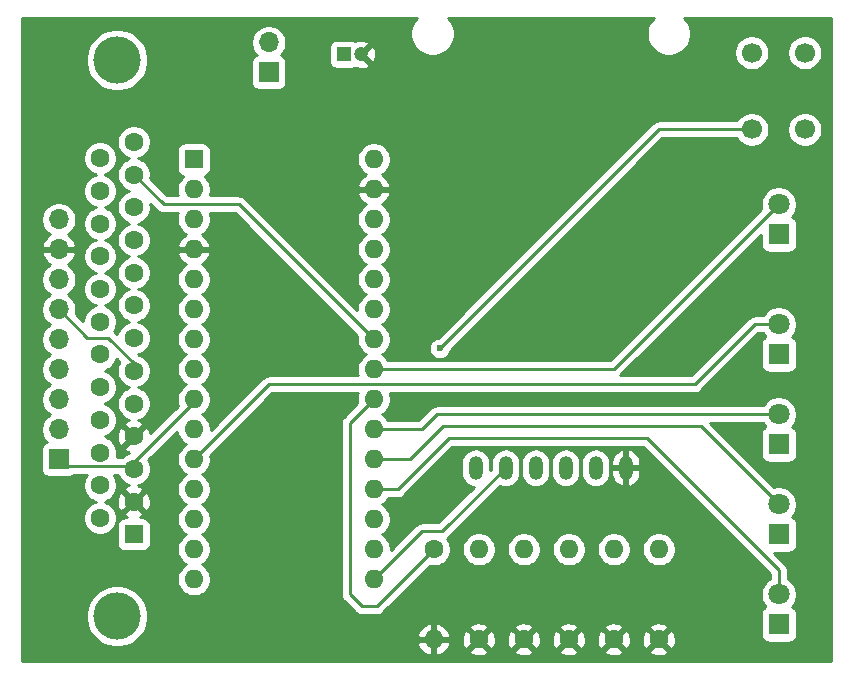
<source format=gbr>
%TF.GenerationSoftware,KiCad,Pcbnew,(5.1.9)-1*%
%TF.CreationDate,2021-02-16T00:15:54-06:00*%
%TF.ProjectId,SmartportSD-Nano-Shield,536d6172-7470-46f7-9274-53442d4e616e,rev?*%
%TF.SameCoordinates,Original*%
%TF.FileFunction,Copper,L2,Bot*%
%TF.FilePolarity,Positive*%
%FSLAX46Y46*%
G04 Gerber Fmt 4.6, Leading zero omitted, Abs format (unit mm)*
G04 Created by KiCad (PCBNEW (5.1.9)-1) date 2021-02-16 00:15:54*
%MOMM*%
%LPD*%
G01*
G04 APERTURE LIST*
%TA.AperFunction,ComponentPad*%
%ADD10O,1.200000X2.000000*%
%TD*%
%TA.AperFunction,ComponentPad*%
%ADD11O,1.600000X1.600000*%
%TD*%
%TA.AperFunction,ComponentPad*%
%ADD12C,1.600000*%
%TD*%
%TA.AperFunction,ComponentPad*%
%ADD13O,1.700000X1.700000*%
%TD*%
%TA.AperFunction,ComponentPad*%
%ADD14R,1.700000X1.700000*%
%TD*%
%TA.AperFunction,ComponentPad*%
%ADD15C,1.800000*%
%TD*%
%TA.AperFunction,ComponentPad*%
%ADD16R,1.800000X1.800000*%
%TD*%
%TA.AperFunction,ComponentPad*%
%ADD17C,1.200000*%
%TD*%
%TA.AperFunction,ComponentPad*%
%ADD18R,1.200000X1.200000*%
%TD*%
%TA.AperFunction,ComponentPad*%
%ADD19R,1.600000X1.600000*%
%TD*%
%TA.AperFunction,ComponentPad*%
%ADD20C,1.700000*%
%TD*%
%TA.AperFunction,ComponentPad*%
%ADD21C,4.000000*%
%TD*%
%TA.AperFunction,ViaPad*%
%ADD22C,0.600000*%
%TD*%
%TA.AperFunction,Conductor*%
%ADD23C,0.250000*%
%TD*%
%TA.AperFunction,Conductor*%
%ADD24C,0.254000*%
%TD*%
%TA.AperFunction,Conductor*%
%ADD25C,0.100000*%
%TD*%
G04 APERTURE END LIST*
D10*
%TO.P,MOD1,GND*%
%TO.N,GND*%
X168660000Y-99768000D03*
%TO.P,MOD1,VCC5V*%
%TO.N,+5V*%
X166120000Y-99768000D03*
%TO.P,MOD1,MISO*%
%TO.N,MISO*%
X163580000Y-99768000D03*
%TO.P,MOD1,MOSI*%
%TO.N,MOSI*%
X161040000Y-99768000D03*
%TO.P,MOD1,SCK*%
%TO.N,SCK*%
X158500000Y-99768000D03*
%TO.P,MOD1,CS*%
%TO.N,CS*%
X155960000Y-99768000D03*
%TD*%
D11*
%TO.P,R6,2*%
%TO.N,Net-(D5-Pad1)*%
X156210000Y-106680000D03*
D12*
%TO.P,R6,1*%
%TO.N,GND*%
X156210000Y-114300000D03*
%TD*%
D11*
%TO.P,R5,2*%
%TO.N,Net-(D4-Pad1)*%
X160020000Y-106680000D03*
D12*
%TO.P,R5,1*%
%TO.N,GND*%
X160020000Y-114300000D03*
%TD*%
D11*
%TO.P,R4,2*%
%TO.N,Net-(D3-Pad1)*%
X163830000Y-106680000D03*
D12*
%TO.P,R4,1*%
%TO.N,GND*%
X163830000Y-114300000D03*
%TD*%
D11*
%TO.P,R3,2*%
%TO.N,Net-(D2-Pad1)*%
X167640000Y-106680000D03*
D12*
%TO.P,R3,1*%
%TO.N,GND*%
X167640000Y-114300000D03*
%TD*%
D13*
%TO.P,J2,9*%
%TO.N,PA5*%
X120650000Y-78740000D03*
%TO.P,J2,8*%
%TO.N,GND*%
X120650000Y-81280000D03*
%TO.P,J2,7*%
%TO.N,5V_APPLE*%
X120650000Y-83820000D03*
%TO.P,J2,6*%
%TO.N,PD7*%
X120650000Y-86360000D03*
%TO.P,J2,5*%
%TO.N,PD5*%
X120650000Y-88900000D03*
%TO.P,J2,4*%
%TO.N,PD4*%
X120650000Y-91440000D03*
%TO.P,J2,3*%
%TO.N,PD3*%
X120650000Y-93980000D03*
%TO.P,J2,2*%
%TO.N,PD2*%
X120650000Y-96520000D03*
D14*
%TO.P,J2,1*%
%TO.N,PD6*%
X120650000Y-99060000D03*
%TD*%
D15*
%TO.P,D5,2*%
%TO.N,PA4_STATUS_LED*%
X181610000Y-77470000D03*
D16*
%TO.P,D5,1*%
%TO.N,Net-(D5-Pad1)*%
X181610000Y-80010000D03*
%TD*%
D15*
%TO.P,D4,2*%
%TO.N,D8_PART4_LED*%
X181610000Y-87630000D03*
D16*
%TO.P,D4,1*%
%TO.N,Net-(D4-Pad1)*%
X181610000Y-90170000D03*
%TD*%
D15*
%TO.P,D3,2*%
%TO.N,A3_PART3_LED*%
X181610000Y-95250000D03*
D16*
%TO.P,D3,1*%
%TO.N,Net-(D3-Pad1)*%
X181610000Y-97790000D03*
%TD*%
D15*
%TO.P,D2,2*%
%TO.N,A1_PART2_LED*%
X181610000Y-102870000D03*
D16*
%TO.P,D2,1*%
%TO.N,Net-(D2-Pad1)*%
X181610000Y-105410000D03*
%TD*%
D17*
%TO.P,C1,2*%
%TO.N,GND*%
X146280000Y-64770000D03*
D18*
%TO.P,C1,1*%
%TO.N,+5V*%
X144780000Y-64770000D03*
%TD*%
D11*
%TO.P,A1,16*%
%TO.N,SCK*%
X147320000Y-109220000D03*
%TO.P,A1,15*%
%TO.N,MISO*%
X132080000Y-109220000D03*
%TO.P,A1,30*%
%TO.N,Net-(A1-Pad30)*%
X147320000Y-73660000D03*
%TO.P,A1,14*%
%TO.N,MOSI*%
X132080000Y-106680000D03*
%TO.P,A1,29*%
%TO.N,GND*%
X147320000Y-76200000D03*
%TO.P,A1,13*%
%TO.N,CS*%
X132080000Y-104140000D03*
%TO.P,A1,28*%
%TO.N,Net-(A1-Pad28)*%
X147320000Y-78740000D03*
%TO.P,A1,12*%
%TO.N,Net-(A1-Pad12)*%
X132080000Y-101600000D03*
%TO.P,A1,27*%
%TO.N,+5V*%
X147320000Y-81280000D03*
%TO.P,A1,11*%
%TO.N,D8_PART4_LED*%
X132080000Y-99060000D03*
%TO.P,A1,26*%
%TO.N,Net-(A1-Pad26)*%
X147320000Y-83820000D03*
%TO.P,A1,10*%
%TO.N,PD7*%
X132080000Y-96520000D03*
%TO.P,A1,25*%
%TO.N,Net-(A1-Pad25)*%
X147320000Y-86360000D03*
%TO.P,A1,9*%
%TO.N,PD6*%
X132080000Y-93980000D03*
%TO.P,A1,24*%
%TO.N,PA5*%
X147320000Y-88900000D03*
%TO.P,A1,8*%
%TO.N,PD5*%
X132080000Y-91440000D03*
%TO.P,A1,23*%
%TO.N,PA4_STATUS_LED*%
X147320000Y-91440000D03*
%TO.P,A1,7*%
%TO.N,PD4*%
X132080000Y-88900000D03*
%TO.P,A1,22*%
%TO.N,PA3_EJECT_BUTTON*%
X147320000Y-93980000D03*
%TO.P,A1,6*%
%TO.N,PD3*%
X132080000Y-86360000D03*
%TO.P,A1,21*%
%TO.N,A3_PART3_LED*%
X147320000Y-96520000D03*
%TO.P,A1,5*%
%TO.N,PD2*%
X132080000Y-83820000D03*
%TO.P,A1,20*%
%TO.N,A1_PART2_LED*%
X147320000Y-99060000D03*
%TO.P,A1,4*%
%TO.N,GND*%
X132080000Y-81280000D03*
%TO.P,A1,19*%
%TO.N,A0_PART1_LED*%
X147320000Y-101600000D03*
%TO.P,A1,3*%
%TO.N,Net-(A1-Pad3)*%
X132080000Y-78740000D03*
%TO.P,A1,18*%
%TO.N,Net-(A1-Pad18)*%
X147320000Y-104140000D03*
%TO.P,A1,2*%
%TO.N,Net-(A1-Pad2)*%
X132080000Y-76200000D03*
%TO.P,A1,17*%
%TO.N,Net-(A1-Pad17)*%
X147320000Y-106680000D03*
D19*
%TO.P,A1,1*%
%TO.N,Net-(A1-Pad1)*%
X132080000Y-73660000D03*
%TD*%
D20*
%TO.P,SW1,1*%
%TO.N,PA3_EJECT_BUTTON*%
X179324000Y-71120000D03*
%TO.P,SW1,2*%
%TO.N,Net-(SW1-Pad2)*%
X179324000Y-64620000D03*
%TO.P,SW1,3*%
%TO.N,Net-(SW1-Pad3)*%
X183824000Y-71120000D03*
%TO.P,SW1,4*%
%TO.N,+5V*%
X183824000Y-64620000D03*
%TD*%
D11*
%TO.P,R2,2*%
%TO.N,Net-(D1-Pad1)*%
X171450000Y-106680000D03*
D12*
%TO.P,R2,1*%
%TO.N,GND*%
X171450000Y-114300000D03*
%TD*%
D11*
%TO.P,R1,2*%
%TO.N,GND*%
X152400000Y-114300000D03*
D12*
%TO.P,R1,1*%
%TO.N,PA3_EJECT_BUTTON*%
X152400000Y-106680000D03*
%TD*%
D13*
%TO.P,JP1,2*%
%TO.N,+5V*%
X138430000Y-63754000D03*
D14*
%TO.P,JP1,1*%
%TO.N,5V_APPLE*%
X138430000Y-66294000D03*
%TD*%
D21*
%TO.P,J1,0*%
%TO.N,Net-(J1-Pad0)*%
X125580000Y-112340000D03*
X125580000Y-65240000D03*
D12*
%TO.P,J1,25*%
%TO.N,Net-(J1-Pad25)*%
X124160000Y-73555000D03*
%TO.P,J1,24*%
%TO.N,Net-(J1-Pad24)*%
X124160000Y-76325000D03*
%TO.P,J1,23*%
%TO.N,Net-(J1-Pad23)*%
X124160000Y-79095000D03*
%TO.P,J1,22*%
%TO.N,Net-(J1-Pad22)*%
X124160000Y-81865000D03*
%TO.P,J1,21*%
%TO.N,Net-(J1-Pad21)*%
X124160000Y-84635000D03*
%TO.P,J1,20*%
%TO.N,Net-(J1-Pad20)*%
X124160000Y-87405000D03*
%TO.P,J1,19*%
%TO.N,Net-(J1-Pad19)*%
X124160000Y-90175000D03*
%TO.P,J1,18*%
%TO.N,PD5*%
X124160000Y-92945000D03*
%TO.P,J1,17*%
%TO.N,PD4*%
X124160000Y-95715000D03*
%TO.P,J1,16*%
%TO.N,PD3*%
X124160000Y-98485000D03*
%TO.P,J1,15*%
%TO.N,PD2*%
X124160000Y-101255000D03*
%TO.P,J1,14*%
%TO.N,Net-(J1-Pad14)*%
X124160000Y-104025000D03*
%TO.P,J1,13*%
%TO.N,Net-(J1-Pad13)*%
X127000000Y-72170000D03*
%TO.P,J1,12*%
%TO.N,PA5*%
X127000000Y-74940000D03*
%TO.P,J1,11*%
%TO.N,Net-(J1-Pad11)*%
X127000000Y-77710000D03*
%TO.P,J1,10*%
%TO.N,Net-(J1-Pad10)*%
X127000000Y-80480000D03*
%TO.P,J1,9*%
%TO.N,Net-(J1-Pad9)*%
X127000000Y-83250000D03*
%TO.P,J1,8*%
%TO.N,Net-(J1-Pad8)*%
X127000000Y-86020000D03*
%TO.P,J1,7*%
%TO.N,5V_APPLE*%
X127000000Y-88790000D03*
%TO.P,J1,6*%
%TO.N,PD7*%
X127000000Y-91560000D03*
%TO.P,J1,5*%
%TO.N,Net-(J1-Pad5)*%
X127000000Y-94330000D03*
%TO.P,J1,4*%
%TO.N,GND*%
X127000000Y-97100000D03*
%TO.P,J1,3*%
%TO.N,PD6*%
X127000000Y-99870000D03*
%TO.P,J1,2*%
%TO.N,GND*%
X127000000Y-102640000D03*
D19*
%TO.P,J1,1*%
%TO.N,Net-(J1-Pad1)*%
X127000000Y-105410000D03*
%TD*%
D15*
%TO.P,D1,2*%
%TO.N,A0_PART1_LED*%
X181610000Y-110490000D03*
D16*
%TO.P,D1,1*%
%TO.N,Net-(D1-Pad1)*%
X181610000Y-113030000D03*
%TD*%
D22*
%TO.N,GND*%
X139700000Y-72390000D03*
%TO.N,PA3_EJECT_BUTTON*%
X152908000Y-89662000D03*
%TD*%
D23*
%TO.N,SCK*%
X153112000Y-105156000D02*
X158500000Y-99768000D01*
X151384000Y-105156000D02*
X153112000Y-105156000D01*
X147320000Y-109220000D02*
X151384000Y-105156000D01*
%TO.N,D8_PART4_LED*%
X174498000Y-92710000D02*
X179578000Y-87630000D01*
X138430000Y-92710000D02*
X174498000Y-92710000D01*
X132080000Y-99060000D02*
X138430000Y-92710000D01*
X179578000Y-87630000D02*
X181610000Y-87630000D01*
%TO.N,PD7*%
X127000000Y-90932000D02*
X127000000Y-91560000D01*
X124841000Y-88773000D02*
X127000000Y-90932000D01*
X123063000Y-88773000D02*
X124841000Y-88773000D01*
X120650000Y-86360000D02*
X123063000Y-88773000D01*
%TO.N,PD6*%
X126740001Y-99610001D02*
X127000000Y-99870000D01*
X121200001Y-99610001D02*
X126740001Y-99610001D01*
X120650000Y-99060000D02*
X121200001Y-99610001D01*
X132080000Y-94234000D02*
X132080000Y-93980000D01*
X127000000Y-99314000D02*
X132080000Y-94234000D01*
X127000000Y-99870000D02*
X127000000Y-99314000D01*
%TO.N,PA5*%
X135890000Y-77470000D02*
X147320000Y-88900000D01*
X129530000Y-77470000D02*
X135890000Y-77470000D01*
X127000000Y-74940000D02*
X129530000Y-77470000D01*
%TO.N,PA4_STATUS_LED*%
X167640000Y-91440000D02*
X181610000Y-77470000D01*
X147320000Y-91440000D02*
X167640000Y-91440000D01*
%TO.N,PA3_EJECT_BUTTON*%
X171450000Y-71120000D02*
X179070000Y-71120000D01*
X152908000Y-89662000D02*
X171450000Y-71120000D01*
X147574000Y-111506000D02*
X152400000Y-106680000D01*
X145288000Y-110490000D02*
X146304000Y-111506000D01*
X146304000Y-111506000D02*
X147574000Y-111506000D01*
X145288000Y-96012000D02*
X145288000Y-110490000D01*
X147320000Y-93980000D02*
X145288000Y-96012000D01*
%TO.N,A3_PART3_LED*%
X147320000Y-96520000D02*
X151384000Y-96520000D01*
X152654000Y-95250000D02*
X181610000Y-95250000D01*
X151384000Y-96520000D02*
X152654000Y-95250000D01*
%TO.N,A1_PART2_LED*%
X175006000Y-96266000D02*
X181610000Y-102870000D01*
X153162000Y-96266000D02*
X175006000Y-96266000D01*
X150368000Y-99060000D02*
X153162000Y-96266000D01*
X147320000Y-99060000D02*
X150368000Y-99060000D01*
%TO.N,A0_PART1_LED*%
X181610000Y-108458000D02*
X181610000Y-110490000D01*
X170434000Y-97282000D02*
X181610000Y-108458000D01*
X153670000Y-97282000D02*
X170434000Y-97282000D01*
X149352000Y-101600000D02*
X153670000Y-97282000D01*
X147320000Y-101600000D02*
X149352000Y-101600000D01*
%TD*%
D24*
%TO.N,GND*%
X150845825Y-61816382D02*
X150639534Y-62125118D01*
X150497439Y-62468166D01*
X150425000Y-62832344D01*
X150425000Y-63203656D01*
X150497439Y-63567834D01*
X150639534Y-63910882D01*
X150845825Y-64219618D01*
X151108382Y-64482175D01*
X151417118Y-64688466D01*
X151760166Y-64830561D01*
X152124344Y-64903000D01*
X152495656Y-64903000D01*
X152859834Y-64830561D01*
X153202882Y-64688466D01*
X153511618Y-64482175D01*
X153774175Y-64219618D01*
X153980466Y-63910882D01*
X154122561Y-63567834D01*
X154195000Y-63203656D01*
X154195000Y-62832344D01*
X154122561Y-62468166D01*
X153980466Y-62125118D01*
X153774175Y-61816382D01*
X153602793Y-61645000D01*
X171017207Y-61645000D01*
X170845825Y-61816382D01*
X170639534Y-62125118D01*
X170497439Y-62468166D01*
X170425000Y-62832344D01*
X170425000Y-63203656D01*
X170497439Y-63567834D01*
X170639534Y-63910882D01*
X170845825Y-64219618D01*
X171108382Y-64482175D01*
X171417118Y-64688466D01*
X171760166Y-64830561D01*
X172124344Y-64903000D01*
X172495656Y-64903000D01*
X172859834Y-64830561D01*
X173202882Y-64688466D01*
X173511618Y-64482175D01*
X173520053Y-64473740D01*
X177839000Y-64473740D01*
X177839000Y-64766260D01*
X177896068Y-65053158D01*
X178008010Y-65323411D01*
X178170525Y-65566632D01*
X178377368Y-65773475D01*
X178620589Y-65935990D01*
X178890842Y-66047932D01*
X179177740Y-66105000D01*
X179470260Y-66105000D01*
X179757158Y-66047932D01*
X180027411Y-65935990D01*
X180270632Y-65773475D01*
X180477475Y-65566632D01*
X180639990Y-65323411D01*
X180751932Y-65053158D01*
X180809000Y-64766260D01*
X180809000Y-64473740D01*
X182339000Y-64473740D01*
X182339000Y-64766260D01*
X182396068Y-65053158D01*
X182508010Y-65323411D01*
X182670525Y-65566632D01*
X182877368Y-65773475D01*
X183120589Y-65935990D01*
X183390842Y-66047932D01*
X183677740Y-66105000D01*
X183970260Y-66105000D01*
X184257158Y-66047932D01*
X184527411Y-65935990D01*
X184770632Y-65773475D01*
X184977475Y-65566632D01*
X185139990Y-65323411D01*
X185251932Y-65053158D01*
X185309000Y-64766260D01*
X185309000Y-64473740D01*
X185251932Y-64186842D01*
X185139990Y-63916589D01*
X184977475Y-63673368D01*
X184770632Y-63466525D01*
X184527411Y-63304010D01*
X184257158Y-63192068D01*
X183970260Y-63135000D01*
X183677740Y-63135000D01*
X183390842Y-63192068D01*
X183120589Y-63304010D01*
X182877368Y-63466525D01*
X182670525Y-63673368D01*
X182508010Y-63916589D01*
X182396068Y-64186842D01*
X182339000Y-64473740D01*
X180809000Y-64473740D01*
X180751932Y-64186842D01*
X180639990Y-63916589D01*
X180477475Y-63673368D01*
X180270632Y-63466525D01*
X180027411Y-63304010D01*
X179757158Y-63192068D01*
X179470260Y-63135000D01*
X179177740Y-63135000D01*
X178890842Y-63192068D01*
X178620589Y-63304010D01*
X178377368Y-63466525D01*
X178170525Y-63673368D01*
X178008010Y-63916589D01*
X177896068Y-64186842D01*
X177839000Y-64473740D01*
X173520053Y-64473740D01*
X173774175Y-64219618D01*
X173980466Y-63910882D01*
X174122561Y-63567834D01*
X174195000Y-63203656D01*
X174195000Y-62832344D01*
X174122561Y-62468166D01*
X173980466Y-62125118D01*
X173774175Y-61816382D01*
X173602793Y-61645000D01*
X186005001Y-61645000D01*
X186005000Y-116155000D01*
X117525000Y-116155000D01*
X117525000Y-112080475D01*
X122945000Y-112080475D01*
X122945000Y-112599525D01*
X123046261Y-113108601D01*
X123244893Y-113588141D01*
X123533262Y-114019715D01*
X123900285Y-114386738D01*
X124331859Y-114675107D01*
X124811399Y-114873739D01*
X125320475Y-114975000D01*
X125839525Y-114975000D01*
X126348601Y-114873739D01*
X126828141Y-114675107D01*
X126867152Y-114649040D01*
X151008091Y-114649040D01*
X151102930Y-114913881D01*
X151247615Y-115155131D01*
X151436586Y-115363519D01*
X151662580Y-115531037D01*
X151916913Y-115651246D01*
X152050961Y-115691904D01*
X152273000Y-115569915D01*
X152273000Y-114427000D01*
X152527000Y-114427000D01*
X152527000Y-115569915D01*
X152749039Y-115691904D01*
X152883087Y-115651246D01*
X153137420Y-115531037D01*
X153363414Y-115363519D01*
X153427632Y-115292702D01*
X155396903Y-115292702D01*
X155468486Y-115536671D01*
X155723996Y-115657571D01*
X155998184Y-115726300D01*
X156280512Y-115740217D01*
X156560130Y-115698787D01*
X156826292Y-115603603D01*
X156951514Y-115536671D01*
X157023097Y-115292702D01*
X159206903Y-115292702D01*
X159278486Y-115536671D01*
X159533996Y-115657571D01*
X159808184Y-115726300D01*
X160090512Y-115740217D01*
X160370130Y-115698787D01*
X160636292Y-115603603D01*
X160761514Y-115536671D01*
X160833097Y-115292702D01*
X163016903Y-115292702D01*
X163088486Y-115536671D01*
X163343996Y-115657571D01*
X163618184Y-115726300D01*
X163900512Y-115740217D01*
X164180130Y-115698787D01*
X164446292Y-115603603D01*
X164571514Y-115536671D01*
X164643097Y-115292702D01*
X166826903Y-115292702D01*
X166898486Y-115536671D01*
X167153996Y-115657571D01*
X167428184Y-115726300D01*
X167710512Y-115740217D01*
X167990130Y-115698787D01*
X168256292Y-115603603D01*
X168381514Y-115536671D01*
X168453097Y-115292702D01*
X170636903Y-115292702D01*
X170708486Y-115536671D01*
X170963996Y-115657571D01*
X171238184Y-115726300D01*
X171520512Y-115740217D01*
X171800130Y-115698787D01*
X172066292Y-115603603D01*
X172191514Y-115536671D01*
X172263097Y-115292702D01*
X171450000Y-114479605D01*
X170636903Y-115292702D01*
X168453097Y-115292702D01*
X167640000Y-114479605D01*
X166826903Y-115292702D01*
X164643097Y-115292702D01*
X163830000Y-114479605D01*
X163016903Y-115292702D01*
X160833097Y-115292702D01*
X160020000Y-114479605D01*
X159206903Y-115292702D01*
X157023097Y-115292702D01*
X156210000Y-114479605D01*
X155396903Y-115292702D01*
X153427632Y-115292702D01*
X153552385Y-115155131D01*
X153697070Y-114913881D01*
X153791909Y-114649040D01*
X153670624Y-114427000D01*
X152527000Y-114427000D01*
X152273000Y-114427000D01*
X151129376Y-114427000D01*
X151008091Y-114649040D01*
X126867152Y-114649040D01*
X127259715Y-114386738D01*
X127275941Y-114370512D01*
X154769783Y-114370512D01*
X154811213Y-114650130D01*
X154906397Y-114916292D01*
X154973329Y-115041514D01*
X155217298Y-115113097D01*
X156030395Y-114300000D01*
X156389605Y-114300000D01*
X157202702Y-115113097D01*
X157446671Y-115041514D01*
X157567571Y-114786004D01*
X157636300Y-114511816D01*
X157643265Y-114370512D01*
X158579783Y-114370512D01*
X158621213Y-114650130D01*
X158716397Y-114916292D01*
X158783329Y-115041514D01*
X159027298Y-115113097D01*
X159840395Y-114300000D01*
X160199605Y-114300000D01*
X161012702Y-115113097D01*
X161256671Y-115041514D01*
X161377571Y-114786004D01*
X161446300Y-114511816D01*
X161453265Y-114370512D01*
X162389783Y-114370512D01*
X162431213Y-114650130D01*
X162526397Y-114916292D01*
X162593329Y-115041514D01*
X162837298Y-115113097D01*
X163650395Y-114300000D01*
X164009605Y-114300000D01*
X164822702Y-115113097D01*
X165066671Y-115041514D01*
X165187571Y-114786004D01*
X165256300Y-114511816D01*
X165263265Y-114370512D01*
X166199783Y-114370512D01*
X166241213Y-114650130D01*
X166336397Y-114916292D01*
X166403329Y-115041514D01*
X166647298Y-115113097D01*
X167460395Y-114300000D01*
X167819605Y-114300000D01*
X168632702Y-115113097D01*
X168876671Y-115041514D01*
X168997571Y-114786004D01*
X169066300Y-114511816D01*
X169073265Y-114370512D01*
X170009783Y-114370512D01*
X170051213Y-114650130D01*
X170146397Y-114916292D01*
X170213329Y-115041514D01*
X170457298Y-115113097D01*
X171270395Y-114300000D01*
X171629605Y-114300000D01*
X172442702Y-115113097D01*
X172686671Y-115041514D01*
X172807571Y-114786004D01*
X172876300Y-114511816D01*
X172890217Y-114229488D01*
X172848787Y-113949870D01*
X172753603Y-113683708D01*
X172686671Y-113558486D01*
X172442702Y-113486903D01*
X171629605Y-114300000D01*
X171270395Y-114300000D01*
X170457298Y-113486903D01*
X170213329Y-113558486D01*
X170092429Y-113813996D01*
X170023700Y-114088184D01*
X170009783Y-114370512D01*
X169073265Y-114370512D01*
X169080217Y-114229488D01*
X169038787Y-113949870D01*
X168943603Y-113683708D01*
X168876671Y-113558486D01*
X168632702Y-113486903D01*
X167819605Y-114300000D01*
X167460395Y-114300000D01*
X166647298Y-113486903D01*
X166403329Y-113558486D01*
X166282429Y-113813996D01*
X166213700Y-114088184D01*
X166199783Y-114370512D01*
X165263265Y-114370512D01*
X165270217Y-114229488D01*
X165228787Y-113949870D01*
X165133603Y-113683708D01*
X165066671Y-113558486D01*
X164822702Y-113486903D01*
X164009605Y-114300000D01*
X163650395Y-114300000D01*
X162837298Y-113486903D01*
X162593329Y-113558486D01*
X162472429Y-113813996D01*
X162403700Y-114088184D01*
X162389783Y-114370512D01*
X161453265Y-114370512D01*
X161460217Y-114229488D01*
X161418787Y-113949870D01*
X161323603Y-113683708D01*
X161256671Y-113558486D01*
X161012702Y-113486903D01*
X160199605Y-114300000D01*
X159840395Y-114300000D01*
X159027298Y-113486903D01*
X158783329Y-113558486D01*
X158662429Y-113813996D01*
X158593700Y-114088184D01*
X158579783Y-114370512D01*
X157643265Y-114370512D01*
X157650217Y-114229488D01*
X157608787Y-113949870D01*
X157513603Y-113683708D01*
X157446671Y-113558486D01*
X157202702Y-113486903D01*
X156389605Y-114300000D01*
X156030395Y-114300000D01*
X155217298Y-113486903D01*
X154973329Y-113558486D01*
X154852429Y-113813996D01*
X154783700Y-114088184D01*
X154769783Y-114370512D01*
X127275941Y-114370512D01*
X127626738Y-114019715D01*
X127672678Y-113950960D01*
X151008091Y-113950960D01*
X151129376Y-114173000D01*
X152273000Y-114173000D01*
X152273000Y-113030085D01*
X152527000Y-113030085D01*
X152527000Y-114173000D01*
X153670624Y-114173000D01*
X153791909Y-113950960D01*
X153697070Y-113686119D01*
X153552385Y-113444869D01*
X153427633Y-113307298D01*
X155396903Y-113307298D01*
X156210000Y-114120395D01*
X157023097Y-113307298D01*
X159206903Y-113307298D01*
X160020000Y-114120395D01*
X160833097Y-113307298D01*
X163016903Y-113307298D01*
X163830000Y-114120395D01*
X164643097Y-113307298D01*
X166826903Y-113307298D01*
X167640000Y-114120395D01*
X168453097Y-113307298D01*
X170636903Y-113307298D01*
X171450000Y-114120395D01*
X172263097Y-113307298D01*
X172191514Y-113063329D01*
X171936004Y-112942429D01*
X171661816Y-112873700D01*
X171379488Y-112859783D01*
X171099870Y-112901213D01*
X170833708Y-112996397D01*
X170708486Y-113063329D01*
X170636903Y-113307298D01*
X168453097Y-113307298D01*
X168381514Y-113063329D01*
X168126004Y-112942429D01*
X167851816Y-112873700D01*
X167569488Y-112859783D01*
X167289870Y-112901213D01*
X167023708Y-112996397D01*
X166898486Y-113063329D01*
X166826903Y-113307298D01*
X164643097Y-113307298D01*
X164571514Y-113063329D01*
X164316004Y-112942429D01*
X164041816Y-112873700D01*
X163759488Y-112859783D01*
X163479870Y-112901213D01*
X163213708Y-112996397D01*
X163088486Y-113063329D01*
X163016903Y-113307298D01*
X160833097Y-113307298D01*
X160761514Y-113063329D01*
X160506004Y-112942429D01*
X160231816Y-112873700D01*
X159949488Y-112859783D01*
X159669870Y-112901213D01*
X159403708Y-112996397D01*
X159278486Y-113063329D01*
X159206903Y-113307298D01*
X157023097Y-113307298D01*
X156951514Y-113063329D01*
X156696004Y-112942429D01*
X156421816Y-112873700D01*
X156139488Y-112859783D01*
X155859870Y-112901213D01*
X155593708Y-112996397D01*
X155468486Y-113063329D01*
X155396903Y-113307298D01*
X153427633Y-113307298D01*
X153363414Y-113236481D01*
X153137420Y-113068963D01*
X152883087Y-112948754D01*
X152749039Y-112908096D01*
X152527000Y-113030085D01*
X152273000Y-113030085D01*
X152050961Y-112908096D01*
X151916913Y-112948754D01*
X151662580Y-113068963D01*
X151436586Y-113236481D01*
X151247615Y-113444869D01*
X151102930Y-113686119D01*
X151008091Y-113950960D01*
X127672678Y-113950960D01*
X127915107Y-113588141D01*
X128113739Y-113108601D01*
X128215000Y-112599525D01*
X128215000Y-112080475D01*
X128113739Y-111571399D01*
X127915107Y-111091859D01*
X127626738Y-110660285D01*
X127259715Y-110293262D01*
X126828141Y-110004893D01*
X126348601Y-109806261D01*
X125839525Y-109705000D01*
X125320475Y-109705000D01*
X124811399Y-109806261D01*
X124331859Y-110004893D01*
X123900285Y-110293262D01*
X123533262Y-110660285D01*
X123244893Y-111091859D01*
X123046261Y-111571399D01*
X122945000Y-112080475D01*
X117525000Y-112080475D01*
X117525000Y-98210000D01*
X119161928Y-98210000D01*
X119161928Y-99910000D01*
X119174188Y-100034482D01*
X119210498Y-100154180D01*
X119269463Y-100264494D01*
X119348815Y-100361185D01*
X119445506Y-100440537D01*
X119555820Y-100499502D01*
X119675518Y-100535812D01*
X119800000Y-100548072D01*
X121500000Y-100548072D01*
X121624482Y-100535812D01*
X121744180Y-100499502D01*
X121854494Y-100440537D01*
X121940443Y-100370001D01*
X123025478Y-100370001D01*
X122888320Y-100575273D01*
X122780147Y-100836426D01*
X122725000Y-101113665D01*
X122725000Y-101396335D01*
X122780147Y-101673574D01*
X122888320Y-101934727D01*
X123045363Y-102169759D01*
X123245241Y-102369637D01*
X123480273Y-102526680D01*
X123741426Y-102634853D01*
X123767301Y-102640000D01*
X123741426Y-102645147D01*
X123480273Y-102753320D01*
X123245241Y-102910363D01*
X123045363Y-103110241D01*
X122888320Y-103345273D01*
X122780147Y-103606426D01*
X122725000Y-103883665D01*
X122725000Y-104166335D01*
X122780147Y-104443574D01*
X122888320Y-104704727D01*
X123045363Y-104939759D01*
X123245241Y-105139637D01*
X123480273Y-105296680D01*
X123741426Y-105404853D01*
X124018665Y-105460000D01*
X124301335Y-105460000D01*
X124578574Y-105404853D01*
X124839727Y-105296680D01*
X125074759Y-105139637D01*
X125274637Y-104939759D01*
X125431680Y-104704727D01*
X125470917Y-104610000D01*
X125561928Y-104610000D01*
X125561928Y-106210000D01*
X125574188Y-106334482D01*
X125610498Y-106454180D01*
X125669463Y-106564494D01*
X125748815Y-106661185D01*
X125845506Y-106740537D01*
X125955820Y-106799502D01*
X126075518Y-106835812D01*
X126200000Y-106848072D01*
X127800000Y-106848072D01*
X127924482Y-106835812D01*
X128044180Y-106799502D01*
X128154494Y-106740537D01*
X128251185Y-106661185D01*
X128330537Y-106564494D01*
X128389502Y-106454180D01*
X128425812Y-106334482D01*
X128438072Y-106210000D01*
X128438072Y-104610000D01*
X128425812Y-104485518D01*
X128389502Y-104365820D01*
X128330537Y-104255506D01*
X128251185Y-104158815D01*
X128154494Y-104079463D01*
X128044180Y-104020498D01*
X127924482Y-103984188D01*
X127800000Y-103971928D01*
X127537087Y-103971928D01*
X127616292Y-103943603D01*
X127741514Y-103876671D01*
X127813097Y-103632702D01*
X127000000Y-102819605D01*
X126186903Y-103632702D01*
X126258486Y-103876671D01*
X126459802Y-103971928D01*
X126200000Y-103971928D01*
X126075518Y-103984188D01*
X125955820Y-104020498D01*
X125845506Y-104079463D01*
X125748815Y-104158815D01*
X125669463Y-104255506D01*
X125610498Y-104365820D01*
X125574188Y-104485518D01*
X125561928Y-104610000D01*
X125470917Y-104610000D01*
X125539853Y-104443574D01*
X125595000Y-104166335D01*
X125595000Y-103883665D01*
X125539853Y-103606426D01*
X125431680Y-103345273D01*
X125274637Y-103110241D01*
X125074759Y-102910363D01*
X124839727Y-102753320D01*
X124736380Y-102710512D01*
X125559783Y-102710512D01*
X125601213Y-102990130D01*
X125696397Y-103256292D01*
X125763329Y-103381514D01*
X126007298Y-103453097D01*
X126820395Y-102640000D01*
X127179605Y-102640000D01*
X127992702Y-103453097D01*
X128236671Y-103381514D01*
X128357571Y-103126004D01*
X128426300Y-102851816D01*
X128440217Y-102569488D01*
X128398787Y-102289870D01*
X128303603Y-102023708D01*
X128236671Y-101898486D01*
X127992702Y-101826903D01*
X127179605Y-102640000D01*
X126820395Y-102640000D01*
X126007298Y-101826903D01*
X125763329Y-101898486D01*
X125642429Y-102153996D01*
X125573700Y-102428184D01*
X125559783Y-102710512D01*
X124736380Y-102710512D01*
X124578574Y-102645147D01*
X124552699Y-102640000D01*
X124578574Y-102634853D01*
X124839727Y-102526680D01*
X125074759Y-102369637D01*
X125274637Y-102169759D01*
X125431680Y-101934727D01*
X125539853Y-101673574D01*
X125595000Y-101396335D01*
X125595000Y-101113665D01*
X125539853Y-100836426D01*
X125431680Y-100575273D01*
X125294522Y-100370001D01*
X125653875Y-100370001D01*
X125728320Y-100549727D01*
X125885363Y-100784759D01*
X126085241Y-100984637D01*
X126320273Y-101141680D01*
X126581426Y-101249853D01*
X126609882Y-101255513D01*
X126383708Y-101336397D01*
X126258486Y-101403329D01*
X126186903Y-101647298D01*
X127000000Y-102460395D01*
X127813097Y-101647298D01*
X127741514Y-101403329D01*
X127486004Y-101282429D01*
X127383711Y-101256788D01*
X127418574Y-101249853D01*
X127679727Y-101141680D01*
X127914759Y-100984637D01*
X128114637Y-100784759D01*
X128271680Y-100549727D01*
X128379853Y-100288574D01*
X128435000Y-100011335D01*
X128435000Y-99728665D01*
X128379853Y-99451426D01*
X128271680Y-99190273D01*
X128242380Y-99146422D01*
X130658682Y-96730119D01*
X130700147Y-96938574D01*
X130808320Y-97199727D01*
X130965363Y-97434759D01*
X131165241Y-97634637D01*
X131397759Y-97790000D01*
X131165241Y-97945363D01*
X130965363Y-98145241D01*
X130808320Y-98380273D01*
X130700147Y-98641426D01*
X130645000Y-98918665D01*
X130645000Y-99201335D01*
X130700147Y-99478574D01*
X130808320Y-99739727D01*
X130965363Y-99974759D01*
X131165241Y-100174637D01*
X131397759Y-100330000D01*
X131165241Y-100485363D01*
X130965363Y-100685241D01*
X130808320Y-100920273D01*
X130700147Y-101181426D01*
X130645000Y-101458665D01*
X130645000Y-101741335D01*
X130700147Y-102018574D01*
X130808320Y-102279727D01*
X130965363Y-102514759D01*
X131165241Y-102714637D01*
X131397759Y-102870000D01*
X131165241Y-103025363D01*
X130965363Y-103225241D01*
X130808320Y-103460273D01*
X130700147Y-103721426D01*
X130645000Y-103998665D01*
X130645000Y-104281335D01*
X130700147Y-104558574D01*
X130808320Y-104819727D01*
X130965363Y-105054759D01*
X131165241Y-105254637D01*
X131397759Y-105410000D01*
X131165241Y-105565363D01*
X130965363Y-105765241D01*
X130808320Y-106000273D01*
X130700147Y-106261426D01*
X130645000Y-106538665D01*
X130645000Y-106821335D01*
X130700147Y-107098574D01*
X130808320Y-107359727D01*
X130965363Y-107594759D01*
X131165241Y-107794637D01*
X131397759Y-107950000D01*
X131165241Y-108105363D01*
X130965363Y-108305241D01*
X130808320Y-108540273D01*
X130700147Y-108801426D01*
X130645000Y-109078665D01*
X130645000Y-109361335D01*
X130700147Y-109638574D01*
X130808320Y-109899727D01*
X130965363Y-110134759D01*
X131165241Y-110334637D01*
X131400273Y-110491680D01*
X131661426Y-110599853D01*
X131938665Y-110655000D01*
X132221335Y-110655000D01*
X132498574Y-110599853D01*
X132759727Y-110491680D01*
X132994759Y-110334637D01*
X133194637Y-110134759D01*
X133351680Y-109899727D01*
X133459853Y-109638574D01*
X133515000Y-109361335D01*
X133515000Y-109078665D01*
X133459853Y-108801426D01*
X133351680Y-108540273D01*
X133194637Y-108305241D01*
X132994759Y-108105363D01*
X132762241Y-107950000D01*
X132994759Y-107794637D01*
X133194637Y-107594759D01*
X133351680Y-107359727D01*
X133459853Y-107098574D01*
X133515000Y-106821335D01*
X133515000Y-106538665D01*
X133459853Y-106261426D01*
X133351680Y-106000273D01*
X133194637Y-105765241D01*
X132994759Y-105565363D01*
X132762241Y-105410000D01*
X132994759Y-105254637D01*
X133194637Y-105054759D01*
X133351680Y-104819727D01*
X133459853Y-104558574D01*
X133515000Y-104281335D01*
X133515000Y-103998665D01*
X133459853Y-103721426D01*
X133351680Y-103460273D01*
X133194637Y-103225241D01*
X132994759Y-103025363D01*
X132762241Y-102870000D01*
X132994759Y-102714637D01*
X133194637Y-102514759D01*
X133351680Y-102279727D01*
X133459853Y-102018574D01*
X133515000Y-101741335D01*
X133515000Y-101458665D01*
X133459853Y-101181426D01*
X133351680Y-100920273D01*
X133194637Y-100685241D01*
X132994759Y-100485363D01*
X132762241Y-100330000D01*
X132994759Y-100174637D01*
X133194637Y-99974759D01*
X133351680Y-99739727D01*
X133459853Y-99478574D01*
X133515000Y-99201335D01*
X133515000Y-98918665D01*
X133478688Y-98736113D01*
X138744802Y-93470000D01*
X145978017Y-93470000D01*
X145940147Y-93561426D01*
X145885000Y-93838665D01*
X145885000Y-94121335D01*
X145921312Y-94303886D01*
X144777003Y-95448196D01*
X144747999Y-95471999D01*
X144711070Y-95516998D01*
X144653026Y-95587724D01*
X144591836Y-95702201D01*
X144582454Y-95719754D01*
X144538997Y-95863015D01*
X144528000Y-95974668D01*
X144528000Y-95974678D01*
X144524324Y-96012000D01*
X144528000Y-96049322D01*
X144528001Y-110452668D01*
X144524324Y-110490000D01*
X144538998Y-110638985D01*
X144582454Y-110782246D01*
X144653026Y-110914276D01*
X144719273Y-110994997D01*
X144748000Y-111030001D01*
X144776998Y-111053799D01*
X145740201Y-112017003D01*
X145763999Y-112046001D01*
X145792997Y-112069799D01*
X145879723Y-112140974D01*
X146011753Y-112211546D01*
X146155014Y-112255003D01*
X146266667Y-112266000D01*
X146266677Y-112266000D01*
X146304000Y-112269676D01*
X146341322Y-112266000D01*
X147536678Y-112266000D01*
X147574000Y-112269676D01*
X147611322Y-112266000D01*
X147611333Y-112266000D01*
X147722986Y-112255003D01*
X147866247Y-112211546D01*
X147998276Y-112140974D01*
X148114001Y-112046001D01*
X148137804Y-112016997D01*
X152076114Y-108078688D01*
X152258665Y-108115000D01*
X152541335Y-108115000D01*
X152818574Y-108059853D01*
X153079727Y-107951680D01*
X153314759Y-107794637D01*
X153514637Y-107594759D01*
X153671680Y-107359727D01*
X153779853Y-107098574D01*
X153835000Y-106821335D01*
X153835000Y-106538665D01*
X154775000Y-106538665D01*
X154775000Y-106821335D01*
X154830147Y-107098574D01*
X154938320Y-107359727D01*
X155095363Y-107594759D01*
X155295241Y-107794637D01*
X155530273Y-107951680D01*
X155791426Y-108059853D01*
X156068665Y-108115000D01*
X156351335Y-108115000D01*
X156628574Y-108059853D01*
X156889727Y-107951680D01*
X157124759Y-107794637D01*
X157324637Y-107594759D01*
X157481680Y-107359727D01*
X157589853Y-107098574D01*
X157645000Y-106821335D01*
X157645000Y-106538665D01*
X158585000Y-106538665D01*
X158585000Y-106821335D01*
X158640147Y-107098574D01*
X158748320Y-107359727D01*
X158905363Y-107594759D01*
X159105241Y-107794637D01*
X159340273Y-107951680D01*
X159601426Y-108059853D01*
X159878665Y-108115000D01*
X160161335Y-108115000D01*
X160438574Y-108059853D01*
X160699727Y-107951680D01*
X160934759Y-107794637D01*
X161134637Y-107594759D01*
X161291680Y-107359727D01*
X161399853Y-107098574D01*
X161455000Y-106821335D01*
X161455000Y-106538665D01*
X162395000Y-106538665D01*
X162395000Y-106821335D01*
X162450147Y-107098574D01*
X162558320Y-107359727D01*
X162715363Y-107594759D01*
X162915241Y-107794637D01*
X163150273Y-107951680D01*
X163411426Y-108059853D01*
X163688665Y-108115000D01*
X163971335Y-108115000D01*
X164248574Y-108059853D01*
X164509727Y-107951680D01*
X164744759Y-107794637D01*
X164944637Y-107594759D01*
X165101680Y-107359727D01*
X165209853Y-107098574D01*
X165265000Y-106821335D01*
X165265000Y-106538665D01*
X166205000Y-106538665D01*
X166205000Y-106821335D01*
X166260147Y-107098574D01*
X166368320Y-107359727D01*
X166525363Y-107594759D01*
X166725241Y-107794637D01*
X166960273Y-107951680D01*
X167221426Y-108059853D01*
X167498665Y-108115000D01*
X167781335Y-108115000D01*
X168058574Y-108059853D01*
X168319727Y-107951680D01*
X168554759Y-107794637D01*
X168754637Y-107594759D01*
X168911680Y-107359727D01*
X169019853Y-107098574D01*
X169075000Y-106821335D01*
X169075000Y-106538665D01*
X170015000Y-106538665D01*
X170015000Y-106821335D01*
X170070147Y-107098574D01*
X170178320Y-107359727D01*
X170335363Y-107594759D01*
X170535241Y-107794637D01*
X170770273Y-107951680D01*
X171031426Y-108059853D01*
X171308665Y-108115000D01*
X171591335Y-108115000D01*
X171868574Y-108059853D01*
X172129727Y-107951680D01*
X172364759Y-107794637D01*
X172564637Y-107594759D01*
X172721680Y-107359727D01*
X172829853Y-107098574D01*
X172885000Y-106821335D01*
X172885000Y-106538665D01*
X172829853Y-106261426D01*
X172721680Y-106000273D01*
X172564637Y-105765241D01*
X172364759Y-105565363D01*
X172129727Y-105408320D01*
X171868574Y-105300147D01*
X171591335Y-105245000D01*
X171308665Y-105245000D01*
X171031426Y-105300147D01*
X170770273Y-105408320D01*
X170535241Y-105565363D01*
X170335363Y-105765241D01*
X170178320Y-106000273D01*
X170070147Y-106261426D01*
X170015000Y-106538665D01*
X169075000Y-106538665D01*
X169019853Y-106261426D01*
X168911680Y-106000273D01*
X168754637Y-105765241D01*
X168554759Y-105565363D01*
X168319727Y-105408320D01*
X168058574Y-105300147D01*
X167781335Y-105245000D01*
X167498665Y-105245000D01*
X167221426Y-105300147D01*
X166960273Y-105408320D01*
X166725241Y-105565363D01*
X166525363Y-105765241D01*
X166368320Y-106000273D01*
X166260147Y-106261426D01*
X166205000Y-106538665D01*
X165265000Y-106538665D01*
X165209853Y-106261426D01*
X165101680Y-106000273D01*
X164944637Y-105765241D01*
X164744759Y-105565363D01*
X164509727Y-105408320D01*
X164248574Y-105300147D01*
X163971335Y-105245000D01*
X163688665Y-105245000D01*
X163411426Y-105300147D01*
X163150273Y-105408320D01*
X162915241Y-105565363D01*
X162715363Y-105765241D01*
X162558320Y-106000273D01*
X162450147Y-106261426D01*
X162395000Y-106538665D01*
X161455000Y-106538665D01*
X161399853Y-106261426D01*
X161291680Y-106000273D01*
X161134637Y-105765241D01*
X160934759Y-105565363D01*
X160699727Y-105408320D01*
X160438574Y-105300147D01*
X160161335Y-105245000D01*
X159878665Y-105245000D01*
X159601426Y-105300147D01*
X159340273Y-105408320D01*
X159105241Y-105565363D01*
X158905363Y-105765241D01*
X158748320Y-106000273D01*
X158640147Y-106261426D01*
X158585000Y-106538665D01*
X157645000Y-106538665D01*
X157589853Y-106261426D01*
X157481680Y-106000273D01*
X157324637Y-105765241D01*
X157124759Y-105565363D01*
X156889727Y-105408320D01*
X156628574Y-105300147D01*
X156351335Y-105245000D01*
X156068665Y-105245000D01*
X155791426Y-105300147D01*
X155530273Y-105408320D01*
X155295241Y-105565363D01*
X155095363Y-105765241D01*
X154938320Y-106000273D01*
X154830147Y-106261426D01*
X154775000Y-106538665D01*
X153835000Y-106538665D01*
X153779853Y-106261426D01*
X153671680Y-106000273D01*
X153533001Y-105792725D01*
X153536276Y-105790974D01*
X153652001Y-105696001D01*
X153675804Y-105666997D01*
X158027548Y-101315254D01*
X158257899Y-101385130D01*
X158500000Y-101408975D01*
X158742102Y-101385130D01*
X158974901Y-101314511D01*
X159189449Y-101199833D01*
X159377502Y-101045502D01*
X159531833Y-100857449D01*
X159646511Y-100642901D01*
X159717130Y-100410101D01*
X159735000Y-100228664D01*
X159735000Y-99307336D01*
X159805000Y-99307336D01*
X159805000Y-100228665D01*
X159822870Y-100410102D01*
X159893489Y-100642901D01*
X160008168Y-100857449D01*
X160162499Y-101045502D01*
X160350552Y-101199833D01*
X160565100Y-101314511D01*
X160797899Y-101385130D01*
X161040000Y-101408975D01*
X161282102Y-101385130D01*
X161514901Y-101314511D01*
X161729449Y-101199833D01*
X161917502Y-101045502D01*
X162071833Y-100857449D01*
X162186511Y-100642901D01*
X162257130Y-100410101D01*
X162275000Y-100228664D01*
X162275000Y-99307336D01*
X162345000Y-99307336D01*
X162345000Y-100228665D01*
X162362870Y-100410102D01*
X162433489Y-100642901D01*
X162548168Y-100857449D01*
X162702499Y-101045502D01*
X162890552Y-101199833D01*
X163105100Y-101314511D01*
X163337899Y-101385130D01*
X163580000Y-101408975D01*
X163822102Y-101385130D01*
X164054901Y-101314511D01*
X164269449Y-101199833D01*
X164457502Y-101045502D01*
X164611833Y-100857449D01*
X164726511Y-100642901D01*
X164797130Y-100410101D01*
X164815000Y-100228664D01*
X164815000Y-99307336D01*
X164885000Y-99307336D01*
X164885000Y-100228665D01*
X164902870Y-100410102D01*
X164973489Y-100642901D01*
X165088168Y-100857449D01*
X165242499Y-101045502D01*
X165430552Y-101199833D01*
X165645100Y-101314511D01*
X165877899Y-101385130D01*
X166120000Y-101408975D01*
X166362102Y-101385130D01*
X166594901Y-101314511D01*
X166809449Y-101199833D01*
X166997502Y-101045502D01*
X167151833Y-100857449D01*
X167266511Y-100642901D01*
X167337130Y-100410101D01*
X167355000Y-100228664D01*
X167355000Y-99895000D01*
X167425000Y-99895000D01*
X167425000Y-100295000D01*
X167473507Y-100533496D01*
X167567610Y-100757946D01*
X167703693Y-100959725D01*
X167876526Y-101131078D01*
X168079467Y-101265421D01*
X168304718Y-101357591D01*
X168342391Y-101361462D01*
X168533000Y-101236731D01*
X168533000Y-99895000D01*
X168787000Y-99895000D01*
X168787000Y-101236731D01*
X168977609Y-101361462D01*
X169015282Y-101357591D01*
X169240533Y-101265421D01*
X169443474Y-101131078D01*
X169616307Y-100959725D01*
X169752390Y-100757946D01*
X169846493Y-100533496D01*
X169895000Y-100295000D01*
X169895000Y-99895000D01*
X168787000Y-99895000D01*
X168533000Y-99895000D01*
X167425000Y-99895000D01*
X167355000Y-99895000D01*
X167355000Y-99307335D01*
X167348467Y-99241000D01*
X167425000Y-99241000D01*
X167425000Y-99641000D01*
X168533000Y-99641000D01*
X168533000Y-98299269D01*
X168787000Y-98299269D01*
X168787000Y-99641000D01*
X169895000Y-99641000D01*
X169895000Y-99241000D01*
X169846493Y-99002504D01*
X169752390Y-98778054D01*
X169616307Y-98576275D01*
X169443474Y-98404922D01*
X169240533Y-98270579D01*
X169015282Y-98178409D01*
X168977609Y-98174538D01*
X168787000Y-98299269D01*
X168533000Y-98299269D01*
X168342391Y-98174538D01*
X168304718Y-98178409D01*
X168079467Y-98270579D01*
X167876526Y-98404922D01*
X167703693Y-98576275D01*
X167567610Y-98778054D01*
X167473507Y-99002504D01*
X167425000Y-99241000D01*
X167348467Y-99241000D01*
X167337130Y-99125898D01*
X167266511Y-98893099D01*
X167151833Y-98678551D01*
X166997502Y-98490498D01*
X166809448Y-98336167D01*
X166594900Y-98221489D01*
X166362101Y-98150870D01*
X166120000Y-98127025D01*
X165877898Y-98150870D01*
X165645099Y-98221489D01*
X165430551Y-98336167D01*
X165242498Y-98490498D01*
X165088167Y-98678552D01*
X164973489Y-98893100D01*
X164902870Y-99125899D01*
X164885000Y-99307336D01*
X164815000Y-99307336D01*
X164815000Y-99307335D01*
X164797130Y-99125898D01*
X164726511Y-98893099D01*
X164611833Y-98678551D01*
X164457502Y-98490498D01*
X164269448Y-98336167D01*
X164054900Y-98221489D01*
X163822101Y-98150870D01*
X163580000Y-98127025D01*
X163337898Y-98150870D01*
X163105099Y-98221489D01*
X162890551Y-98336167D01*
X162702498Y-98490498D01*
X162548167Y-98678552D01*
X162433489Y-98893100D01*
X162362870Y-99125899D01*
X162345000Y-99307336D01*
X162275000Y-99307336D01*
X162275000Y-99307335D01*
X162257130Y-99125898D01*
X162186511Y-98893099D01*
X162071833Y-98678551D01*
X161917502Y-98490498D01*
X161729448Y-98336167D01*
X161514900Y-98221489D01*
X161282101Y-98150870D01*
X161040000Y-98127025D01*
X160797898Y-98150870D01*
X160565099Y-98221489D01*
X160350551Y-98336167D01*
X160162498Y-98490498D01*
X160008167Y-98678552D01*
X159893489Y-98893100D01*
X159822870Y-99125899D01*
X159805000Y-99307336D01*
X159735000Y-99307336D01*
X159735000Y-99307335D01*
X159717130Y-99125898D01*
X159646511Y-98893099D01*
X159531833Y-98678551D01*
X159377502Y-98490498D01*
X159189448Y-98336167D01*
X158974900Y-98221489D01*
X158742101Y-98150870D01*
X158500000Y-98127025D01*
X158257898Y-98150870D01*
X158025099Y-98221489D01*
X157810551Y-98336167D01*
X157622498Y-98490498D01*
X157468167Y-98678552D01*
X157353489Y-98893100D01*
X157282870Y-99125899D01*
X157265000Y-99307336D01*
X157265000Y-99928198D01*
X157195000Y-99998198D01*
X157195000Y-99307335D01*
X157177130Y-99125898D01*
X157106511Y-98893099D01*
X156991833Y-98678551D01*
X156837502Y-98490498D01*
X156649448Y-98336167D01*
X156434900Y-98221489D01*
X156202101Y-98150870D01*
X155960000Y-98127025D01*
X155717898Y-98150870D01*
X155485099Y-98221489D01*
X155270551Y-98336167D01*
X155082498Y-98490498D01*
X154928167Y-98678552D01*
X154813489Y-98893100D01*
X154742870Y-99125899D01*
X154725000Y-99307336D01*
X154725000Y-100228665D01*
X154742870Y-100410102D01*
X154813489Y-100642901D01*
X154928168Y-100857449D01*
X155082499Y-101045502D01*
X155270552Y-101199833D01*
X155485100Y-101314511D01*
X155717899Y-101385130D01*
X155799984Y-101393215D01*
X152797199Y-104396000D01*
X151421323Y-104396000D01*
X151384000Y-104392324D01*
X151346677Y-104396000D01*
X151346667Y-104396000D01*
X151235014Y-104406997D01*
X151114434Y-104443574D01*
X151091753Y-104450454D01*
X150959723Y-104521026D01*
X150876083Y-104589668D01*
X150843999Y-104615999D01*
X150820201Y-104644997D01*
X148755000Y-106710199D01*
X148755000Y-106538665D01*
X148699853Y-106261426D01*
X148591680Y-106000273D01*
X148434637Y-105765241D01*
X148234759Y-105565363D01*
X148002241Y-105410000D01*
X148234759Y-105254637D01*
X148434637Y-105054759D01*
X148591680Y-104819727D01*
X148699853Y-104558574D01*
X148755000Y-104281335D01*
X148755000Y-103998665D01*
X148699853Y-103721426D01*
X148591680Y-103460273D01*
X148434637Y-103225241D01*
X148234759Y-103025363D01*
X148002241Y-102870000D01*
X148234759Y-102714637D01*
X148434637Y-102514759D01*
X148538043Y-102360000D01*
X149314678Y-102360000D01*
X149352000Y-102363676D01*
X149389322Y-102360000D01*
X149389333Y-102360000D01*
X149500986Y-102349003D01*
X149644247Y-102305546D01*
X149776276Y-102234974D01*
X149892001Y-102140001D01*
X149915804Y-102110997D01*
X153984802Y-98042000D01*
X170119199Y-98042000D01*
X180850000Y-108772802D01*
X180850000Y-109151687D01*
X180631495Y-109297688D01*
X180417688Y-109511495D01*
X180249701Y-109762905D01*
X180133989Y-110042257D01*
X180075000Y-110338816D01*
X180075000Y-110641184D01*
X180133989Y-110937743D01*
X180249701Y-111217095D01*
X180417688Y-111468505D01*
X180484127Y-111534944D01*
X180465820Y-111540498D01*
X180355506Y-111599463D01*
X180258815Y-111678815D01*
X180179463Y-111775506D01*
X180120498Y-111885820D01*
X180084188Y-112005518D01*
X180071928Y-112130000D01*
X180071928Y-113930000D01*
X180084188Y-114054482D01*
X180120498Y-114174180D01*
X180179463Y-114284494D01*
X180258815Y-114381185D01*
X180355506Y-114460537D01*
X180465820Y-114519502D01*
X180585518Y-114555812D01*
X180710000Y-114568072D01*
X182510000Y-114568072D01*
X182634482Y-114555812D01*
X182754180Y-114519502D01*
X182864494Y-114460537D01*
X182961185Y-114381185D01*
X183040537Y-114284494D01*
X183099502Y-114174180D01*
X183135812Y-114054482D01*
X183148072Y-113930000D01*
X183148072Y-112130000D01*
X183135812Y-112005518D01*
X183099502Y-111885820D01*
X183040537Y-111775506D01*
X182961185Y-111678815D01*
X182864494Y-111599463D01*
X182754180Y-111540498D01*
X182735873Y-111534944D01*
X182802312Y-111468505D01*
X182970299Y-111217095D01*
X183086011Y-110937743D01*
X183145000Y-110641184D01*
X183145000Y-110338816D01*
X183086011Y-110042257D01*
X182970299Y-109762905D01*
X182802312Y-109511495D01*
X182588505Y-109297688D01*
X182370000Y-109151687D01*
X182370000Y-108495325D01*
X182373676Y-108458000D01*
X182370000Y-108420675D01*
X182370000Y-108420667D01*
X182359003Y-108309014D01*
X182315546Y-108165753D01*
X182244974Y-108033724D01*
X182150001Y-107917999D01*
X182121004Y-107894202D01*
X181174874Y-106948072D01*
X182510000Y-106948072D01*
X182634482Y-106935812D01*
X182754180Y-106899502D01*
X182864494Y-106840537D01*
X182961185Y-106761185D01*
X183040537Y-106664494D01*
X183099502Y-106554180D01*
X183135812Y-106434482D01*
X183148072Y-106310000D01*
X183148072Y-104510000D01*
X183135812Y-104385518D01*
X183099502Y-104265820D01*
X183040537Y-104155506D01*
X182961185Y-104058815D01*
X182864494Y-103979463D01*
X182754180Y-103920498D01*
X182735873Y-103914944D01*
X182802312Y-103848505D01*
X182970299Y-103597095D01*
X183086011Y-103317743D01*
X183145000Y-103021184D01*
X183145000Y-102718816D01*
X183086011Y-102422257D01*
X182970299Y-102142905D01*
X182802312Y-101891495D01*
X182588505Y-101677688D01*
X182337095Y-101509701D01*
X182057743Y-101393989D01*
X181761184Y-101335000D01*
X181458816Y-101335000D01*
X181201070Y-101386269D01*
X175824801Y-96010000D01*
X180271687Y-96010000D01*
X180417688Y-96228505D01*
X180484127Y-96294944D01*
X180465820Y-96300498D01*
X180355506Y-96359463D01*
X180258815Y-96438815D01*
X180179463Y-96535506D01*
X180120498Y-96645820D01*
X180084188Y-96765518D01*
X180071928Y-96890000D01*
X180071928Y-98690000D01*
X180084188Y-98814482D01*
X180120498Y-98934180D01*
X180179463Y-99044494D01*
X180258815Y-99141185D01*
X180355506Y-99220537D01*
X180465820Y-99279502D01*
X180585518Y-99315812D01*
X180710000Y-99328072D01*
X182510000Y-99328072D01*
X182634482Y-99315812D01*
X182754180Y-99279502D01*
X182864494Y-99220537D01*
X182961185Y-99141185D01*
X183040537Y-99044494D01*
X183099502Y-98934180D01*
X183135812Y-98814482D01*
X183148072Y-98690000D01*
X183148072Y-96890000D01*
X183135812Y-96765518D01*
X183099502Y-96645820D01*
X183040537Y-96535506D01*
X182961185Y-96438815D01*
X182864494Y-96359463D01*
X182754180Y-96300498D01*
X182735873Y-96294944D01*
X182802312Y-96228505D01*
X182970299Y-95977095D01*
X183086011Y-95697743D01*
X183145000Y-95401184D01*
X183145000Y-95098816D01*
X183086011Y-94802257D01*
X182970299Y-94522905D01*
X182802312Y-94271495D01*
X182588505Y-94057688D01*
X182337095Y-93889701D01*
X182057743Y-93773989D01*
X181761184Y-93715000D01*
X181458816Y-93715000D01*
X181162257Y-93773989D01*
X180882905Y-93889701D01*
X180631495Y-94057688D01*
X180417688Y-94271495D01*
X180271687Y-94490000D01*
X152691322Y-94490000D01*
X152653999Y-94486324D01*
X152616676Y-94490000D01*
X152616667Y-94490000D01*
X152505014Y-94500997D01*
X152361753Y-94544454D01*
X152229724Y-94615026D01*
X152113999Y-94709999D01*
X152090201Y-94738997D01*
X151069199Y-95760000D01*
X148538043Y-95760000D01*
X148434637Y-95605241D01*
X148234759Y-95405363D01*
X148002241Y-95250000D01*
X148234759Y-95094637D01*
X148434637Y-94894759D01*
X148591680Y-94659727D01*
X148699853Y-94398574D01*
X148755000Y-94121335D01*
X148755000Y-93838665D01*
X148699853Y-93561426D01*
X148661983Y-93470000D01*
X174460678Y-93470000D01*
X174498000Y-93473676D01*
X174535322Y-93470000D01*
X174535333Y-93470000D01*
X174646986Y-93459003D01*
X174790247Y-93415546D01*
X174922276Y-93344974D01*
X175038001Y-93250001D01*
X175061804Y-93220997D01*
X179892802Y-88390000D01*
X180271687Y-88390000D01*
X180417688Y-88608505D01*
X180484127Y-88674944D01*
X180465820Y-88680498D01*
X180355506Y-88739463D01*
X180258815Y-88818815D01*
X180179463Y-88915506D01*
X180120498Y-89025820D01*
X180084188Y-89145518D01*
X180071928Y-89270000D01*
X180071928Y-91070000D01*
X180084188Y-91194482D01*
X180120498Y-91314180D01*
X180179463Y-91424494D01*
X180258815Y-91521185D01*
X180355506Y-91600537D01*
X180465820Y-91659502D01*
X180585518Y-91695812D01*
X180710000Y-91708072D01*
X182510000Y-91708072D01*
X182634482Y-91695812D01*
X182754180Y-91659502D01*
X182864494Y-91600537D01*
X182961185Y-91521185D01*
X183040537Y-91424494D01*
X183099502Y-91314180D01*
X183135812Y-91194482D01*
X183148072Y-91070000D01*
X183148072Y-89270000D01*
X183135812Y-89145518D01*
X183099502Y-89025820D01*
X183040537Y-88915506D01*
X182961185Y-88818815D01*
X182864494Y-88739463D01*
X182754180Y-88680498D01*
X182735873Y-88674944D01*
X182802312Y-88608505D01*
X182970299Y-88357095D01*
X183086011Y-88077743D01*
X183145000Y-87781184D01*
X183145000Y-87478816D01*
X183086011Y-87182257D01*
X182970299Y-86902905D01*
X182802312Y-86651495D01*
X182588505Y-86437688D01*
X182337095Y-86269701D01*
X182057743Y-86153989D01*
X181761184Y-86095000D01*
X181458816Y-86095000D01*
X181162257Y-86153989D01*
X180882905Y-86269701D01*
X180631495Y-86437688D01*
X180417688Y-86651495D01*
X180271687Y-86870000D01*
X179615323Y-86870000D01*
X179578000Y-86866324D01*
X179540677Y-86870000D01*
X179540667Y-86870000D01*
X179429014Y-86880997D01*
X179285753Y-86924454D01*
X179153723Y-86995026D01*
X179070397Y-87063411D01*
X179037999Y-87089999D01*
X179014201Y-87118997D01*
X174183199Y-91950000D01*
X168204801Y-91950000D01*
X180071928Y-80082875D01*
X180071928Y-80910000D01*
X180084188Y-81034482D01*
X180120498Y-81154180D01*
X180179463Y-81264494D01*
X180258815Y-81361185D01*
X180355506Y-81440537D01*
X180465820Y-81499502D01*
X180585518Y-81535812D01*
X180710000Y-81548072D01*
X182510000Y-81548072D01*
X182634482Y-81535812D01*
X182754180Y-81499502D01*
X182864494Y-81440537D01*
X182961185Y-81361185D01*
X183040537Y-81264494D01*
X183099502Y-81154180D01*
X183135812Y-81034482D01*
X183148072Y-80910000D01*
X183148072Y-79110000D01*
X183135812Y-78985518D01*
X183099502Y-78865820D01*
X183040537Y-78755506D01*
X182961185Y-78658815D01*
X182864494Y-78579463D01*
X182754180Y-78520498D01*
X182735873Y-78514944D01*
X182802312Y-78448505D01*
X182970299Y-78197095D01*
X183086011Y-77917743D01*
X183145000Y-77621184D01*
X183145000Y-77318816D01*
X183086011Y-77022257D01*
X182970299Y-76742905D01*
X182802312Y-76491495D01*
X182588505Y-76277688D01*
X182337095Y-76109701D01*
X182057743Y-75993989D01*
X181761184Y-75935000D01*
X181458816Y-75935000D01*
X181162257Y-75993989D01*
X180882905Y-76109701D01*
X180631495Y-76277688D01*
X180417688Y-76491495D01*
X180249701Y-76742905D01*
X180133989Y-77022257D01*
X180075000Y-77318816D01*
X180075000Y-77621184D01*
X180126268Y-77878929D01*
X167325199Y-90680000D01*
X148538043Y-90680000D01*
X148434637Y-90525241D01*
X148234759Y-90325363D01*
X148002241Y-90170000D01*
X148234759Y-90014637D01*
X148434637Y-89814759D01*
X148591680Y-89579727D01*
X148595745Y-89569911D01*
X151973000Y-89569911D01*
X151973000Y-89754089D01*
X152008932Y-89934729D01*
X152079414Y-90104889D01*
X152181738Y-90258028D01*
X152311972Y-90388262D01*
X152465111Y-90490586D01*
X152635271Y-90561068D01*
X152815911Y-90597000D01*
X153000089Y-90597000D01*
X153180729Y-90561068D01*
X153350889Y-90490586D01*
X153504028Y-90388262D01*
X153634262Y-90258028D01*
X153736586Y-90104889D01*
X153807068Y-89934729D01*
X153831153Y-89813648D01*
X171764802Y-71880000D01*
X178045822Y-71880000D01*
X178170525Y-72066632D01*
X178377368Y-72273475D01*
X178620589Y-72435990D01*
X178890842Y-72547932D01*
X179177740Y-72605000D01*
X179470260Y-72605000D01*
X179757158Y-72547932D01*
X180027411Y-72435990D01*
X180270632Y-72273475D01*
X180477475Y-72066632D01*
X180639990Y-71823411D01*
X180751932Y-71553158D01*
X180809000Y-71266260D01*
X180809000Y-70973740D01*
X182339000Y-70973740D01*
X182339000Y-71266260D01*
X182396068Y-71553158D01*
X182508010Y-71823411D01*
X182670525Y-72066632D01*
X182877368Y-72273475D01*
X183120589Y-72435990D01*
X183390842Y-72547932D01*
X183677740Y-72605000D01*
X183970260Y-72605000D01*
X184257158Y-72547932D01*
X184527411Y-72435990D01*
X184770632Y-72273475D01*
X184977475Y-72066632D01*
X185139990Y-71823411D01*
X185251932Y-71553158D01*
X185309000Y-71266260D01*
X185309000Y-70973740D01*
X185251932Y-70686842D01*
X185139990Y-70416589D01*
X184977475Y-70173368D01*
X184770632Y-69966525D01*
X184527411Y-69804010D01*
X184257158Y-69692068D01*
X183970260Y-69635000D01*
X183677740Y-69635000D01*
X183390842Y-69692068D01*
X183120589Y-69804010D01*
X182877368Y-69966525D01*
X182670525Y-70173368D01*
X182508010Y-70416589D01*
X182396068Y-70686842D01*
X182339000Y-70973740D01*
X180809000Y-70973740D01*
X180751932Y-70686842D01*
X180639990Y-70416589D01*
X180477475Y-70173368D01*
X180270632Y-69966525D01*
X180027411Y-69804010D01*
X179757158Y-69692068D01*
X179470260Y-69635000D01*
X179177740Y-69635000D01*
X178890842Y-69692068D01*
X178620589Y-69804010D01*
X178377368Y-69966525D01*
X178170525Y-70173368D01*
X178045822Y-70360000D01*
X171487323Y-70360000D01*
X171450000Y-70356324D01*
X171412677Y-70360000D01*
X171412667Y-70360000D01*
X171301014Y-70370997D01*
X171157753Y-70414454D01*
X171025723Y-70485026D01*
X170942083Y-70553668D01*
X170909999Y-70579999D01*
X170886201Y-70608997D01*
X152756352Y-88738847D01*
X152635271Y-88762932D01*
X152465111Y-88833414D01*
X152311972Y-88935738D01*
X152181738Y-89065972D01*
X152079414Y-89219111D01*
X152008932Y-89389271D01*
X151973000Y-89569911D01*
X148595745Y-89569911D01*
X148699853Y-89318574D01*
X148755000Y-89041335D01*
X148755000Y-88758665D01*
X148699853Y-88481426D01*
X148591680Y-88220273D01*
X148434637Y-87985241D01*
X148234759Y-87785363D01*
X148002241Y-87630000D01*
X148234759Y-87474637D01*
X148434637Y-87274759D01*
X148591680Y-87039727D01*
X148699853Y-86778574D01*
X148755000Y-86501335D01*
X148755000Y-86218665D01*
X148699853Y-85941426D01*
X148591680Y-85680273D01*
X148434637Y-85445241D01*
X148234759Y-85245363D01*
X148002241Y-85090000D01*
X148234759Y-84934637D01*
X148434637Y-84734759D01*
X148591680Y-84499727D01*
X148699853Y-84238574D01*
X148755000Y-83961335D01*
X148755000Y-83678665D01*
X148699853Y-83401426D01*
X148591680Y-83140273D01*
X148434637Y-82905241D01*
X148234759Y-82705363D01*
X148002241Y-82550000D01*
X148234759Y-82394637D01*
X148434637Y-82194759D01*
X148591680Y-81959727D01*
X148699853Y-81698574D01*
X148755000Y-81421335D01*
X148755000Y-81138665D01*
X148699853Y-80861426D01*
X148591680Y-80600273D01*
X148434637Y-80365241D01*
X148234759Y-80165363D01*
X148002241Y-80010000D01*
X148234759Y-79854637D01*
X148434637Y-79654759D01*
X148591680Y-79419727D01*
X148699853Y-79158574D01*
X148755000Y-78881335D01*
X148755000Y-78598665D01*
X148699853Y-78321426D01*
X148591680Y-78060273D01*
X148434637Y-77825241D01*
X148234759Y-77625363D01*
X147999727Y-77468320D01*
X147989135Y-77463933D01*
X148175131Y-77352385D01*
X148383519Y-77163414D01*
X148551037Y-76937420D01*
X148671246Y-76683087D01*
X148711904Y-76549039D01*
X148589915Y-76327000D01*
X147447000Y-76327000D01*
X147447000Y-76347000D01*
X147193000Y-76347000D01*
X147193000Y-76327000D01*
X146050085Y-76327000D01*
X145928096Y-76549039D01*
X145968754Y-76683087D01*
X146088963Y-76937420D01*
X146256481Y-77163414D01*
X146464869Y-77352385D01*
X146650865Y-77463933D01*
X146640273Y-77468320D01*
X146405241Y-77625363D01*
X146205363Y-77825241D01*
X146048320Y-78060273D01*
X145940147Y-78321426D01*
X145885000Y-78598665D01*
X145885000Y-78881335D01*
X145940147Y-79158574D01*
X146048320Y-79419727D01*
X146205363Y-79654759D01*
X146405241Y-79854637D01*
X146637759Y-80010000D01*
X146405241Y-80165363D01*
X146205363Y-80365241D01*
X146048320Y-80600273D01*
X145940147Y-80861426D01*
X145885000Y-81138665D01*
X145885000Y-81421335D01*
X145940147Y-81698574D01*
X146048320Y-81959727D01*
X146205363Y-82194759D01*
X146405241Y-82394637D01*
X146637759Y-82550000D01*
X146405241Y-82705363D01*
X146205363Y-82905241D01*
X146048320Y-83140273D01*
X145940147Y-83401426D01*
X145885000Y-83678665D01*
X145885000Y-83961335D01*
X145940147Y-84238574D01*
X146048320Y-84499727D01*
X146205363Y-84734759D01*
X146405241Y-84934637D01*
X146637759Y-85090000D01*
X146405241Y-85245363D01*
X146205363Y-85445241D01*
X146048320Y-85680273D01*
X145940147Y-85941426D01*
X145885000Y-86218665D01*
X145885000Y-86390198D01*
X136453804Y-76959003D01*
X136430001Y-76929999D01*
X136314276Y-76835026D01*
X136182247Y-76764454D01*
X136038986Y-76720997D01*
X135927333Y-76710000D01*
X135927322Y-76710000D01*
X135890000Y-76706324D01*
X135852678Y-76710000D01*
X133421983Y-76710000D01*
X133459853Y-76618574D01*
X133515000Y-76341335D01*
X133515000Y-76058665D01*
X133459853Y-75781426D01*
X133351680Y-75520273D01*
X133194637Y-75285241D01*
X132996039Y-75086643D01*
X133004482Y-75085812D01*
X133124180Y-75049502D01*
X133234494Y-74990537D01*
X133331185Y-74911185D01*
X133410537Y-74814494D01*
X133469502Y-74704180D01*
X133505812Y-74584482D01*
X133518072Y-74460000D01*
X133518072Y-73518665D01*
X145885000Y-73518665D01*
X145885000Y-73801335D01*
X145940147Y-74078574D01*
X146048320Y-74339727D01*
X146205363Y-74574759D01*
X146405241Y-74774637D01*
X146640273Y-74931680D01*
X146650865Y-74936067D01*
X146464869Y-75047615D01*
X146256481Y-75236586D01*
X146088963Y-75462580D01*
X145968754Y-75716913D01*
X145928096Y-75850961D01*
X146050085Y-76073000D01*
X147193000Y-76073000D01*
X147193000Y-76053000D01*
X147447000Y-76053000D01*
X147447000Y-76073000D01*
X148589915Y-76073000D01*
X148711904Y-75850961D01*
X148671246Y-75716913D01*
X148551037Y-75462580D01*
X148383519Y-75236586D01*
X148175131Y-75047615D01*
X147989135Y-74936067D01*
X147999727Y-74931680D01*
X148234759Y-74774637D01*
X148434637Y-74574759D01*
X148591680Y-74339727D01*
X148699853Y-74078574D01*
X148755000Y-73801335D01*
X148755000Y-73518665D01*
X148699853Y-73241426D01*
X148591680Y-72980273D01*
X148434637Y-72745241D01*
X148234759Y-72545363D01*
X147999727Y-72388320D01*
X147738574Y-72280147D01*
X147461335Y-72225000D01*
X147178665Y-72225000D01*
X146901426Y-72280147D01*
X146640273Y-72388320D01*
X146405241Y-72545363D01*
X146205363Y-72745241D01*
X146048320Y-72980273D01*
X145940147Y-73241426D01*
X145885000Y-73518665D01*
X133518072Y-73518665D01*
X133518072Y-72860000D01*
X133505812Y-72735518D01*
X133469502Y-72615820D01*
X133410537Y-72505506D01*
X133331185Y-72408815D01*
X133234494Y-72329463D01*
X133124180Y-72270498D01*
X133004482Y-72234188D01*
X132880000Y-72221928D01*
X131280000Y-72221928D01*
X131155518Y-72234188D01*
X131035820Y-72270498D01*
X130925506Y-72329463D01*
X130828815Y-72408815D01*
X130749463Y-72505506D01*
X130690498Y-72615820D01*
X130654188Y-72735518D01*
X130641928Y-72860000D01*
X130641928Y-74460000D01*
X130654188Y-74584482D01*
X130690498Y-74704180D01*
X130749463Y-74814494D01*
X130828815Y-74911185D01*
X130925506Y-74990537D01*
X131035820Y-75049502D01*
X131155518Y-75085812D01*
X131163961Y-75086643D01*
X130965363Y-75285241D01*
X130808320Y-75520273D01*
X130700147Y-75781426D01*
X130645000Y-76058665D01*
X130645000Y-76341335D01*
X130700147Y-76618574D01*
X130738017Y-76710000D01*
X129844802Y-76710000D01*
X128398688Y-75263886D01*
X128435000Y-75081335D01*
X128435000Y-74798665D01*
X128379853Y-74521426D01*
X128271680Y-74260273D01*
X128114637Y-74025241D01*
X127914759Y-73825363D01*
X127679727Y-73668320D01*
X127418574Y-73560147D01*
X127392699Y-73555000D01*
X127418574Y-73549853D01*
X127679727Y-73441680D01*
X127914759Y-73284637D01*
X128114637Y-73084759D01*
X128271680Y-72849727D01*
X128379853Y-72588574D01*
X128435000Y-72311335D01*
X128435000Y-72028665D01*
X128379853Y-71751426D01*
X128271680Y-71490273D01*
X128114637Y-71255241D01*
X127914759Y-71055363D01*
X127679727Y-70898320D01*
X127418574Y-70790147D01*
X127141335Y-70735000D01*
X126858665Y-70735000D01*
X126581426Y-70790147D01*
X126320273Y-70898320D01*
X126085241Y-71055363D01*
X125885363Y-71255241D01*
X125728320Y-71490273D01*
X125620147Y-71751426D01*
X125565000Y-72028665D01*
X125565000Y-72311335D01*
X125620147Y-72588574D01*
X125728320Y-72849727D01*
X125885363Y-73084759D01*
X126085241Y-73284637D01*
X126320273Y-73441680D01*
X126581426Y-73549853D01*
X126607301Y-73555000D01*
X126581426Y-73560147D01*
X126320273Y-73668320D01*
X126085241Y-73825363D01*
X125885363Y-74025241D01*
X125728320Y-74260273D01*
X125620147Y-74521426D01*
X125565000Y-74798665D01*
X125565000Y-75081335D01*
X125620147Y-75358574D01*
X125728320Y-75619727D01*
X125885363Y-75854759D01*
X126085241Y-76054637D01*
X126320273Y-76211680D01*
X126581426Y-76319853D01*
X126607301Y-76325000D01*
X126581426Y-76330147D01*
X126320273Y-76438320D01*
X126085241Y-76595363D01*
X125885363Y-76795241D01*
X125728320Y-77030273D01*
X125620147Y-77291426D01*
X125565000Y-77568665D01*
X125565000Y-77851335D01*
X125620147Y-78128574D01*
X125728320Y-78389727D01*
X125885363Y-78624759D01*
X126085241Y-78824637D01*
X126320273Y-78981680D01*
X126581426Y-79089853D01*
X126607301Y-79095000D01*
X126581426Y-79100147D01*
X126320273Y-79208320D01*
X126085241Y-79365363D01*
X125885363Y-79565241D01*
X125728320Y-79800273D01*
X125620147Y-80061426D01*
X125565000Y-80338665D01*
X125565000Y-80621335D01*
X125620147Y-80898574D01*
X125728320Y-81159727D01*
X125885363Y-81394759D01*
X126085241Y-81594637D01*
X126320273Y-81751680D01*
X126581426Y-81859853D01*
X126607301Y-81865000D01*
X126581426Y-81870147D01*
X126320273Y-81978320D01*
X126085241Y-82135363D01*
X125885363Y-82335241D01*
X125728320Y-82570273D01*
X125620147Y-82831426D01*
X125565000Y-83108665D01*
X125565000Y-83391335D01*
X125620147Y-83668574D01*
X125728320Y-83929727D01*
X125885363Y-84164759D01*
X126085241Y-84364637D01*
X126320273Y-84521680D01*
X126581426Y-84629853D01*
X126607301Y-84635000D01*
X126581426Y-84640147D01*
X126320273Y-84748320D01*
X126085241Y-84905363D01*
X125885363Y-85105241D01*
X125728320Y-85340273D01*
X125620147Y-85601426D01*
X125565000Y-85878665D01*
X125565000Y-86161335D01*
X125620147Y-86438574D01*
X125728320Y-86699727D01*
X125885363Y-86934759D01*
X126085241Y-87134637D01*
X126320273Y-87291680D01*
X126581426Y-87399853D01*
X126607301Y-87405000D01*
X126581426Y-87410147D01*
X126320273Y-87518320D01*
X126085241Y-87675363D01*
X125885363Y-87875241D01*
X125728320Y-88110273D01*
X125620147Y-88371426D01*
X125602574Y-88459772D01*
X125404804Y-88262003D01*
X125381001Y-88232999D01*
X125349747Y-88207349D01*
X125431680Y-88084727D01*
X125539853Y-87823574D01*
X125595000Y-87546335D01*
X125595000Y-87263665D01*
X125539853Y-86986426D01*
X125431680Y-86725273D01*
X125274637Y-86490241D01*
X125074759Y-86290363D01*
X124839727Y-86133320D01*
X124578574Y-86025147D01*
X124552699Y-86020000D01*
X124578574Y-86014853D01*
X124839727Y-85906680D01*
X125074759Y-85749637D01*
X125274637Y-85549759D01*
X125431680Y-85314727D01*
X125539853Y-85053574D01*
X125595000Y-84776335D01*
X125595000Y-84493665D01*
X125539853Y-84216426D01*
X125431680Y-83955273D01*
X125274637Y-83720241D01*
X125074759Y-83520363D01*
X124839727Y-83363320D01*
X124578574Y-83255147D01*
X124552699Y-83250000D01*
X124578574Y-83244853D01*
X124839727Y-83136680D01*
X125074759Y-82979637D01*
X125274637Y-82779759D01*
X125431680Y-82544727D01*
X125539853Y-82283574D01*
X125595000Y-82006335D01*
X125595000Y-81723665D01*
X125539853Y-81446426D01*
X125431680Y-81185273D01*
X125274637Y-80950241D01*
X125074759Y-80750363D01*
X124839727Y-80593320D01*
X124578574Y-80485147D01*
X124552699Y-80480000D01*
X124578574Y-80474853D01*
X124839727Y-80366680D01*
X125074759Y-80209637D01*
X125274637Y-80009759D01*
X125431680Y-79774727D01*
X125539853Y-79513574D01*
X125595000Y-79236335D01*
X125595000Y-78953665D01*
X125539853Y-78676426D01*
X125431680Y-78415273D01*
X125274637Y-78180241D01*
X125074759Y-77980363D01*
X124839727Y-77823320D01*
X124578574Y-77715147D01*
X124552699Y-77710000D01*
X124578574Y-77704853D01*
X124839727Y-77596680D01*
X125074759Y-77439637D01*
X125274637Y-77239759D01*
X125431680Y-77004727D01*
X125539853Y-76743574D01*
X125595000Y-76466335D01*
X125595000Y-76183665D01*
X125539853Y-75906426D01*
X125431680Y-75645273D01*
X125274637Y-75410241D01*
X125074759Y-75210363D01*
X124839727Y-75053320D01*
X124578574Y-74945147D01*
X124552699Y-74940000D01*
X124578574Y-74934853D01*
X124839727Y-74826680D01*
X125074759Y-74669637D01*
X125274637Y-74469759D01*
X125431680Y-74234727D01*
X125539853Y-73973574D01*
X125595000Y-73696335D01*
X125595000Y-73413665D01*
X125539853Y-73136426D01*
X125431680Y-72875273D01*
X125274637Y-72640241D01*
X125074759Y-72440363D01*
X124839727Y-72283320D01*
X124578574Y-72175147D01*
X124301335Y-72120000D01*
X124018665Y-72120000D01*
X123741426Y-72175147D01*
X123480273Y-72283320D01*
X123245241Y-72440363D01*
X123045363Y-72640241D01*
X122888320Y-72875273D01*
X122780147Y-73136426D01*
X122725000Y-73413665D01*
X122725000Y-73696335D01*
X122780147Y-73973574D01*
X122888320Y-74234727D01*
X123045363Y-74469759D01*
X123245241Y-74669637D01*
X123480273Y-74826680D01*
X123741426Y-74934853D01*
X123767301Y-74940000D01*
X123741426Y-74945147D01*
X123480273Y-75053320D01*
X123245241Y-75210363D01*
X123045363Y-75410241D01*
X122888320Y-75645273D01*
X122780147Y-75906426D01*
X122725000Y-76183665D01*
X122725000Y-76466335D01*
X122780147Y-76743574D01*
X122888320Y-77004727D01*
X123045363Y-77239759D01*
X123245241Y-77439637D01*
X123480273Y-77596680D01*
X123741426Y-77704853D01*
X123767301Y-77710000D01*
X123741426Y-77715147D01*
X123480273Y-77823320D01*
X123245241Y-77980363D01*
X123045363Y-78180241D01*
X122888320Y-78415273D01*
X122780147Y-78676426D01*
X122725000Y-78953665D01*
X122725000Y-79236335D01*
X122780147Y-79513574D01*
X122888320Y-79774727D01*
X123045363Y-80009759D01*
X123245241Y-80209637D01*
X123480273Y-80366680D01*
X123741426Y-80474853D01*
X123767301Y-80480000D01*
X123741426Y-80485147D01*
X123480273Y-80593320D01*
X123245241Y-80750363D01*
X123045363Y-80950241D01*
X122888320Y-81185273D01*
X122780147Y-81446426D01*
X122725000Y-81723665D01*
X122725000Y-82006335D01*
X122780147Y-82283574D01*
X122888320Y-82544727D01*
X123045363Y-82779759D01*
X123245241Y-82979637D01*
X123480273Y-83136680D01*
X123741426Y-83244853D01*
X123767301Y-83250000D01*
X123741426Y-83255147D01*
X123480273Y-83363320D01*
X123245241Y-83520363D01*
X123045363Y-83720241D01*
X122888320Y-83955273D01*
X122780147Y-84216426D01*
X122725000Y-84493665D01*
X122725000Y-84776335D01*
X122780147Y-85053574D01*
X122888320Y-85314727D01*
X123045363Y-85549759D01*
X123245241Y-85749637D01*
X123480273Y-85906680D01*
X123741426Y-86014853D01*
X123767301Y-86020000D01*
X123741426Y-86025147D01*
X123480273Y-86133320D01*
X123245241Y-86290363D01*
X123045363Y-86490241D01*
X122888320Y-86725273D01*
X122780147Y-86986426D01*
X122725000Y-87263665D01*
X122725000Y-87360198D01*
X122091209Y-86726408D01*
X122135000Y-86506260D01*
X122135000Y-86213740D01*
X122077932Y-85926842D01*
X121965990Y-85656589D01*
X121803475Y-85413368D01*
X121596632Y-85206525D01*
X121422240Y-85090000D01*
X121596632Y-84973475D01*
X121803475Y-84766632D01*
X121965990Y-84523411D01*
X122077932Y-84253158D01*
X122135000Y-83966260D01*
X122135000Y-83673740D01*
X122077932Y-83386842D01*
X121965990Y-83116589D01*
X121803475Y-82873368D01*
X121596632Y-82666525D01*
X121414466Y-82544805D01*
X121531355Y-82475178D01*
X121747588Y-82280269D01*
X121921641Y-82046920D01*
X122046825Y-81784099D01*
X122091476Y-81636890D01*
X121970155Y-81407000D01*
X120777000Y-81407000D01*
X120777000Y-81427000D01*
X120523000Y-81427000D01*
X120523000Y-81407000D01*
X119329845Y-81407000D01*
X119208524Y-81636890D01*
X119253175Y-81784099D01*
X119378359Y-82046920D01*
X119552412Y-82280269D01*
X119768645Y-82475178D01*
X119885534Y-82544805D01*
X119703368Y-82666525D01*
X119496525Y-82873368D01*
X119334010Y-83116589D01*
X119222068Y-83386842D01*
X119165000Y-83673740D01*
X119165000Y-83966260D01*
X119222068Y-84253158D01*
X119334010Y-84523411D01*
X119496525Y-84766632D01*
X119703368Y-84973475D01*
X119877760Y-85090000D01*
X119703368Y-85206525D01*
X119496525Y-85413368D01*
X119334010Y-85656589D01*
X119222068Y-85926842D01*
X119165000Y-86213740D01*
X119165000Y-86506260D01*
X119222068Y-86793158D01*
X119334010Y-87063411D01*
X119496525Y-87306632D01*
X119703368Y-87513475D01*
X119877760Y-87630000D01*
X119703368Y-87746525D01*
X119496525Y-87953368D01*
X119334010Y-88196589D01*
X119222068Y-88466842D01*
X119165000Y-88753740D01*
X119165000Y-89046260D01*
X119222068Y-89333158D01*
X119334010Y-89603411D01*
X119496525Y-89846632D01*
X119703368Y-90053475D01*
X119877760Y-90170000D01*
X119703368Y-90286525D01*
X119496525Y-90493368D01*
X119334010Y-90736589D01*
X119222068Y-91006842D01*
X119165000Y-91293740D01*
X119165000Y-91586260D01*
X119222068Y-91873158D01*
X119334010Y-92143411D01*
X119496525Y-92386632D01*
X119703368Y-92593475D01*
X119877760Y-92710000D01*
X119703368Y-92826525D01*
X119496525Y-93033368D01*
X119334010Y-93276589D01*
X119222068Y-93546842D01*
X119165000Y-93833740D01*
X119165000Y-94126260D01*
X119222068Y-94413158D01*
X119334010Y-94683411D01*
X119496525Y-94926632D01*
X119703368Y-95133475D01*
X119877760Y-95250000D01*
X119703368Y-95366525D01*
X119496525Y-95573368D01*
X119334010Y-95816589D01*
X119222068Y-96086842D01*
X119165000Y-96373740D01*
X119165000Y-96666260D01*
X119222068Y-96953158D01*
X119334010Y-97223411D01*
X119496525Y-97466632D01*
X119628380Y-97598487D01*
X119555820Y-97620498D01*
X119445506Y-97679463D01*
X119348815Y-97758815D01*
X119269463Y-97855506D01*
X119210498Y-97965820D01*
X119174188Y-98085518D01*
X119161928Y-98210000D01*
X117525000Y-98210000D01*
X117525000Y-78593740D01*
X119165000Y-78593740D01*
X119165000Y-78886260D01*
X119222068Y-79173158D01*
X119334010Y-79443411D01*
X119496525Y-79686632D01*
X119703368Y-79893475D01*
X119885534Y-80015195D01*
X119768645Y-80084822D01*
X119552412Y-80279731D01*
X119378359Y-80513080D01*
X119253175Y-80775901D01*
X119208524Y-80923110D01*
X119329845Y-81153000D01*
X120523000Y-81153000D01*
X120523000Y-81133000D01*
X120777000Y-81133000D01*
X120777000Y-81153000D01*
X121970155Y-81153000D01*
X122091476Y-80923110D01*
X122046825Y-80775901D01*
X121921641Y-80513080D01*
X121747588Y-80279731D01*
X121531355Y-80084822D01*
X121414466Y-80015195D01*
X121596632Y-79893475D01*
X121803475Y-79686632D01*
X121965990Y-79443411D01*
X122077932Y-79173158D01*
X122135000Y-78886260D01*
X122135000Y-78593740D01*
X122077932Y-78306842D01*
X121965990Y-78036589D01*
X121803475Y-77793368D01*
X121596632Y-77586525D01*
X121353411Y-77424010D01*
X121083158Y-77312068D01*
X120796260Y-77255000D01*
X120503740Y-77255000D01*
X120216842Y-77312068D01*
X119946589Y-77424010D01*
X119703368Y-77586525D01*
X119496525Y-77793368D01*
X119334010Y-78036589D01*
X119222068Y-78306842D01*
X119165000Y-78593740D01*
X117525000Y-78593740D01*
X117525000Y-64980475D01*
X122945000Y-64980475D01*
X122945000Y-65499525D01*
X123046261Y-66008601D01*
X123244893Y-66488141D01*
X123533262Y-66919715D01*
X123900285Y-67286738D01*
X124331859Y-67575107D01*
X124811399Y-67773739D01*
X125320475Y-67875000D01*
X125839525Y-67875000D01*
X126348601Y-67773739D01*
X126828141Y-67575107D01*
X127259715Y-67286738D01*
X127626738Y-66919715D01*
X127915107Y-66488141D01*
X128113739Y-66008601D01*
X128215000Y-65499525D01*
X128215000Y-65444000D01*
X136941928Y-65444000D01*
X136941928Y-67144000D01*
X136954188Y-67268482D01*
X136990498Y-67388180D01*
X137049463Y-67498494D01*
X137128815Y-67595185D01*
X137225506Y-67674537D01*
X137335820Y-67733502D01*
X137455518Y-67769812D01*
X137580000Y-67782072D01*
X139280000Y-67782072D01*
X139404482Y-67769812D01*
X139524180Y-67733502D01*
X139634494Y-67674537D01*
X139731185Y-67595185D01*
X139810537Y-67498494D01*
X139869502Y-67388180D01*
X139905812Y-67268482D01*
X139918072Y-67144000D01*
X139918072Y-65444000D01*
X139905812Y-65319518D01*
X139869502Y-65199820D01*
X139810537Y-65089506D01*
X139731185Y-64992815D01*
X139634494Y-64913463D01*
X139524180Y-64854498D01*
X139451620Y-64832487D01*
X139583475Y-64700632D01*
X139745990Y-64457411D01*
X139857932Y-64187158D01*
X139861344Y-64170000D01*
X143541928Y-64170000D01*
X143541928Y-65370000D01*
X143554188Y-65494482D01*
X143590498Y-65614180D01*
X143649463Y-65724494D01*
X143728815Y-65821185D01*
X143825506Y-65900537D01*
X143935820Y-65959502D01*
X144055518Y-65995812D01*
X144180000Y-66008072D01*
X145380000Y-66008072D01*
X145504482Y-65995812D01*
X145624180Y-65959502D01*
X145734494Y-65900537D01*
X145751681Y-65886432D01*
X145878516Y-65944237D01*
X146115313Y-66000000D01*
X146358438Y-66008495D01*
X146598549Y-65969395D01*
X146826418Y-65884202D01*
X146902852Y-65843348D01*
X146950159Y-65619764D01*
X146280000Y-64949605D01*
X146265858Y-64963748D01*
X146086253Y-64784143D01*
X146100395Y-64770000D01*
X146459605Y-64770000D01*
X147129764Y-65440159D01*
X147353348Y-65392852D01*
X147454237Y-65171484D01*
X147510000Y-64934687D01*
X147518495Y-64691562D01*
X147479395Y-64451451D01*
X147394202Y-64223582D01*
X147353348Y-64147148D01*
X147129764Y-64099841D01*
X146459605Y-64770000D01*
X146100395Y-64770000D01*
X146086253Y-64755858D01*
X146265858Y-64576253D01*
X146280000Y-64590395D01*
X146950159Y-63920236D01*
X146902852Y-63696652D01*
X146681484Y-63595763D01*
X146444687Y-63540000D01*
X146201562Y-63531505D01*
X145961451Y-63570605D01*
X145747883Y-63650451D01*
X145734494Y-63639463D01*
X145624180Y-63580498D01*
X145504482Y-63544188D01*
X145380000Y-63531928D01*
X144180000Y-63531928D01*
X144055518Y-63544188D01*
X143935820Y-63580498D01*
X143825506Y-63639463D01*
X143728815Y-63718815D01*
X143649463Y-63815506D01*
X143590498Y-63925820D01*
X143554188Y-64045518D01*
X143541928Y-64170000D01*
X139861344Y-64170000D01*
X139915000Y-63900260D01*
X139915000Y-63607740D01*
X139857932Y-63320842D01*
X139745990Y-63050589D01*
X139583475Y-62807368D01*
X139376632Y-62600525D01*
X139133411Y-62438010D01*
X138863158Y-62326068D01*
X138576260Y-62269000D01*
X138283740Y-62269000D01*
X137996842Y-62326068D01*
X137726589Y-62438010D01*
X137483368Y-62600525D01*
X137276525Y-62807368D01*
X137114010Y-63050589D01*
X137002068Y-63320842D01*
X136945000Y-63607740D01*
X136945000Y-63900260D01*
X137002068Y-64187158D01*
X137114010Y-64457411D01*
X137276525Y-64700632D01*
X137408380Y-64832487D01*
X137335820Y-64854498D01*
X137225506Y-64913463D01*
X137128815Y-64992815D01*
X137049463Y-65089506D01*
X136990498Y-65199820D01*
X136954188Y-65319518D01*
X136941928Y-65444000D01*
X128215000Y-65444000D01*
X128215000Y-64980475D01*
X128113739Y-64471399D01*
X127915107Y-63991859D01*
X127626738Y-63560285D01*
X127259715Y-63193262D01*
X126828141Y-62904893D01*
X126348601Y-62706261D01*
X125839525Y-62605000D01*
X125320475Y-62605000D01*
X124811399Y-62706261D01*
X124331859Y-62904893D01*
X123900285Y-63193262D01*
X123533262Y-63560285D01*
X123244893Y-63991859D01*
X123046261Y-64471399D01*
X122945000Y-64980475D01*
X117525000Y-64980475D01*
X117525000Y-61645000D01*
X151017207Y-61645000D01*
X150845825Y-61816382D01*
%TA.AperFunction,Conductor*%
D25*
G36*
X150845825Y-61816382D02*
G01*
X150639534Y-62125118D01*
X150497439Y-62468166D01*
X150425000Y-62832344D01*
X150425000Y-63203656D01*
X150497439Y-63567834D01*
X150639534Y-63910882D01*
X150845825Y-64219618D01*
X151108382Y-64482175D01*
X151417118Y-64688466D01*
X151760166Y-64830561D01*
X152124344Y-64903000D01*
X152495656Y-64903000D01*
X152859834Y-64830561D01*
X153202882Y-64688466D01*
X153511618Y-64482175D01*
X153774175Y-64219618D01*
X153980466Y-63910882D01*
X154122561Y-63567834D01*
X154195000Y-63203656D01*
X154195000Y-62832344D01*
X154122561Y-62468166D01*
X153980466Y-62125118D01*
X153774175Y-61816382D01*
X153602793Y-61645000D01*
X171017207Y-61645000D01*
X170845825Y-61816382D01*
X170639534Y-62125118D01*
X170497439Y-62468166D01*
X170425000Y-62832344D01*
X170425000Y-63203656D01*
X170497439Y-63567834D01*
X170639534Y-63910882D01*
X170845825Y-64219618D01*
X171108382Y-64482175D01*
X171417118Y-64688466D01*
X171760166Y-64830561D01*
X172124344Y-64903000D01*
X172495656Y-64903000D01*
X172859834Y-64830561D01*
X173202882Y-64688466D01*
X173511618Y-64482175D01*
X173520053Y-64473740D01*
X177839000Y-64473740D01*
X177839000Y-64766260D01*
X177896068Y-65053158D01*
X178008010Y-65323411D01*
X178170525Y-65566632D01*
X178377368Y-65773475D01*
X178620589Y-65935990D01*
X178890842Y-66047932D01*
X179177740Y-66105000D01*
X179470260Y-66105000D01*
X179757158Y-66047932D01*
X180027411Y-65935990D01*
X180270632Y-65773475D01*
X180477475Y-65566632D01*
X180639990Y-65323411D01*
X180751932Y-65053158D01*
X180809000Y-64766260D01*
X180809000Y-64473740D01*
X182339000Y-64473740D01*
X182339000Y-64766260D01*
X182396068Y-65053158D01*
X182508010Y-65323411D01*
X182670525Y-65566632D01*
X182877368Y-65773475D01*
X183120589Y-65935990D01*
X183390842Y-66047932D01*
X183677740Y-66105000D01*
X183970260Y-66105000D01*
X184257158Y-66047932D01*
X184527411Y-65935990D01*
X184770632Y-65773475D01*
X184977475Y-65566632D01*
X185139990Y-65323411D01*
X185251932Y-65053158D01*
X185309000Y-64766260D01*
X185309000Y-64473740D01*
X185251932Y-64186842D01*
X185139990Y-63916589D01*
X184977475Y-63673368D01*
X184770632Y-63466525D01*
X184527411Y-63304010D01*
X184257158Y-63192068D01*
X183970260Y-63135000D01*
X183677740Y-63135000D01*
X183390842Y-63192068D01*
X183120589Y-63304010D01*
X182877368Y-63466525D01*
X182670525Y-63673368D01*
X182508010Y-63916589D01*
X182396068Y-64186842D01*
X182339000Y-64473740D01*
X180809000Y-64473740D01*
X180751932Y-64186842D01*
X180639990Y-63916589D01*
X180477475Y-63673368D01*
X180270632Y-63466525D01*
X180027411Y-63304010D01*
X179757158Y-63192068D01*
X179470260Y-63135000D01*
X179177740Y-63135000D01*
X178890842Y-63192068D01*
X178620589Y-63304010D01*
X178377368Y-63466525D01*
X178170525Y-63673368D01*
X178008010Y-63916589D01*
X177896068Y-64186842D01*
X177839000Y-64473740D01*
X173520053Y-64473740D01*
X173774175Y-64219618D01*
X173980466Y-63910882D01*
X174122561Y-63567834D01*
X174195000Y-63203656D01*
X174195000Y-62832344D01*
X174122561Y-62468166D01*
X173980466Y-62125118D01*
X173774175Y-61816382D01*
X173602793Y-61645000D01*
X186005001Y-61645000D01*
X186005000Y-116155000D01*
X117525000Y-116155000D01*
X117525000Y-112080475D01*
X122945000Y-112080475D01*
X122945000Y-112599525D01*
X123046261Y-113108601D01*
X123244893Y-113588141D01*
X123533262Y-114019715D01*
X123900285Y-114386738D01*
X124331859Y-114675107D01*
X124811399Y-114873739D01*
X125320475Y-114975000D01*
X125839525Y-114975000D01*
X126348601Y-114873739D01*
X126828141Y-114675107D01*
X126867152Y-114649040D01*
X151008091Y-114649040D01*
X151102930Y-114913881D01*
X151247615Y-115155131D01*
X151436586Y-115363519D01*
X151662580Y-115531037D01*
X151916913Y-115651246D01*
X152050961Y-115691904D01*
X152273000Y-115569915D01*
X152273000Y-114427000D01*
X152527000Y-114427000D01*
X152527000Y-115569915D01*
X152749039Y-115691904D01*
X152883087Y-115651246D01*
X153137420Y-115531037D01*
X153363414Y-115363519D01*
X153427632Y-115292702D01*
X155396903Y-115292702D01*
X155468486Y-115536671D01*
X155723996Y-115657571D01*
X155998184Y-115726300D01*
X156280512Y-115740217D01*
X156560130Y-115698787D01*
X156826292Y-115603603D01*
X156951514Y-115536671D01*
X157023097Y-115292702D01*
X159206903Y-115292702D01*
X159278486Y-115536671D01*
X159533996Y-115657571D01*
X159808184Y-115726300D01*
X160090512Y-115740217D01*
X160370130Y-115698787D01*
X160636292Y-115603603D01*
X160761514Y-115536671D01*
X160833097Y-115292702D01*
X163016903Y-115292702D01*
X163088486Y-115536671D01*
X163343996Y-115657571D01*
X163618184Y-115726300D01*
X163900512Y-115740217D01*
X164180130Y-115698787D01*
X164446292Y-115603603D01*
X164571514Y-115536671D01*
X164643097Y-115292702D01*
X166826903Y-115292702D01*
X166898486Y-115536671D01*
X167153996Y-115657571D01*
X167428184Y-115726300D01*
X167710512Y-115740217D01*
X167990130Y-115698787D01*
X168256292Y-115603603D01*
X168381514Y-115536671D01*
X168453097Y-115292702D01*
X170636903Y-115292702D01*
X170708486Y-115536671D01*
X170963996Y-115657571D01*
X171238184Y-115726300D01*
X171520512Y-115740217D01*
X171800130Y-115698787D01*
X172066292Y-115603603D01*
X172191514Y-115536671D01*
X172263097Y-115292702D01*
X171450000Y-114479605D01*
X170636903Y-115292702D01*
X168453097Y-115292702D01*
X167640000Y-114479605D01*
X166826903Y-115292702D01*
X164643097Y-115292702D01*
X163830000Y-114479605D01*
X163016903Y-115292702D01*
X160833097Y-115292702D01*
X160020000Y-114479605D01*
X159206903Y-115292702D01*
X157023097Y-115292702D01*
X156210000Y-114479605D01*
X155396903Y-115292702D01*
X153427632Y-115292702D01*
X153552385Y-115155131D01*
X153697070Y-114913881D01*
X153791909Y-114649040D01*
X153670624Y-114427000D01*
X152527000Y-114427000D01*
X152273000Y-114427000D01*
X151129376Y-114427000D01*
X151008091Y-114649040D01*
X126867152Y-114649040D01*
X127259715Y-114386738D01*
X127275941Y-114370512D01*
X154769783Y-114370512D01*
X154811213Y-114650130D01*
X154906397Y-114916292D01*
X154973329Y-115041514D01*
X155217298Y-115113097D01*
X156030395Y-114300000D01*
X156389605Y-114300000D01*
X157202702Y-115113097D01*
X157446671Y-115041514D01*
X157567571Y-114786004D01*
X157636300Y-114511816D01*
X157643265Y-114370512D01*
X158579783Y-114370512D01*
X158621213Y-114650130D01*
X158716397Y-114916292D01*
X158783329Y-115041514D01*
X159027298Y-115113097D01*
X159840395Y-114300000D01*
X160199605Y-114300000D01*
X161012702Y-115113097D01*
X161256671Y-115041514D01*
X161377571Y-114786004D01*
X161446300Y-114511816D01*
X161453265Y-114370512D01*
X162389783Y-114370512D01*
X162431213Y-114650130D01*
X162526397Y-114916292D01*
X162593329Y-115041514D01*
X162837298Y-115113097D01*
X163650395Y-114300000D01*
X164009605Y-114300000D01*
X164822702Y-115113097D01*
X165066671Y-115041514D01*
X165187571Y-114786004D01*
X165256300Y-114511816D01*
X165263265Y-114370512D01*
X166199783Y-114370512D01*
X166241213Y-114650130D01*
X166336397Y-114916292D01*
X166403329Y-115041514D01*
X166647298Y-115113097D01*
X167460395Y-114300000D01*
X167819605Y-114300000D01*
X168632702Y-115113097D01*
X168876671Y-115041514D01*
X168997571Y-114786004D01*
X169066300Y-114511816D01*
X169073265Y-114370512D01*
X170009783Y-114370512D01*
X170051213Y-114650130D01*
X170146397Y-114916292D01*
X170213329Y-115041514D01*
X170457298Y-115113097D01*
X171270395Y-114300000D01*
X171629605Y-114300000D01*
X172442702Y-115113097D01*
X172686671Y-115041514D01*
X172807571Y-114786004D01*
X172876300Y-114511816D01*
X172890217Y-114229488D01*
X172848787Y-113949870D01*
X172753603Y-113683708D01*
X172686671Y-113558486D01*
X172442702Y-113486903D01*
X171629605Y-114300000D01*
X171270395Y-114300000D01*
X170457298Y-113486903D01*
X170213329Y-113558486D01*
X170092429Y-113813996D01*
X170023700Y-114088184D01*
X170009783Y-114370512D01*
X169073265Y-114370512D01*
X169080217Y-114229488D01*
X169038787Y-113949870D01*
X168943603Y-113683708D01*
X168876671Y-113558486D01*
X168632702Y-113486903D01*
X167819605Y-114300000D01*
X167460395Y-114300000D01*
X166647298Y-113486903D01*
X166403329Y-113558486D01*
X166282429Y-113813996D01*
X166213700Y-114088184D01*
X166199783Y-114370512D01*
X165263265Y-114370512D01*
X165270217Y-114229488D01*
X165228787Y-113949870D01*
X165133603Y-113683708D01*
X165066671Y-113558486D01*
X164822702Y-113486903D01*
X164009605Y-114300000D01*
X163650395Y-114300000D01*
X162837298Y-113486903D01*
X162593329Y-113558486D01*
X162472429Y-113813996D01*
X162403700Y-114088184D01*
X162389783Y-114370512D01*
X161453265Y-114370512D01*
X161460217Y-114229488D01*
X161418787Y-113949870D01*
X161323603Y-113683708D01*
X161256671Y-113558486D01*
X161012702Y-113486903D01*
X160199605Y-114300000D01*
X159840395Y-114300000D01*
X159027298Y-113486903D01*
X158783329Y-113558486D01*
X158662429Y-113813996D01*
X158593700Y-114088184D01*
X158579783Y-114370512D01*
X157643265Y-114370512D01*
X157650217Y-114229488D01*
X157608787Y-113949870D01*
X157513603Y-113683708D01*
X157446671Y-113558486D01*
X157202702Y-113486903D01*
X156389605Y-114300000D01*
X156030395Y-114300000D01*
X155217298Y-113486903D01*
X154973329Y-113558486D01*
X154852429Y-113813996D01*
X154783700Y-114088184D01*
X154769783Y-114370512D01*
X127275941Y-114370512D01*
X127626738Y-114019715D01*
X127672678Y-113950960D01*
X151008091Y-113950960D01*
X151129376Y-114173000D01*
X152273000Y-114173000D01*
X152273000Y-113030085D01*
X152527000Y-113030085D01*
X152527000Y-114173000D01*
X153670624Y-114173000D01*
X153791909Y-113950960D01*
X153697070Y-113686119D01*
X153552385Y-113444869D01*
X153427633Y-113307298D01*
X155396903Y-113307298D01*
X156210000Y-114120395D01*
X157023097Y-113307298D01*
X159206903Y-113307298D01*
X160020000Y-114120395D01*
X160833097Y-113307298D01*
X163016903Y-113307298D01*
X163830000Y-114120395D01*
X164643097Y-113307298D01*
X166826903Y-113307298D01*
X167640000Y-114120395D01*
X168453097Y-113307298D01*
X170636903Y-113307298D01*
X171450000Y-114120395D01*
X172263097Y-113307298D01*
X172191514Y-113063329D01*
X171936004Y-112942429D01*
X171661816Y-112873700D01*
X171379488Y-112859783D01*
X171099870Y-112901213D01*
X170833708Y-112996397D01*
X170708486Y-113063329D01*
X170636903Y-113307298D01*
X168453097Y-113307298D01*
X168381514Y-113063329D01*
X168126004Y-112942429D01*
X167851816Y-112873700D01*
X167569488Y-112859783D01*
X167289870Y-112901213D01*
X167023708Y-112996397D01*
X166898486Y-113063329D01*
X166826903Y-113307298D01*
X164643097Y-113307298D01*
X164571514Y-113063329D01*
X164316004Y-112942429D01*
X164041816Y-112873700D01*
X163759488Y-112859783D01*
X163479870Y-112901213D01*
X163213708Y-112996397D01*
X163088486Y-113063329D01*
X163016903Y-113307298D01*
X160833097Y-113307298D01*
X160761514Y-113063329D01*
X160506004Y-112942429D01*
X160231816Y-112873700D01*
X159949488Y-112859783D01*
X159669870Y-112901213D01*
X159403708Y-112996397D01*
X159278486Y-113063329D01*
X159206903Y-113307298D01*
X157023097Y-113307298D01*
X156951514Y-113063329D01*
X156696004Y-112942429D01*
X156421816Y-112873700D01*
X156139488Y-112859783D01*
X155859870Y-112901213D01*
X155593708Y-112996397D01*
X155468486Y-113063329D01*
X155396903Y-113307298D01*
X153427633Y-113307298D01*
X153363414Y-113236481D01*
X153137420Y-113068963D01*
X152883087Y-112948754D01*
X152749039Y-112908096D01*
X152527000Y-113030085D01*
X152273000Y-113030085D01*
X152050961Y-112908096D01*
X151916913Y-112948754D01*
X151662580Y-113068963D01*
X151436586Y-113236481D01*
X151247615Y-113444869D01*
X151102930Y-113686119D01*
X151008091Y-113950960D01*
X127672678Y-113950960D01*
X127915107Y-113588141D01*
X128113739Y-113108601D01*
X128215000Y-112599525D01*
X128215000Y-112080475D01*
X128113739Y-111571399D01*
X127915107Y-111091859D01*
X127626738Y-110660285D01*
X127259715Y-110293262D01*
X126828141Y-110004893D01*
X126348601Y-109806261D01*
X125839525Y-109705000D01*
X125320475Y-109705000D01*
X124811399Y-109806261D01*
X124331859Y-110004893D01*
X123900285Y-110293262D01*
X123533262Y-110660285D01*
X123244893Y-111091859D01*
X123046261Y-111571399D01*
X122945000Y-112080475D01*
X117525000Y-112080475D01*
X117525000Y-98210000D01*
X119161928Y-98210000D01*
X119161928Y-99910000D01*
X119174188Y-100034482D01*
X119210498Y-100154180D01*
X119269463Y-100264494D01*
X119348815Y-100361185D01*
X119445506Y-100440537D01*
X119555820Y-100499502D01*
X119675518Y-100535812D01*
X119800000Y-100548072D01*
X121500000Y-100548072D01*
X121624482Y-100535812D01*
X121744180Y-100499502D01*
X121854494Y-100440537D01*
X121940443Y-100370001D01*
X123025478Y-100370001D01*
X122888320Y-100575273D01*
X122780147Y-100836426D01*
X122725000Y-101113665D01*
X122725000Y-101396335D01*
X122780147Y-101673574D01*
X122888320Y-101934727D01*
X123045363Y-102169759D01*
X123245241Y-102369637D01*
X123480273Y-102526680D01*
X123741426Y-102634853D01*
X123767301Y-102640000D01*
X123741426Y-102645147D01*
X123480273Y-102753320D01*
X123245241Y-102910363D01*
X123045363Y-103110241D01*
X122888320Y-103345273D01*
X122780147Y-103606426D01*
X122725000Y-103883665D01*
X122725000Y-104166335D01*
X122780147Y-104443574D01*
X122888320Y-104704727D01*
X123045363Y-104939759D01*
X123245241Y-105139637D01*
X123480273Y-105296680D01*
X123741426Y-105404853D01*
X124018665Y-105460000D01*
X124301335Y-105460000D01*
X124578574Y-105404853D01*
X124839727Y-105296680D01*
X125074759Y-105139637D01*
X125274637Y-104939759D01*
X125431680Y-104704727D01*
X125470917Y-104610000D01*
X125561928Y-104610000D01*
X125561928Y-106210000D01*
X125574188Y-106334482D01*
X125610498Y-106454180D01*
X125669463Y-106564494D01*
X125748815Y-106661185D01*
X125845506Y-106740537D01*
X125955820Y-106799502D01*
X126075518Y-106835812D01*
X126200000Y-106848072D01*
X127800000Y-106848072D01*
X127924482Y-106835812D01*
X128044180Y-106799502D01*
X128154494Y-106740537D01*
X128251185Y-106661185D01*
X128330537Y-106564494D01*
X128389502Y-106454180D01*
X128425812Y-106334482D01*
X128438072Y-106210000D01*
X128438072Y-104610000D01*
X128425812Y-104485518D01*
X128389502Y-104365820D01*
X128330537Y-104255506D01*
X128251185Y-104158815D01*
X128154494Y-104079463D01*
X128044180Y-104020498D01*
X127924482Y-103984188D01*
X127800000Y-103971928D01*
X127537087Y-103971928D01*
X127616292Y-103943603D01*
X127741514Y-103876671D01*
X127813097Y-103632702D01*
X127000000Y-102819605D01*
X126186903Y-103632702D01*
X126258486Y-103876671D01*
X126459802Y-103971928D01*
X126200000Y-103971928D01*
X126075518Y-103984188D01*
X125955820Y-104020498D01*
X125845506Y-104079463D01*
X125748815Y-104158815D01*
X125669463Y-104255506D01*
X125610498Y-104365820D01*
X125574188Y-104485518D01*
X125561928Y-104610000D01*
X125470917Y-104610000D01*
X125539853Y-104443574D01*
X125595000Y-104166335D01*
X125595000Y-103883665D01*
X125539853Y-103606426D01*
X125431680Y-103345273D01*
X125274637Y-103110241D01*
X125074759Y-102910363D01*
X124839727Y-102753320D01*
X124736380Y-102710512D01*
X125559783Y-102710512D01*
X125601213Y-102990130D01*
X125696397Y-103256292D01*
X125763329Y-103381514D01*
X126007298Y-103453097D01*
X126820395Y-102640000D01*
X127179605Y-102640000D01*
X127992702Y-103453097D01*
X128236671Y-103381514D01*
X128357571Y-103126004D01*
X128426300Y-102851816D01*
X128440217Y-102569488D01*
X128398787Y-102289870D01*
X128303603Y-102023708D01*
X128236671Y-101898486D01*
X127992702Y-101826903D01*
X127179605Y-102640000D01*
X126820395Y-102640000D01*
X126007298Y-101826903D01*
X125763329Y-101898486D01*
X125642429Y-102153996D01*
X125573700Y-102428184D01*
X125559783Y-102710512D01*
X124736380Y-102710512D01*
X124578574Y-102645147D01*
X124552699Y-102640000D01*
X124578574Y-102634853D01*
X124839727Y-102526680D01*
X125074759Y-102369637D01*
X125274637Y-102169759D01*
X125431680Y-101934727D01*
X125539853Y-101673574D01*
X125595000Y-101396335D01*
X125595000Y-101113665D01*
X125539853Y-100836426D01*
X125431680Y-100575273D01*
X125294522Y-100370001D01*
X125653875Y-100370001D01*
X125728320Y-100549727D01*
X125885363Y-100784759D01*
X126085241Y-100984637D01*
X126320273Y-101141680D01*
X126581426Y-101249853D01*
X126609882Y-101255513D01*
X126383708Y-101336397D01*
X126258486Y-101403329D01*
X126186903Y-101647298D01*
X127000000Y-102460395D01*
X127813097Y-101647298D01*
X127741514Y-101403329D01*
X127486004Y-101282429D01*
X127383711Y-101256788D01*
X127418574Y-101249853D01*
X127679727Y-101141680D01*
X127914759Y-100984637D01*
X128114637Y-100784759D01*
X128271680Y-100549727D01*
X128379853Y-100288574D01*
X128435000Y-100011335D01*
X128435000Y-99728665D01*
X128379853Y-99451426D01*
X128271680Y-99190273D01*
X128242380Y-99146422D01*
X130658682Y-96730119D01*
X130700147Y-96938574D01*
X130808320Y-97199727D01*
X130965363Y-97434759D01*
X131165241Y-97634637D01*
X131397759Y-97790000D01*
X131165241Y-97945363D01*
X130965363Y-98145241D01*
X130808320Y-98380273D01*
X130700147Y-98641426D01*
X130645000Y-98918665D01*
X130645000Y-99201335D01*
X130700147Y-99478574D01*
X130808320Y-99739727D01*
X130965363Y-99974759D01*
X131165241Y-100174637D01*
X131397759Y-100330000D01*
X131165241Y-100485363D01*
X130965363Y-100685241D01*
X130808320Y-100920273D01*
X130700147Y-101181426D01*
X130645000Y-101458665D01*
X130645000Y-101741335D01*
X130700147Y-102018574D01*
X130808320Y-102279727D01*
X130965363Y-102514759D01*
X131165241Y-102714637D01*
X131397759Y-102870000D01*
X131165241Y-103025363D01*
X130965363Y-103225241D01*
X130808320Y-103460273D01*
X130700147Y-103721426D01*
X130645000Y-103998665D01*
X130645000Y-104281335D01*
X130700147Y-104558574D01*
X130808320Y-104819727D01*
X130965363Y-105054759D01*
X131165241Y-105254637D01*
X131397759Y-105410000D01*
X131165241Y-105565363D01*
X130965363Y-105765241D01*
X130808320Y-106000273D01*
X130700147Y-106261426D01*
X130645000Y-106538665D01*
X130645000Y-106821335D01*
X130700147Y-107098574D01*
X130808320Y-107359727D01*
X130965363Y-107594759D01*
X131165241Y-107794637D01*
X131397759Y-107950000D01*
X131165241Y-108105363D01*
X130965363Y-108305241D01*
X130808320Y-108540273D01*
X130700147Y-108801426D01*
X130645000Y-109078665D01*
X130645000Y-109361335D01*
X130700147Y-109638574D01*
X130808320Y-109899727D01*
X130965363Y-110134759D01*
X131165241Y-110334637D01*
X131400273Y-110491680D01*
X131661426Y-110599853D01*
X131938665Y-110655000D01*
X132221335Y-110655000D01*
X132498574Y-110599853D01*
X132759727Y-110491680D01*
X132994759Y-110334637D01*
X133194637Y-110134759D01*
X133351680Y-109899727D01*
X133459853Y-109638574D01*
X133515000Y-109361335D01*
X133515000Y-109078665D01*
X133459853Y-108801426D01*
X133351680Y-108540273D01*
X133194637Y-108305241D01*
X132994759Y-108105363D01*
X132762241Y-107950000D01*
X132994759Y-107794637D01*
X133194637Y-107594759D01*
X133351680Y-107359727D01*
X133459853Y-107098574D01*
X133515000Y-106821335D01*
X133515000Y-106538665D01*
X133459853Y-106261426D01*
X133351680Y-106000273D01*
X133194637Y-105765241D01*
X132994759Y-105565363D01*
X132762241Y-105410000D01*
X132994759Y-105254637D01*
X133194637Y-105054759D01*
X133351680Y-104819727D01*
X133459853Y-104558574D01*
X133515000Y-104281335D01*
X133515000Y-103998665D01*
X133459853Y-103721426D01*
X133351680Y-103460273D01*
X133194637Y-103225241D01*
X132994759Y-103025363D01*
X132762241Y-102870000D01*
X132994759Y-102714637D01*
X133194637Y-102514759D01*
X133351680Y-102279727D01*
X133459853Y-102018574D01*
X133515000Y-101741335D01*
X133515000Y-101458665D01*
X133459853Y-101181426D01*
X133351680Y-100920273D01*
X133194637Y-100685241D01*
X132994759Y-100485363D01*
X132762241Y-100330000D01*
X132994759Y-100174637D01*
X133194637Y-99974759D01*
X133351680Y-99739727D01*
X133459853Y-99478574D01*
X133515000Y-99201335D01*
X133515000Y-98918665D01*
X133478688Y-98736113D01*
X138744802Y-93470000D01*
X145978017Y-93470000D01*
X145940147Y-93561426D01*
X145885000Y-93838665D01*
X145885000Y-94121335D01*
X145921312Y-94303886D01*
X144777003Y-95448196D01*
X144747999Y-95471999D01*
X144711070Y-95516998D01*
X144653026Y-95587724D01*
X144591836Y-95702201D01*
X144582454Y-95719754D01*
X144538997Y-95863015D01*
X144528000Y-95974668D01*
X144528000Y-95974678D01*
X144524324Y-96012000D01*
X144528000Y-96049322D01*
X144528001Y-110452668D01*
X144524324Y-110490000D01*
X144538998Y-110638985D01*
X144582454Y-110782246D01*
X144653026Y-110914276D01*
X144719273Y-110994997D01*
X144748000Y-111030001D01*
X144776998Y-111053799D01*
X145740201Y-112017003D01*
X145763999Y-112046001D01*
X145792997Y-112069799D01*
X145879723Y-112140974D01*
X146011753Y-112211546D01*
X146155014Y-112255003D01*
X146266667Y-112266000D01*
X146266677Y-112266000D01*
X146304000Y-112269676D01*
X146341322Y-112266000D01*
X147536678Y-112266000D01*
X147574000Y-112269676D01*
X147611322Y-112266000D01*
X147611333Y-112266000D01*
X147722986Y-112255003D01*
X147866247Y-112211546D01*
X147998276Y-112140974D01*
X148114001Y-112046001D01*
X148137804Y-112016997D01*
X152076114Y-108078688D01*
X152258665Y-108115000D01*
X152541335Y-108115000D01*
X152818574Y-108059853D01*
X153079727Y-107951680D01*
X153314759Y-107794637D01*
X153514637Y-107594759D01*
X153671680Y-107359727D01*
X153779853Y-107098574D01*
X153835000Y-106821335D01*
X153835000Y-106538665D01*
X154775000Y-106538665D01*
X154775000Y-106821335D01*
X154830147Y-107098574D01*
X154938320Y-107359727D01*
X155095363Y-107594759D01*
X155295241Y-107794637D01*
X155530273Y-107951680D01*
X155791426Y-108059853D01*
X156068665Y-108115000D01*
X156351335Y-108115000D01*
X156628574Y-108059853D01*
X156889727Y-107951680D01*
X157124759Y-107794637D01*
X157324637Y-107594759D01*
X157481680Y-107359727D01*
X157589853Y-107098574D01*
X157645000Y-106821335D01*
X157645000Y-106538665D01*
X158585000Y-106538665D01*
X158585000Y-106821335D01*
X158640147Y-107098574D01*
X158748320Y-107359727D01*
X158905363Y-107594759D01*
X159105241Y-107794637D01*
X159340273Y-107951680D01*
X159601426Y-108059853D01*
X159878665Y-108115000D01*
X160161335Y-108115000D01*
X160438574Y-108059853D01*
X160699727Y-107951680D01*
X160934759Y-107794637D01*
X161134637Y-107594759D01*
X161291680Y-107359727D01*
X161399853Y-107098574D01*
X161455000Y-106821335D01*
X161455000Y-106538665D01*
X162395000Y-106538665D01*
X162395000Y-106821335D01*
X162450147Y-107098574D01*
X162558320Y-107359727D01*
X162715363Y-107594759D01*
X162915241Y-107794637D01*
X163150273Y-107951680D01*
X163411426Y-108059853D01*
X163688665Y-108115000D01*
X163971335Y-108115000D01*
X164248574Y-108059853D01*
X164509727Y-107951680D01*
X164744759Y-107794637D01*
X164944637Y-107594759D01*
X165101680Y-107359727D01*
X165209853Y-107098574D01*
X165265000Y-106821335D01*
X165265000Y-106538665D01*
X166205000Y-106538665D01*
X166205000Y-106821335D01*
X166260147Y-107098574D01*
X166368320Y-107359727D01*
X166525363Y-107594759D01*
X166725241Y-107794637D01*
X166960273Y-107951680D01*
X167221426Y-108059853D01*
X167498665Y-108115000D01*
X167781335Y-108115000D01*
X168058574Y-108059853D01*
X168319727Y-107951680D01*
X168554759Y-107794637D01*
X168754637Y-107594759D01*
X168911680Y-107359727D01*
X169019853Y-107098574D01*
X169075000Y-106821335D01*
X169075000Y-106538665D01*
X170015000Y-106538665D01*
X170015000Y-106821335D01*
X170070147Y-107098574D01*
X170178320Y-107359727D01*
X170335363Y-107594759D01*
X170535241Y-107794637D01*
X170770273Y-107951680D01*
X171031426Y-108059853D01*
X171308665Y-108115000D01*
X171591335Y-108115000D01*
X171868574Y-108059853D01*
X172129727Y-107951680D01*
X172364759Y-107794637D01*
X172564637Y-107594759D01*
X172721680Y-107359727D01*
X172829853Y-107098574D01*
X172885000Y-106821335D01*
X172885000Y-106538665D01*
X172829853Y-106261426D01*
X172721680Y-106000273D01*
X172564637Y-105765241D01*
X172364759Y-105565363D01*
X172129727Y-105408320D01*
X171868574Y-105300147D01*
X171591335Y-105245000D01*
X171308665Y-105245000D01*
X171031426Y-105300147D01*
X170770273Y-105408320D01*
X170535241Y-105565363D01*
X170335363Y-105765241D01*
X170178320Y-106000273D01*
X170070147Y-106261426D01*
X170015000Y-106538665D01*
X169075000Y-106538665D01*
X169019853Y-106261426D01*
X168911680Y-106000273D01*
X168754637Y-105765241D01*
X168554759Y-105565363D01*
X168319727Y-105408320D01*
X168058574Y-105300147D01*
X167781335Y-105245000D01*
X167498665Y-105245000D01*
X167221426Y-105300147D01*
X166960273Y-105408320D01*
X166725241Y-105565363D01*
X166525363Y-105765241D01*
X166368320Y-106000273D01*
X166260147Y-106261426D01*
X166205000Y-106538665D01*
X165265000Y-106538665D01*
X165209853Y-106261426D01*
X165101680Y-106000273D01*
X164944637Y-105765241D01*
X164744759Y-105565363D01*
X164509727Y-105408320D01*
X164248574Y-105300147D01*
X163971335Y-105245000D01*
X163688665Y-105245000D01*
X163411426Y-105300147D01*
X163150273Y-105408320D01*
X162915241Y-105565363D01*
X162715363Y-105765241D01*
X162558320Y-106000273D01*
X162450147Y-106261426D01*
X162395000Y-106538665D01*
X161455000Y-106538665D01*
X161399853Y-106261426D01*
X161291680Y-106000273D01*
X161134637Y-105765241D01*
X160934759Y-105565363D01*
X160699727Y-105408320D01*
X160438574Y-105300147D01*
X160161335Y-105245000D01*
X159878665Y-105245000D01*
X159601426Y-105300147D01*
X159340273Y-105408320D01*
X159105241Y-105565363D01*
X158905363Y-105765241D01*
X158748320Y-106000273D01*
X158640147Y-106261426D01*
X158585000Y-106538665D01*
X157645000Y-106538665D01*
X157589853Y-106261426D01*
X157481680Y-106000273D01*
X157324637Y-105765241D01*
X157124759Y-105565363D01*
X156889727Y-105408320D01*
X156628574Y-105300147D01*
X156351335Y-105245000D01*
X156068665Y-105245000D01*
X155791426Y-105300147D01*
X155530273Y-105408320D01*
X155295241Y-105565363D01*
X155095363Y-105765241D01*
X154938320Y-106000273D01*
X154830147Y-106261426D01*
X154775000Y-106538665D01*
X153835000Y-106538665D01*
X153779853Y-106261426D01*
X153671680Y-106000273D01*
X153533001Y-105792725D01*
X153536276Y-105790974D01*
X153652001Y-105696001D01*
X153675804Y-105666997D01*
X158027548Y-101315254D01*
X158257899Y-101385130D01*
X158500000Y-101408975D01*
X158742102Y-101385130D01*
X158974901Y-101314511D01*
X159189449Y-101199833D01*
X159377502Y-101045502D01*
X159531833Y-100857449D01*
X159646511Y-100642901D01*
X159717130Y-100410101D01*
X159735000Y-100228664D01*
X159735000Y-99307336D01*
X159805000Y-99307336D01*
X159805000Y-100228665D01*
X159822870Y-100410102D01*
X159893489Y-100642901D01*
X160008168Y-100857449D01*
X160162499Y-101045502D01*
X160350552Y-101199833D01*
X160565100Y-101314511D01*
X160797899Y-101385130D01*
X161040000Y-101408975D01*
X161282102Y-101385130D01*
X161514901Y-101314511D01*
X161729449Y-101199833D01*
X161917502Y-101045502D01*
X162071833Y-100857449D01*
X162186511Y-100642901D01*
X162257130Y-100410101D01*
X162275000Y-100228664D01*
X162275000Y-99307336D01*
X162345000Y-99307336D01*
X162345000Y-100228665D01*
X162362870Y-100410102D01*
X162433489Y-100642901D01*
X162548168Y-100857449D01*
X162702499Y-101045502D01*
X162890552Y-101199833D01*
X163105100Y-101314511D01*
X163337899Y-101385130D01*
X163580000Y-101408975D01*
X163822102Y-101385130D01*
X164054901Y-101314511D01*
X164269449Y-101199833D01*
X164457502Y-101045502D01*
X164611833Y-100857449D01*
X164726511Y-100642901D01*
X164797130Y-100410101D01*
X164815000Y-100228664D01*
X164815000Y-99307336D01*
X164885000Y-99307336D01*
X164885000Y-100228665D01*
X164902870Y-100410102D01*
X164973489Y-100642901D01*
X165088168Y-100857449D01*
X165242499Y-101045502D01*
X165430552Y-101199833D01*
X165645100Y-101314511D01*
X165877899Y-101385130D01*
X166120000Y-101408975D01*
X166362102Y-101385130D01*
X166594901Y-101314511D01*
X166809449Y-101199833D01*
X166997502Y-101045502D01*
X167151833Y-100857449D01*
X167266511Y-100642901D01*
X167337130Y-100410101D01*
X167355000Y-100228664D01*
X167355000Y-99895000D01*
X167425000Y-99895000D01*
X167425000Y-100295000D01*
X167473507Y-100533496D01*
X167567610Y-100757946D01*
X167703693Y-100959725D01*
X167876526Y-101131078D01*
X168079467Y-101265421D01*
X168304718Y-101357591D01*
X168342391Y-101361462D01*
X168533000Y-101236731D01*
X168533000Y-99895000D01*
X168787000Y-99895000D01*
X168787000Y-101236731D01*
X168977609Y-101361462D01*
X169015282Y-101357591D01*
X169240533Y-101265421D01*
X169443474Y-101131078D01*
X169616307Y-100959725D01*
X169752390Y-100757946D01*
X169846493Y-100533496D01*
X169895000Y-100295000D01*
X169895000Y-99895000D01*
X168787000Y-99895000D01*
X168533000Y-99895000D01*
X167425000Y-99895000D01*
X167355000Y-99895000D01*
X167355000Y-99307335D01*
X167348467Y-99241000D01*
X167425000Y-99241000D01*
X167425000Y-99641000D01*
X168533000Y-99641000D01*
X168533000Y-98299269D01*
X168787000Y-98299269D01*
X168787000Y-99641000D01*
X169895000Y-99641000D01*
X169895000Y-99241000D01*
X169846493Y-99002504D01*
X169752390Y-98778054D01*
X169616307Y-98576275D01*
X169443474Y-98404922D01*
X169240533Y-98270579D01*
X169015282Y-98178409D01*
X168977609Y-98174538D01*
X168787000Y-98299269D01*
X168533000Y-98299269D01*
X168342391Y-98174538D01*
X168304718Y-98178409D01*
X168079467Y-98270579D01*
X167876526Y-98404922D01*
X167703693Y-98576275D01*
X167567610Y-98778054D01*
X167473507Y-99002504D01*
X167425000Y-99241000D01*
X167348467Y-99241000D01*
X167337130Y-99125898D01*
X167266511Y-98893099D01*
X167151833Y-98678551D01*
X166997502Y-98490498D01*
X166809448Y-98336167D01*
X166594900Y-98221489D01*
X166362101Y-98150870D01*
X166120000Y-98127025D01*
X165877898Y-98150870D01*
X165645099Y-98221489D01*
X165430551Y-98336167D01*
X165242498Y-98490498D01*
X165088167Y-98678552D01*
X164973489Y-98893100D01*
X164902870Y-99125899D01*
X164885000Y-99307336D01*
X164815000Y-99307336D01*
X164815000Y-99307335D01*
X164797130Y-99125898D01*
X164726511Y-98893099D01*
X164611833Y-98678551D01*
X164457502Y-98490498D01*
X164269448Y-98336167D01*
X164054900Y-98221489D01*
X163822101Y-98150870D01*
X163580000Y-98127025D01*
X163337898Y-98150870D01*
X163105099Y-98221489D01*
X162890551Y-98336167D01*
X162702498Y-98490498D01*
X162548167Y-98678552D01*
X162433489Y-98893100D01*
X162362870Y-99125899D01*
X162345000Y-99307336D01*
X162275000Y-99307336D01*
X162275000Y-99307335D01*
X162257130Y-99125898D01*
X162186511Y-98893099D01*
X162071833Y-98678551D01*
X161917502Y-98490498D01*
X161729448Y-98336167D01*
X161514900Y-98221489D01*
X161282101Y-98150870D01*
X161040000Y-98127025D01*
X160797898Y-98150870D01*
X160565099Y-98221489D01*
X160350551Y-98336167D01*
X160162498Y-98490498D01*
X160008167Y-98678552D01*
X159893489Y-98893100D01*
X159822870Y-99125899D01*
X159805000Y-99307336D01*
X159735000Y-99307336D01*
X159735000Y-99307335D01*
X159717130Y-99125898D01*
X159646511Y-98893099D01*
X159531833Y-98678551D01*
X159377502Y-98490498D01*
X159189448Y-98336167D01*
X158974900Y-98221489D01*
X158742101Y-98150870D01*
X158500000Y-98127025D01*
X158257898Y-98150870D01*
X158025099Y-98221489D01*
X157810551Y-98336167D01*
X157622498Y-98490498D01*
X157468167Y-98678552D01*
X157353489Y-98893100D01*
X157282870Y-99125899D01*
X157265000Y-99307336D01*
X157265000Y-99928198D01*
X157195000Y-99998198D01*
X157195000Y-99307335D01*
X157177130Y-99125898D01*
X157106511Y-98893099D01*
X156991833Y-98678551D01*
X156837502Y-98490498D01*
X156649448Y-98336167D01*
X156434900Y-98221489D01*
X156202101Y-98150870D01*
X155960000Y-98127025D01*
X155717898Y-98150870D01*
X155485099Y-98221489D01*
X155270551Y-98336167D01*
X155082498Y-98490498D01*
X154928167Y-98678552D01*
X154813489Y-98893100D01*
X154742870Y-99125899D01*
X154725000Y-99307336D01*
X154725000Y-100228665D01*
X154742870Y-100410102D01*
X154813489Y-100642901D01*
X154928168Y-100857449D01*
X155082499Y-101045502D01*
X155270552Y-101199833D01*
X155485100Y-101314511D01*
X155717899Y-101385130D01*
X155799984Y-101393215D01*
X152797199Y-104396000D01*
X151421323Y-104396000D01*
X151384000Y-104392324D01*
X151346677Y-104396000D01*
X151346667Y-104396000D01*
X151235014Y-104406997D01*
X151114434Y-104443574D01*
X151091753Y-104450454D01*
X150959723Y-104521026D01*
X150876083Y-104589668D01*
X150843999Y-104615999D01*
X150820201Y-104644997D01*
X148755000Y-106710199D01*
X148755000Y-106538665D01*
X148699853Y-106261426D01*
X148591680Y-106000273D01*
X148434637Y-105765241D01*
X148234759Y-105565363D01*
X148002241Y-105410000D01*
X148234759Y-105254637D01*
X148434637Y-105054759D01*
X148591680Y-104819727D01*
X148699853Y-104558574D01*
X148755000Y-104281335D01*
X148755000Y-103998665D01*
X148699853Y-103721426D01*
X148591680Y-103460273D01*
X148434637Y-103225241D01*
X148234759Y-103025363D01*
X148002241Y-102870000D01*
X148234759Y-102714637D01*
X148434637Y-102514759D01*
X148538043Y-102360000D01*
X149314678Y-102360000D01*
X149352000Y-102363676D01*
X149389322Y-102360000D01*
X149389333Y-102360000D01*
X149500986Y-102349003D01*
X149644247Y-102305546D01*
X149776276Y-102234974D01*
X149892001Y-102140001D01*
X149915804Y-102110997D01*
X153984802Y-98042000D01*
X170119199Y-98042000D01*
X180850000Y-108772802D01*
X180850000Y-109151687D01*
X180631495Y-109297688D01*
X180417688Y-109511495D01*
X180249701Y-109762905D01*
X180133989Y-110042257D01*
X180075000Y-110338816D01*
X180075000Y-110641184D01*
X180133989Y-110937743D01*
X180249701Y-111217095D01*
X180417688Y-111468505D01*
X180484127Y-111534944D01*
X180465820Y-111540498D01*
X180355506Y-111599463D01*
X180258815Y-111678815D01*
X180179463Y-111775506D01*
X180120498Y-111885820D01*
X180084188Y-112005518D01*
X180071928Y-112130000D01*
X180071928Y-113930000D01*
X180084188Y-114054482D01*
X180120498Y-114174180D01*
X180179463Y-114284494D01*
X180258815Y-114381185D01*
X180355506Y-114460537D01*
X180465820Y-114519502D01*
X180585518Y-114555812D01*
X180710000Y-114568072D01*
X182510000Y-114568072D01*
X182634482Y-114555812D01*
X182754180Y-114519502D01*
X182864494Y-114460537D01*
X182961185Y-114381185D01*
X183040537Y-114284494D01*
X183099502Y-114174180D01*
X183135812Y-114054482D01*
X183148072Y-113930000D01*
X183148072Y-112130000D01*
X183135812Y-112005518D01*
X183099502Y-111885820D01*
X183040537Y-111775506D01*
X182961185Y-111678815D01*
X182864494Y-111599463D01*
X182754180Y-111540498D01*
X182735873Y-111534944D01*
X182802312Y-111468505D01*
X182970299Y-111217095D01*
X183086011Y-110937743D01*
X183145000Y-110641184D01*
X183145000Y-110338816D01*
X183086011Y-110042257D01*
X182970299Y-109762905D01*
X182802312Y-109511495D01*
X182588505Y-109297688D01*
X182370000Y-109151687D01*
X182370000Y-108495325D01*
X182373676Y-108458000D01*
X182370000Y-108420675D01*
X182370000Y-108420667D01*
X182359003Y-108309014D01*
X182315546Y-108165753D01*
X182244974Y-108033724D01*
X182150001Y-107917999D01*
X182121004Y-107894202D01*
X181174874Y-106948072D01*
X182510000Y-106948072D01*
X182634482Y-106935812D01*
X182754180Y-106899502D01*
X182864494Y-106840537D01*
X182961185Y-106761185D01*
X183040537Y-106664494D01*
X183099502Y-106554180D01*
X183135812Y-106434482D01*
X183148072Y-106310000D01*
X183148072Y-104510000D01*
X183135812Y-104385518D01*
X183099502Y-104265820D01*
X183040537Y-104155506D01*
X182961185Y-104058815D01*
X182864494Y-103979463D01*
X182754180Y-103920498D01*
X182735873Y-103914944D01*
X182802312Y-103848505D01*
X182970299Y-103597095D01*
X183086011Y-103317743D01*
X183145000Y-103021184D01*
X183145000Y-102718816D01*
X183086011Y-102422257D01*
X182970299Y-102142905D01*
X182802312Y-101891495D01*
X182588505Y-101677688D01*
X182337095Y-101509701D01*
X182057743Y-101393989D01*
X181761184Y-101335000D01*
X181458816Y-101335000D01*
X181201070Y-101386269D01*
X175824801Y-96010000D01*
X180271687Y-96010000D01*
X180417688Y-96228505D01*
X180484127Y-96294944D01*
X180465820Y-96300498D01*
X180355506Y-96359463D01*
X180258815Y-96438815D01*
X180179463Y-96535506D01*
X180120498Y-96645820D01*
X180084188Y-96765518D01*
X180071928Y-96890000D01*
X180071928Y-98690000D01*
X180084188Y-98814482D01*
X180120498Y-98934180D01*
X180179463Y-99044494D01*
X180258815Y-99141185D01*
X180355506Y-99220537D01*
X180465820Y-99279502D01*
X180585518Y-99315812D01*
X180710000Y-99328072D01*
X182510000Y-99328072D01*
X182634482Y-99315812D01*
X182754180Y-99279502D01*
X182864494Y-99220537D01*
X182961185Y-99141185D01*
X183040537Y-99044494D01*
X183099502Y-98934180D01*
X183135812Y-98814482D01*
X183148072Y-98690000D01*
X183148072Y-96890000D01*
X183135812Y-96765518D01*
X183099502Y-96645820D01*
X183040537Y-96535506D01*
X182961185Y-96438815D01*
X182864494Y-96359463D01*
X182754180Y-96300498D01*
X182735873Y-96294944D01*
X182802312Y-96228505D01*
X182970299Y-95977095D01*
X183086011Y-95697743D01*
X183145000Y-95401184D01*
X183145000Y-95098816D01*
X183086011Y-94802257D01*
X182970299Y-94522905D01*
X182802312Y-94271495D01*
X182588505Y-94057688D01*
X182337095Y-93889701D01*
X182057743Y-93773989D01*
X181761184Y-93715000D01*
X181458816Y-93715000D01*
X181162257Y-93773989D01*
X180882905Y-93889701D01*
X180631495Y-94057688D01*
X180417688Y-94271495D01*
X180271687Y-94490000D01*
X152691322Y-94490000D01*
X152653999Y-94486324D01*
X152616676Y-94490000D01*
X152616667Y-94490000D01*
X152505014Y-94500997D01*
X152361753Y-94544454D01*
X152229724Y-94615026D01*
X152113999Y-94709999D01*
X152090201Y-94738997D01*
X151069199Y-95760000D01*
X148538043Y-95760000D01*
X148434637Y-95605241D01*
X148234759Y-95405363D01*
X148002241Y-95250000D01*
X148234759Y-95094637D01*
X148434637Y-94894759D01*
X148591680Y-94659727D01*
X148699853Y-94398574D01*
X148755000Y-94121335D01*
X148755000Y-93838665D01*
X148699853Y-93561426D01*
X148661983Y-93470000D01*
X174460678Y-93470000D01*
X174498000Y-93473676D01*
X174535322Y-93470000D01*
X174535333Y-93470000D01*
X174646986Y-93459003D01*
X174790247Y-93415546D01*
X174922276Y-93344974D01*
X175038001Y-93250001D01*
X175061804Y-93220997D01*
X179892802Y-88390000D01*
X180271687Y-88390000D01*
X180417688Y-88608505D01*
X180484127Y-88674944D01*
X180465820Y-88680498D01*
X180355506Y-88739463D01*
X180258815Y-88818815D01*
X180179463Y-88915506D01*
X180120498Y-89025820D01*
X180084188Y-89145518D01*
X180071928Y-89270000D01*
X180071928Y-91070000D01*
X180084188Y-91194482D01*
X180120498Y-91314180D01*
X180179463Y-91424494D01*
X180258815Y-91521185D01*
X180355506Y-91600537D01*
X180465820Y-91659502D01*
X180585518Y-91695812D01*
X180710000Y-91708072D01*
X182510000Y-91708072D01*
X182634482Y-91695812D01*
X182754180Y-91659502D01*
X182864494Y-91600537D01*
X182961185Y-91521185D01*
X183040537Y-91424494D01*
X183099502Y-91314180D01*
X183135812Y-91194482D01*
X183148072Y-91070000D01*
X183148072Y-89270000D01*
X183135812Y-89145518D01*
X183099502Y-89025820D01*
X183040537Y-88915506D01*
X182961185Y-88818815D01*
X182864494Y-88739463D01*
X182754180Y-88680498D01*
X182735873Y-88674944D01*
X182802312Y-88608505D01*
X182970299Y-88357095D01*
X183086011Y-88077743D01*
X183145000Y-87781184D01*
X183145000Y-87478816D01*
X183086011Y-87182257D01*
X182970299Y-86902905D01*
X182802312Y-86651495D01*
X182588505Y-86437688D01*
X182337095Y-86269701D01*
X182057743Y-86153989D01*
X181761184Y-86095000D01*
X181458816Y-86095000D01*
X181162257Y-86153989D01*
X180882905Y-86269701D01*
X180631495Y-86437688D01*
X180417688Y-86651495D01*
X180271687Y-86870000D01*
X179615323Y-86870000D01*
X179578000Y-86866324D01*
X179540677Y-86870000D01*
X179540667Y-86870000D01*
X179429014Y-86880997D01*
X179285753Y-86924454D01*
X179153723Y-86995026D01*
X179070397Y-87063411D01*
X179037999Y-87089999D01*
X179014201Y-87118997D01*
X174183199Y-91950000D01*
X168204801Y-91950000D01*
X180071928Y-80082875D01*
X180071928Y-80910000D01*
X180084188Y-81034482D01*
X180120498Y-81154180D01*
X180179463Y-81264494D01*
X180258815Y-81361185D01*
X180355506Y-81440537D01*
X180465820Y-81499502D01*
X180585518Y-81535812D01*
X180710000Y-81548072D01*
X182510000Y-81548072D01*
X182634482Y-81535812D01*
X182754180Y-81499502D01*
X182864494Y-81440537D01*
X182961185Y-81361185D01*
X183040537Y-81264494D01*
X183099502Y-81154180D01*
X183135812Y-81034482D01*
X183148072Y-80910000D01*
X183148072Y-79110000D01*
X183135812Y-78985518D01*
X183099502Y-78865820D01*
X183040537Y-78755506D01*
X182961185Y-78658815D01*
X182864494Y-78579463D01*
X182754180Y-78520498D01*
X182735873Y-78514944D01*
X182802312Y-78448505D01*
X182970299Y-78197095D01*
X183086011Y-77917743D01*
X183145000Y-77621184D01*
X183145000Y-77318816D01*
X183086011Y-77022257D01*
X182970299Y-76742905D01*
X182802312Y-76491495D01*
X182588505Y-76277688D01*
X182337095Y-76109701D01*
X182057743Y-75993989D01*
X181761184Y-75935000D01*
X181458816Y-75935000D01*
X181162257Y-75993989D01*
X180882905Y-76109701D01*
X180631495Y-76277688D01*
X180417688Y-76491495D01*
X180249701Y-76742905D01*
X180133989Y-77022257D01*
X180075000Y-77318816D01*
X180075000Y-77621184D01*
X180126268Y-77878929D01*
X167325199Y-90680000D01*
X148538043Y-90680000D01*
X148434637Y-90525241D01*
X148234759Y-90325363D01*
X148002241Y-90170000D01*
X148234759Y-90014637D01*
X148434637Y-89814759D01*
X148591680Y-89579727D01*
X148595745Y-89569911D01*
X151973000Y-89569911D01*
X151973000Y-89754089D01*
X152008932Y-89934729D01*
X152079414Y-90104889D01*
X152181738Y-90258028D01*
X152311972Y-90388262D01*
X152465111Y-90490586D01*
X152635271Y-90561068D01*
X152815911Y-90597000D01*
X153000089Y-90597000D01*
X153180729Y-90561068D01*
X153350889Y-90490586D01*
X153504028Y-90388262D01*
X153634262Y-90258028D01*
X153736586Y-90104889D01*
X153807068Y-89934729D01*
X153831153Y-89813648D01*
X171764802Y-71880000D01*
X178045822Y-71880000D01*
X178170525Y-72066632D01*
X178377368Y-72273475D01*
X178620589Y-72435990D01*
X178890842Y-72547932D01*
X179177740Y-72605000D01*
X179470260Y-72605000D01*
X179757158Y-72547932D01*
X180027411Y-72435990D01*
X180270632Y-72273475D01*
X180477475Y-72066632D01*
X180639990Y-71823411D01*
X180751932Y-71553158D01*
X180809000Y-71266260D01*
X180809000Y-70973740D01*
X182339000Y-70973740D01*
X182339000Y-71266260D01*
X182396068Y-71553158D01*
X182508010Y-71823411D01*
X182670525Y-72066632D01*
X182877368Y-72273475D01*
X183120589Y-72435990D01*
X183390842Y-72547932D01*
X183677740Y-72605000D01*
X183970260Y-72605000D01*
X184257158Y-72547932D01*
X184527411Y-72435990D01*
X184770632Y-72273475D01*
X184977475Y-72066632D01*
X185139990Y-71823411D01*
X185251932Y-71553158D01*
X185309000Y-71266260D01*
X185309000Y-70973740D01*
X185251932Y-70686842D01*
X185139990Y-70416589D01*
X184977475Y-70173368D01*
X184770632Y-69966525D01*
X184527411Y-69804010D01*
X184257158Y-69692068D01*
X183970260Y-69635000D01*
X183677740Y-69635000D01*
X183390842Y-69692068D01*
X183120589Y-69804010D01*
X182877368Y-69966525D01*
X182670525Y-70173368D01*
X182508010Y-70416589D01*
X182396068Y-70686842D01*
X182339000Y-70973740D01*
X180809000Y-70973740D01*
X180751932Y-70686842D01*
X180639990Y-70416589D01*
X180477475Y-70173368D01*
X180270632Y-69966525D01*
X180027411Y-69804010D01*
X179757158Y-69692068D01*
X179470260Y-69635000D01*
X179177740Y-69635000D01*
X178890842Y-69692068D01*
X178620589Y-69804010D01*
X178377368Y-69966525D01*
X178170525Y-70173368D01*
X178045822Y-70360000D01*
X171487323Y-70360000D01*
X171450000Y-70356324D01*
X171412677Y-70360000D01*
X171412667Y-70360000D01*
X171301014Y-70370997D01*
X171157753Y-70414454D01*
X171025723Y-70485026D01*
X170942083Y-70553668D01*
X170909999Y-70579999D01*
X170886201Y-70608997D01*
X152756352Y-88738847D01*
X152635271Y-88762932D01*
X152465111Y-88833414D01*
X152311972Y-88935738D01*
X152181738Y-89065972D01*
X152079414Y-89219111D01*
X152008932Y-89389271D01*
X151973000Y-89569911D01*
X148595745Y-89569911D01*
X148699853Y-89318574D01*
X148755000Y-89041335D01*
X148755000Y-88758665D01*
X148699853Y-88481426D01*
X148591680Y-88220273D01*
X148434637Y-87985241D01*
X148234759Y-87785363D01*
X148002241Y-87630000D01*
X148234759Y-87474637D01*
X148434637Y-87274759D01*
X148591680Y-87039727D01*
X148699853Y-86778574D01*
X148755000Y-86501335D01*
X148755000Y-86218665D01*
X148699853Y-85941426D01*
X148591680Y-85680273D01*
X148434637Y-85445241D01*
X148234759Y-85245363D01*
X148002241Y-85090000D01*
X148234759Y-84934637D01*
X148434637Y-84734759D01*
X148591680Y-84499727D01*
X148699853Y-84238574D01*
X148755000Y-83961335D01*
X148755000Y-83678665D01*
X148699853Y-83401426D01*
X148591680Y-83140273D01*
X148434637Y-82905241D01*
X148234759Y-82705363D01*
X148002241Y-82550000D01*
X148234759Y-82394637D01*
X148434637Y-82194759D01*
X148591680Y-81959727D01*
X148699853Y-81698574D01*
X148755000Y-81421335D01*
X148755000Y-81138665D01*
X148699853Y-80861426D01*
X148591680Y-80600273D01*
X148434637Y-80365241D01*
X148234759Y-80165363D01*
X148002241Y-80010000D01*
X148234759Y-79854637D01*
X148434637Y-79654759D01*
X148591680Y-79419727D01*
X148699853Y-79158574D01*
X148755000Y-78881335D01*
X148755000Y-78598665D01*
X148699853Y-78321426D01*
X148591680Y-78060273D01*
X148434637Y-77825241D01*
X148234759Y-77625363D01*
X147999727Y-77468320D01*
X147989135Y-77463933D01*
X148175131Y-77352385D01*
X148383519Y-77163414D01*
X148551037Y-76937420D01*
X148671246Y-76683087D01*
X148711904Y-76549039D01*
X148589915Y-76327000D01*
X147447000Y-76327000D01*
X147447000Y-76347000D01*
X147193000Y-76347000D01*
X147193000Y-76327000D01*
X146050085Y-76327000D01*
X145928096Y-76549039D01*
X145968754Y-76683087D01*
X146088963Y-76937420D01*
X146256481Y-77163414D01*
X146464869Y-77352385D01*
X146650865Y-77463933D01*
X146640273Y-77468320D01*
X146405241Y-77625363D01*
X146205363Y-77825241D01*
X146048320Y-78060273D01*
X145940147Y-78321426D01*
X145885000Y-78598665D01*
X145885000Y-78881335D01*
X145940147Y-79158574D01*
X146048320Y-79419727D01*
X146205363Y-79654759D01*
X146405241Y-79854637D01*
X146637759Y-80010000D01*
X146405241Y-80165363D01*
X146205363Y-80365241D01*
X146048320Y-80600273D01*
X145940147Y-80861426D01*
X145885000Y-81138665D01*
X145885000Y-81421335D01*
X145940147Y-81698574D01*
X146048320Y-81959727D01*
X146205363Y-82194759D01*
X146405241Y-82394637D01*
X146637759Y-82550000D01*
X146405241Y-82705363D01*
X146205363Y-82905241D01*
X146048320Y-83140273D01*
X145940147Y-83401426D01*
X145885000Y-83678665D01*
X145885000Y-83961335D01*
X145940147Y-84238574D01*
X146048320Y-84499727D01*
X146205363Y-84734759D01*
X146405241Y-84934637D01*
X146637759Y-85090000D01*
X146405241Y-85245363D01*
X146205363Y-85445241D01*
X146048320Y-85680273D01*
X145940147Y-85941426D01*
X145885000Y-86218665D01*
X145885000Y-86390198D01*
X136453804Y-76959003D01*
X136430001Y-76929999D01*
X136314276Y-76835026D01*
X136182247Y-76764454D01*
X136038986Y-76720997D01*
X135927333Y-76710000D01*
X135927322Y-76710000D01*
X135890000Y-76706324D01*
X135852678Y-76710000D01*
X133421983Y-76710000D01*
X133459853Y-76618574D01*
X133515000Y-76341335D01*
X133515000Y-76058665D01*
X133459853Y-75781426D01*
X133351680Y-75520273D01*
X133194637Y-75285241D01*
X132996039Y-75086643D01*
X133004482Y-75085812D01*
X133124180Y-75049502D01*
X133234494Y-74990537D01*
X133331185Y-74911185D01*
X133410537Y-74814494D01*
X133469502Y-74704180D01*
X133505812Y-74584482D01*
X133518072Y-74460000D01*
X133518072Y-73518665D01*
X145885000Y-73518665D01*
X145885000Y-73801335D01*
X145940147Y-74078574D01*
X146048320Y-74339727D01*
X146205363Y-74574759D01*
X146405241Y-74774637D01*
X146640273Y-74931680D01*
X146650865Y-74936067D01*
X146464869Y-75047615D01*
X146256481Y-75236586D01*
X146088963Y-75462580D01*
X145968754Y-75716913D01*
X145928096Y-75850961D01*
X146050085Y-76073000D01*
X147193000Y-76073000D01*
X147193000Y-76053000D01*
X147447000Y-76053000D01*
X147447000Y-76073000D01*
X148589915Y-76073000D01*
X148711904Y-75850961D01*
X148671246Y-75716913D01*
X148551037Y-75462580D01*
X148383519Y-75236586D01*
X148175131Y-75047615D01*
X147989135Y-74936067D01*
X147999727Y-74931680D01*
X148234759Y-74774637D01*
X148434637Y-74574759D01*
X148591680Y-74339727D01*
X148699853Y-74078574D01*
X148755000Y-73801335D01*
X148755000Y-73518665D01*
X148699853Y-73241426D01*
X148591680Y-72980273D01*
X148434637Y-72745241D01*
X148234759Y-72545363D01*
X147999727Y-72388320D01*
X147738574Y-72280147D01*
X147461335Y-72225000D01*
X147178665Y-72225000D01*
X146901426Y-72280147D01*
X146640273Y-72388320D01*
X146405241Y-72545363D01*
X146205363Y-72745241D01*
X146048320Y-72980273D01*
X145940147Y-73241426D01*
X145885000Y-73518665D01*
X133518072Y-73518665D01*
X133518072Y-72860000D01*
X133505812Y-72735518D01*
X133469502Y-72615820D01*
X133410537Y-72505506D01*
X133331185Y-72408815D01*
X133234494Y-72329463D01*
X133124180Y-72270498D01*
X133004482Y-72234188D01*
X132880000Y-72221928D01*
X131280000Y-72221928D01*
X131155518Y-72234188D01*
X131035820Y-72270498D01*
X130925506Y-72329463D01*
X130828815Y-72408815D01*
X130749463Y-72505506D01*
X130690498Y-72615820D01*
X130654188Y-72735518D01*
X130641928Y-72860000D01*
X130641928Y-74460000D01*
X130654188Y-74584482D01*
X130690498Y-74704180D01*
X130749463Y-74814494D01*
X130828815Y-74911185D01*
X130925506Y-74990537D01*
X131035820Y-75049502D01*
X131155518Y-75085812D01*
X131163961Y-75086643D01*
X130965363Y-75285241D01*
X130808320Y-75520273D01*
X130700147Y-75781426D01*
X130645000Y-76058665D01*
X130645000Y-76341335D01*
X130700147Y-76618574D01*
X130738017Y-76710000D01*
X129844802Y-76710000D01*
X128398688Y-75263886D01*
X128435000Y-75081335D01*
X128435000Y-74798665D01*
X128379853Y-74521426D01*
X128271680Y-74260273D01*
X128114637Y-74025241D01*
X127914759Y-73825363D01*
X127679727Y-73668320D01*
X127418574Y-73560147D01*
X127392699Y-73555000D01*
X127418574Y-73549853D01*
X127679727Y-73441680D01*
X127914759Y-73284637D01*
X128114637Y-73084759D01*
X128271680Y-72849727D01*
X128379853Y-72588574D01*
X128435000Y-72311335D01*
X128435000Y-72028665D01*
X128379853Y-71751426D01*
X128271680Y-71490273D01*
X128114637Y-71255241D01*
X127914759Y-71055363D01*
X127679727Y-70898320D01*
X127418574Y-70790147D01*
X127141335Y-70735000D01*
X126858665Y-70735000D01*
X126581426Y-70790147D01*
X126320273Y-70898320D01*
X126085241Y-71055363D01*
X125885363Y-71255241D01*
X125728320Y-71490273D01*
X125620147Y-71751426D01*
X125565000Y-72028665D01*
X125565000Y-72311335D01*
X125620147Y-72588574D01*
X125728320Y-72849727D01*
X125885363Y-73084759D01*
X126085241Y-73284637D01*
X126320273Y-73441680D01*
X126581426Y-73549853D01*
X126607301Y-73555000D01*
X126581426Y-73560147D01*
X126320273Y-73668320D01*
X126085241Y-73825363D01*
X125885363Y-74025241D01*
X125728320Y-74260273D01*
X125620147Y-74521426D01*
X125565000Y-74798665D01*
X125565000Y-75081335D01*
X125620147Y-75358574D01*
X125728320Y-75619727D01*
X125885363Y-75854759D01*
X126085241Y-76054637D01*
X126320273Y-76211680D01*
X126581426Y-76319853D01*
X126607301Y-76325000D01*
X126581426Y-76330147D01*
X126320273Y-76438320D01*
X126085241Y-76595363D01*
X125885363Y-76795241D01*
X125728320Y-77030273D01*
X125620147Y-77291426D01*
X125565000Y-77568665D01*
X125565000Y-77851335D01*
X125620147Y-78128574D01*
X125728320Y-78389727D01*
X125885363Y-78624759D01*
X126085241Y-78824637D01*
X126320273Y-78981680D01*
X126581426Y-79089853D01*
X126607301Y-79095000D01*
X126581426Y-79100147D01*
X126320273Y-79208320D01*
X126085241Y-79365363D01*
X125885363Y-79565241D01*
X125728320Y-79800273D01*
X125620147Y-80061426D01*
X125565000Y-80338665D01*
X125565000Y-80621335D01*
X125620147Y-80898574D01*
X125728320Y-81159727D01*
X125885363Y-81394759D01*
X126085241Y-81594637D01*
X126320273Y-81751680D01*
X126581426Y-81859853D01*
X126607301Y-81865000D01*
X126581426Y-81870147D01*
X126320273Y-81978320D01*
X126085241Y-82135363D01*
X125885363Y-82335241D01*
X125728320Y-82570273D01*
X125620147Y-82831426D01*
X125565000Y-83108665D01*
X125565000Y-83391335D01*
X125620147Y-83668574D01*
X125728320Y-83929727D01*
X125885363Y-84164759D01*
X126085241Y-84364637D01*
X126320273Y-84521680D01*
X126581426Y-84629853D01*
X126607301Y-84635000D01*
X126581426Y-84640147D01*
X126320273Y-84748320D01*
X126085241Y-84905363D01*
X125885363Y-85105241D01*
X125728320Y-85340273D01*
X125620147Y-85601426D01*
X125565000Y-85878665D01*
X125565000Y-86161335D01*
X125620147Y-86438574D01*
X125728320Y-86699727D01*
X125885363Y-86934759D01*
X126085241Y-87134637D01*
X126320273Y-87291680D01*
X126581426Y-87399853D01*
X126607301Y-87405000D01*
X126581426Y-87410147D01*
X126320273Y-87518320D01*
X126085241Y-87675363D01*
X125885363Y-87875241D01*
X125728320Y-88110273D01*
X125620147Y-88371426D01*
X125602574Y-88459772D01*
X125404804Y-88262003D01*
X125381001Y-88232999D01*
X125349747Y-88207349D01*
X125431680Y-88084727D01*
X125539853Y-87823574D01*
X125595000Y-87546335D01*
X125595000Y-87263665D01*
X125539853Y-86986426D01*
X125431680Y-86725273D01*
X125274637Y-86490241D01*
X125074759Y-86290363D01*
X124839727Y-86133320D01*
X124578574Y-86025147D01*
X124552699Y-86020000D01*
X124578574Y-86014853D01*
X124839727Y-85906680D01*
X125074759Y-85749637D01*
X125274637Y-85549759D01*
X125431680Y-85314727D01*
X125539853Y-85053574D01*
X125595000Y-84776335D01*
X125595000Y-84493665D01*
X125539853Y-84216426D01*
X125431680Y-83955273D01*
X125274637Y-83720241D01*
X125074759Y-83520363D01*
X124839727Y-83363320D01*
X124578574Y-83255147D01*
X124552699Y-83250000D01*
X124578574Y-83244853D01*
X124839727Y-83136680D01*
X125074759Y-82979637D01*
X125274637Y-82779759D01*
X125431680Y-82544727D01*
X125539853Y-82283574D01*
X125595000Y-82006335D01*
X125595000Y-81723665D01*
X125539853Y-81446426D01*
X125431680Y-81185273D01*
X125274637Y-80950241D01*
X125074759Y-80750363D01*
X124839727Y-80593320D01*
X124578574Y-80485147D01*
X124552699Y-80480000D01*
X124578574Y-80474853D01*
X124839727Y-80366680D01*
X125074759Y-80209637D01*
X125274637Y-80009759D01*
X125431680Y-79774727D01*
X125539853Y-79513574D01*
X125595000Y-79236335D01*
X125595000Y-78953665D01*
X125539853Y-78676426D01*
X125431680Y-78415273D01*
X125274637Y-78180241D01*
X125074759Y-77980363D01*
X124839727Y-77823320D01*
X124578574Y-77715147D01*
X124552699Y-77710000D01*
X124578574Y-77704853D01*
X124839727Y-77596680D01*
X125074759Y-77439637D01*
X125274637Y-77239759D01*
X125431680Y-77004727D01*
X125539853Y-76743574D01*
X125595000Y-76466335D01*
X125595000Y-76183665D01*
X125539853Y-75906426D01*
X125431680Y-75645273D01*
X125274637Y-75410241D01*
X125074759Y-75210363D01*
X124839727Y-75053320D01*
X124578574Y-74945147D01*
X124552699Y-74940000D01*
X124578574Y-74934853D01*
X124839727Y-74826680D01*
X125074759Y-74669637D01*
X125274637Y-74469759D01*
X125431680Y-74234727D01*
X125539853Y-73973574D01*
X125595000Y-73696335D01*
X125595000Y-73413665D01*
X125539853Y-73136426D01*
X125431680Y-72875273D01*
X125274637Y-72640241D01*
X125074759Y-72440363D01*
X124839727Y-72283320D01*
X124578574Y-72175147D01*
X124301335Y-72120000D01*
X124018665Y-72120000D01*
X123741426Y-72175147D01*
X123480273Y-72283320D01*
X123245241Y-72440363D01*
X123045363Y-72640241D01*
X122888320Y-72875273D01*
X122780147Y-73136426D01*
X122725000Y-73413665D01*
X122725000Y-73696335D01*
X122780147Y-73973574D01*
X122888320Y-74234727D01*
X123045363Y-74469759D01*
X123245241Y-74669637D01*
X123480273Y-74826680D01*
X123741426Y-74934853D01*
X123767301Y-74940000D01*
X123741426Y-74945147D01*
X123480273Y-75053320D01*
X123245241Y-75210363D01*
X123045363Y-75410241D01*
X122888320Y-75645273D01*
X122780147Y-75906426D01*
X122725000Y-76183665D01*
X122725000Y-76466335D01*
X122780147Y-76743574D01*
X122888320Y-77004727D01*
X123045363Y-77239759D01*
X123245241Y-77439637D01*
X123480273Y-77596680D01*
X123741426Y-77704853D01*
X123767301Y-77710000D01*
X123741426Y-77715147D01*
X123480273Y-77823320D01*
X123245241Y-77980363D01*
X123045363Y-78180241D01*
X122888320Y-78415273D01*
X122780147Y-78676426D01*
X122725000Y-78953665D01*
X122725000Y-79236335D01*
X122780147Y-79513574D01*
X122888320Y-79774727D01*
X123045363Y-80009759D01*
X123245241Y-80209637D01*
X123480273Y-80366680D01*
X123741426Y-80474853D01*
X123767301Y-80480000D01*
X123741426Y-80485147D01*
X123480273Y-80593320D01*
X123245241Y-80750363D01*
X123045363Y-80950241D01*
X122888320Y-81185273D01*
X122780147Y-81446426D01*
X122725000Y-81723665D01*
X122725000Y-82006335D01*
X122780147Y-82283574D01*
X122888320Y-82544727D01*
X123045363Y-82779759D01*
X123245241Y-82979637D01*
X123480273Y-83136680D01*
X123741426Y-83244853D01*
X123767301Y-83250000D01*
X123741426Y-83255147D01*
X123480273Y-83363320D01*
X123245241Y-83520363D01*
X123045363Y-83720241D01*
X122888320Y-83955273D01*
X122780147Y-84216426D01*
X122725000Y-84493665D01*
X122725000Y-84776335D01*
X122780147Y-85053574D01*
X122888320Y-85314727D01*
X123045363Y-85549759D01*
X123245241Y-85749637D01*
X123480273Y-85906680D01*
X123741426Y-86014853D01*
X123767301Y-86020000D01*
X123741426Y-86025147D01*
X123480273Y-86133320D01*
X123245241Y-86290363D01*
X123045363Y-86490241D01*
X122888320Y-86725273D01*
X122780147Y-86986426D01*
X122725000Y-87263665D01*
X122725000Y-87360198D01*
X122091209Y-86726408D01*
X122135000Y-86506260D01*
X122135000Y-86213740D01*
X122077932Y-85926842D01*
X121965990Y-85656589D01*
X121803475Y-85413368D01*
X121596632Y-85206525D01*
X121422240Y-85090000D01*
X121596632Y-84973475D01*
X121803475Y-84766632D01*
X121965990Y-84523411D01*
X122077932Y-84253158D01*
X122135000Y-83966260D01*
X122135000Y-83673740D01*
X122077932Y-83386842D01*
X121965990Y-83116589D01*
X121803475Y-82873368D01*
X121596632Y-82666525D01*
X121414466Y-82544805D01*
X121531355Y-82475178D01*
X121747588Y-82280269D01*
X121921641Y-82046920D01*
X122046825Y-81784099D01*
X122091476Y-81636890D01*
X121970155Y-81407000D01*
X120777000Y-81407000D01*
X120777000Y-81427000D01*
X120523000Y-81427000D01*
X120523000Y-81407000D01*
X119329845Y-81407000D01*
X119208524Y-81636890D01*
X119253175Y-81784099D01*
X119378359Y-82046920D01*
X119552412Y-82280269D01*
X119768645Y-82475178D01*
X119885534Y-82544805D01*
X119703368Y-82666525D01*
X119496525Y-82873368D01*
X119334010Y-83116589D01*
X119222068Y-83386842D01*
X119165000Y-83673740D01*
X119165000Y-83966260D01*
X119222068Y-84253158D01*
X119334010Y-84523411D01*
X119496525Y-84766632D01*
X119703368Y-84973475D01*
X119877760Y-85090000D01*
X119703368Y-85206525D01*
X119496525Y-85413368D01*
X119334010Y-85656589D01*
X119222068Y-85926842D01*
X119165000Y-86213740D01*
X119165000Y-86506260D01*
X119222068Y-86793158D01*
X119334010Y-87063411D01*
X119496525Y-87306632D01*
X119703368Y-87513475D01*
X119877760Y-87630000D01*
X119703368Y-87746525D01*
X119496525Y-87953368D01*
X119334010Y-88196589D01*
X119222068Y-88466842D01*
X119165000Y-88753740D01*
X119165000Y-89046260D01*
X119222068Y-89333158D01*
X119334010Y-89603411D01*
X119496525Y-89846632D01*
X119703368Y-90053475D01*
X119877760Y-90170000D01*
X119703368Y-90286525D01*
X119496525Y-90493368D01*
X119334010Y-90736589D01*
X119222068Y-91006842D01*
X119165000Y-91293740D01*
X119165000Y-91586260D01*
X119222068Y-91873158D01*
X119334010Y-92143411D01*
X119496525Y-92386632D01*
X119703368Y-92593475D01*
X119877760Y-92710000D01*
X119703368Y-92826525D01*
X119496525Y-93033368D01*
X119334010Y-93276589D01*
X119222068Y-93546842D01*
X119165000Y-93833740D01*
X119165000Y-94126260D01*
X119222068Y-94413158D01*
X119334010Y-94683411D01*
X119496525Y-94926632D01*
X119703368Y-95133475D01*
X119877760Y-95250000D01*
X119703368Y-95366525D01*
X119496525Y-95573368D01*
X119334010Y-95816589D01*
X119222068Y-96086842D01*
X119165000Y-96373740D01*
X119165000Y-96666260D01*
X119222068Y-96953158D01*
X119334010Y-97223411D01*
X119496525Y-97466632D01*
X119628380Y-97598487D01*
X119555820Y-97620498D01*
X119445506Y-97679463D01*
X119348815Y-97758815D01*
X119269463Y-97855506D01*
X119210498Y-97965820D01*
X119174188Y-98085518D01*
X119161928Y-98210000D01*
X117525000Y-98210000D01*
X117525000Y-78593740D01*
X119165000Y-78593740D01*
X119165000Y-78886260D01*
X119222068Y-79173158D01*
X119334010Y-79443411D01*
X119496525Y-79686632D01*
X119703368Y-79893475D01*
X119885534Y-80015195D01*
X119768645Y-80084822D01*
X119552412Y-80279731D01*
X119378359Y-80513080D01*
X119253175Y-80775901D01*
X119208524Y-80923110D01*
X119329845Y-81153000D01*
X120523000Y-81153000D01*
X120523000Y-81133000D01*
X120777000Y-81133000D01*
X120777000Y-81153000D01*
X121970155Y-81153000D01*
X122091476Y-80923110D01*
X122046825Y-80775901D01*
X121921641Y-80513080D01*
X121747588Y-80279731D01*
X121531355Y-80084822D01*
X121414466Y-80015195D01*
X121596632Y-79893475D01*
X121803475Y-79686632D01*
X121965990Y-79443411D01*
X122077932Y-79173158D01*
X122135000Y-78886260D01*
X122135000Y-78593740D01*
X122077932Y-78306842D01*
X121965990Y-78036589D01*
X121803475Y-77793368D01*
X121596632Y-77586525D01*
X121353411Y-77424010D01*
X121083158Y-77312068D01*
X120796260Y-77255000D01*
X120503740Y-77255000D01*
X120216842Y-77312068D01*
X119946589Y-77424010D01*
X119703368Y-77586525D01*
X119496525Y-77793368D01*
X119334010Y-78036589D01*
X119222068Y-78306842D01*
X119165000Y-78593740D01*
X117525000Y-78593740D01*
X117525000Y-64980475D01*
X122945000Y-64980475D01*
X122945000Y-65499525D01*
X123046261Y-66008601D01*
X123244893Y-66488141D01*
X123533262Y-66919715D01*
X123900285Y-67286738D01*
X124331859Y-67575107D01*
X124811399Y-67773739D01*
X125320475Y-67875000D01*
X125839525Y-67875000D01*
X126348601Y-67773739D01*
X126828141Y-67575107D01*
X127259715Y-67286738D01*
X127626738Y-66919715D01*
X127915107Y-66488141D01*
X128113739Y-66008601D01*
X128215000Y-65499525D01*
X128215000Y-65444000D01*
X136941928Y-65444000D01*
X136941928Y-67144000D01*
X136954188Y-67268482D01*
X136990498Y-67388180D01*
X137049463Y-67498494D01*
X137128815Y-67595185D01*
X137225506Y-67674537D01*
X137335820Y-67733502D01*
X137455518Y-67769812D01*
X137580000Y-67782072D01*
X139280000Y-67782072D01*
X139404482Y-67769812D01*
X139524180Y-67733502D01*
X139634494Y-67674537D01*
X139731185Y-67595185D01*
X139810537Y-67498494D01*
X139869502Y-67388180D01*
X139905812Y-67268482D01*
X139918072Y-67144000D01*
X139918072Y-65444000D01*
X139905812Y-65319518D01*
X139869502Y-65199820D01*
X139810537Y-65089506D01*
X139731185Y-64992815D01*
X139634494Y-64913463D01*
X139524180Y-64854498D01*
X139451620Y-64832487D01*
X139583475Y-64700632D01*
X139745990Y-64457411D01*
X139857932Y-64187158D01*
X139861344Y-64170000D01*
X143541928Y-64170000D01*
X143541928Y-65370000D01*
X143554188Y-65494482D01*
X143590498Y-65614180D01*
X143649463Y-65724494D01*
X143728815Y-65821185D01*
X143825506Y-65900537D01*
X143935820Y-65959502D01*
X144055518Y-65995812D01*
X144180000Y-66008072D01*
X145380000Y-66008072D01*
X145504482Y-65995812D01*
X145624180Y-65959502D01*
X145734494Y-65900537D01*
X145751681Y-65886432D01*
X145878516Y-65944237D01*
X146115313Y-66000000D01*
X146358438Y-66008495D01*
X146598549Y-65969395D01*
X146826418Y-65884202D01*
X146902852Y-65843348D01*
X146950159Y-65619764D01*
X146280000Y-64949605D01*
X146265858Y-64963748D01*
X146086253Y-64784143D01*
X146100395Y-64770000D01*
X146459605Y-64770000D01*
X147129764Y-65440159D01*
X147353348Y-65392852D01*
X147454237Y-65171484D01*
X147510000Y-64934687D01*
X147518495Y-64691562D01*
X147479395Y-64451451D01*
X147394202Y-64223582D01*
X147353348Y-64147148D01*
X147129764Y-64099841D01*
X146459605Y-64770000D01*
X146100395Y-64770000D01*
X146086253Y-64755858D01*
X146265858Y-64576253D01*
X146280000Y-64590395D01*
X146950159Y-63920236D01*
X146902852Y-63696652D01*
X146681484Y-63595763D01*
X146444687Y-63540000D01*
X146201562Y-63531505D01*
X145961451Y-63570605D01*
X145747883Y-63650451D01*
X145734494Y-63639463D01*
X145624180Y-63580498D01*
X145504482Y-63544188D01*
X145380000Y-63531928D01*
X144180000Y-63531928D01*
X144055518Y-63544188D01*
X143935820Y-63580498D01*
X143825506Y-63639463D01*
X143728815Y-63718815D01*
X143649463Y-63815506D01*
X143590498Y-63925820D01*
X143554188Y-64045518D01*
X143541928Y-64170000D01*
X139861344Y-64170000D01*
X139915000Y-63900260D01*
X139915000Y-63607740D01*
X139857932Y-63320842D01*
X139745990Y-63050589D01*
X139583475Y-62807368D01*
X139376632Y-62600525D01*
X139133411Y-62438010D01*
X138863158Y-62326068D01*
X138576260Y-62269000D01*
X138283740Y-62269000D01*
X137996842Y-62326068D01*
X137726589Y-62438010D01*
X137483368Y-62600525D01*
X137276525Y-62807368D01*
X137114010Y-63050589D01*
X137002068Y-63320842D01*
X136945000Y-63607740D01*
X136945000Y-63900260D01*
X137002068Y-64187158D01*
X137114010Y-64457411D01*
X137276525Y-64700632D01*
X137408380Y-64832487D01*
X137335820Y-64854498D01*
X137225506Y-64913463D01*
X137128815Y-64992815D01*
X137049463Y-65089506D01*
X136990498Y-65199820D01*
X136954188Y-65319518D01*
X136941928Y-65444000D01*
X128215000Y-65444000D01*
X128215000Y-64980475D01*
X128113739Y-64471399D01*
X127915107Y-63991859D01*
X127626738Y-63560285D01*
X127259715Y-63193262D01*
X126828141Y-62904893D01*
X126348601Y-62706261D01*
X125839525Y-62605000D01*
X125320475Y-62605000D01*
X124811399Y-62706261D01*
X124331859Y-62904893D01*
X123900285Y-63193262D01*
X123533262Y-63560285D01*
X123244893Y-63991859D01*
X123046261Y-64471399D01*
X122945000Y-64980475D01*
X117525000Y-64980475D01*
X117525000Y-61645000D01*
X151017207Y-61645000D01*
X150845825Y-61816382D01*
G37*
%TD.AperFunction*%
D24*
X128966200Y-77981002D02*
X128989999Y-78010001D01*
X129105724Y-78104974D01*
X129237753Y-78175546D01*
X129381014Y-78219003D01*
X129492667Y-78230000D01*
X129492676Y-78230000D01*
X129529999Y-78233676D01*
X129567322Y-78230000D01*
X130738017Y-78230000D01*
X130700147Y-78321426D01*
X130645000Y-78598665D01*
X130645000Y-78881335D01*
X130700147Y-79158574D01*
X130808320Y-79419727D01*
X130965363Y-79654759D01*
X131165241Y-79854637D01*
X131400273Y-80011680D01*
X131410865Y-80016067D01*
X131224869Y-80127615D01*
X131016481Y-80316586D01*
X130848963Y-80542580D01*
X130728754Y-80796913D01*
X130688096Y-80930961D01*
X130810085Y-81153000D01*
X131953000Y-81153000D01*
X131953000Y-81133000D01*
X132207000Y-81133000D01*
X132207000Y-81153000D01*
X133349915Y-81153000D01*
X133471904Y-80930961D01*
X133431246Y-80796913D01*
X133311037Y-80542580D01*
X133143519Y-80316586D01*
X132935131Y-80127615D01*
X132749135Y-80016067D01*
X132759727Y-80011680D01*
X132994759Y-79854637D01*
X133194637Y-79654759D01*
X133351680Y-79419727D01*
X133459853Y-79158574D01*
X133515000Y-78881335D01*
X133515000Y-78598665D01*
X133459853Y-78321426D01*
X133421983Y-78230000D01*
X135575199Y-78230000D01*
X145921312Y-88576114D01*
X145885000Y-88758665D01*
X145885000Y-89041335D01*
X145940147Y-89318574D01*
X146048320Y-89579727D01*
X146205363Y-89814759D01*
X146405241Y-90014637D01*
X146637759Y-90170000D01*
X146405241Y-90325363D01*
X146205363Y-90525241D01*
X146048320Y-90760273D01*
X145940147Y-91021426D01*
X145885000Y-91298665D01*
X145885000Y-91581335D01*
X145940147Y-91858574D01*
X145978017Y-91950000D01*
X138467322Y-91950000D01*
X138429999Y-91946324D01*
X138392676Y-91950000D01*
X138392667Y-91950000D01*
X138281014Y-91960997D01*
X138139912Y-92003799D01*
X138137753Y-92004454D01*
X138005723Y-92075026D01*
X137922397Y-92143411D01*
X137889999Y-92169999D01*
X137866201Y-92198997D01*
X133515000Y-96550199D01*
X133515000Y-96378665D01*
X133459853Y-96101426D01*
X133351680Y-95840273D01*
X133194637Y-95605241D01*
X132994759Y-95405363D01*
X132762241Y-95250000D01*
X132994759Y-95094637D01*
X133194637Y-94894759D01*
X133351680Y-94659727D01*
X133459853Y-94398574D01*
X133515000Y-94121335D01*
X133515000Y-93838665D01*
X133459853Y-93561426D01*
X133351680Y-93300273D01*
X133194637Y-93065241D01*
X132994759Y-92865363D01*
X132762241Y-92710000D01*
X132994759Y-92554637D01*
X133194637Y-92354759D01*
X133351680Y-92119727D01*
X133459853Y-91858574D01*
X133515000Y-91581335D01*
X133515000Y-91298665D01*
X133459853Y-91021426D01*
X133351680Y-90760273D01*
X133194637Y-90525241D01*
X132994759Y-90325363D01*
X132762241Y-90170000D01*
X132994759Y-90014637D01*
X133194637Y-89814759D01*
X133351680Y-89579727D01*
X133459853Y-89318574D01*
X133515000Y-89041335D01*
X133515000Y-88758665D01*
X133459853Y-88481426D01*
X133351680Y-88220273D01*
X133194637Y-87985241D01*
X132994759Y-87785363D01*
X132762241Y-87630000D01*
X132994759Y-87474637D01*
X133194637Y-87274759D01*
X133351680Y-87039727D01*
X133459853Y-86778574D01*
X133515000Y-86501335D01*
X133515000Y-86218665D01*
X133459853Y-85941426D01*
X133351680Y-85680273D01*
X133194637Y-85445241D01*
X132994759Y-85245363D01*
X132762241Y-85090000D01*
X132994759Y-84934637D01*
X133194637Y-84734759D01*
X133351680Y-84499727D01*
X133459853Y-84238574D01*
X133515000Y-83961335D01*
X133515000Y-83678665D01*
X133459853Y-83401426D01*
X133351680Y-83140273D01*
X133194637Y-82905241D01*
X132994759Y-82705363D01*
X132759727Y-82548320D01*
X132749135Y-82543933D01*
X132935131Y-82432385D01*
X133143519Y-82243414D01*
X133311037Y-82017420D01*
X133431246Y-81763087D01*
X133471904Y-81629039D01*
X133349915Y-81407000D01*
X132207000Y-81407000D01*
X132207000Y-81427000D01*
X131953000Y-81427000D01*
X131953000Y-81407000D01*
X130810085Y-81407000D01*
X130688096Y-81629039D01*
X130728754Y-81763087D01*
X130848963Y-82017420D01*
X131016481Y-82243414D01*
X131224869Y-82432385D01*
X131410865Y-82543933D01*
X131400273Y-82548320D01*
X131165241Y-82705363D01*
X130965363Y-82905241D01*
X130808320Y-83140273D01*
X130700147Y-83401426D01*
X130645000Y-83678665D01*
X130645000Y-83961335D01*
X130700147Y-84238574D01*
X130808320Y-84499727D01*
X130965363Y-84734759D01*
X131165241Y-84934637D01*
X131397759Y-85090000D01*
X131165241Y-85245363D01*
X130965363Y-85445241D01*
X130808320Y-85680273D01*
X130700147Y-85941426D01*
X130645000Y-86218665D01*
X130645000Y-86501335D01*
X130700147Y-86778574D01*
X130808320Y-87039727D01*
X130965363Y-87274759D01*
X131165241Y-87474637D01*
X131397759Y-87630000D01*
X131165241Y-87785363D01*
X130965363Y-87985241D01*
X130808320Y-88220273D01*
X130700147Y-88481426D01*
X130645000Y-88758665D01*
X130645000Y-89041335D01*
X130700147Y-89318574D01*
X130808320Y-89579727D01*
X130965363Y-89814759D01*
X131165241Y-90014637D01*
X131397759Y-90170000D01*
X131165241Y-90325363D01*
X130965363Y-90525241D01*
X130808320Y-90760273D01*
X130700147Y-91021426D01*
X130645000Y-91298665D01*
X130645000Y-91581335D01*
X130700147Y-91858574D01*
X130808320Y-92119727D01*
X130965363Y-92354759D01*
X131165241Y-92554637D01*
X131397759Y-92710000D01*
X131165241Y-92865363D01*
X130965363Y-93065241D01*
X130808320Y-93300273D01*
X130700147Y-93561426D01*
X130645000Y-93838665D01*
X130645000Y-94121335D01*
X130700147Y-94398574D01*
X130741292Y-94497906D01*
X128410471Y-96828728D01*
X128398787Y-96749870D01*
X128303603Y-96483708D01*
X128236671Y-96358486D01*
X127992702Y-96286903D01*
X127179605Y-97100000D01*
X127193748Y-97114143D01*
X127014143Y-97293748D01*
X127000000Y-97279605D01*
X126186903Y-98092702D01*
X126258486Y-98336671D01*
X126513996Y-98457571D01*
X126616289Y-98483212D01*
X126581426Y-98490147D01*
X126320273Y-98598320D01*
X126085241Y-98755363D01*
X125990603Y-98850001D01*
X125550509Y-98850001D01*
X125595000Y-98626335D01*
X125595000Y-98343665D01*
X125539853Y-98066426D01*
X125431680Y-97805273D01*
X125274637Y-97570241D01*
X125074759Y-97370363D01*
X124839727Y-97213320D01*
X124736380Y-97170512D01*
X125559783Y-97170512D01*
X125601213Y-97450130D01*
X125696397Y-97716292D01*
X125763329Y-97841514D01*
X126007298Y-97913097D01*
X126820395Y-97100000D01*
X126007298Y-96286903D01*
X125763329Y-96358486D01*
X125642429Y-96613996D01*
X125573700Y-96888184D01*
X125559783Y-97170512D01*
X124736380Y-97170512D01*
X124578574Y-97105147D01*
X124552699Y-97100000D01*
X124578574Y-97094853D01*
X124839727Y-96986680D01*
X125074759Y-96829637D01*
X125274637Y-96629759D01*
X125431680Y-96394727D01*
X125539853Y-96133574D01*
X125595000Y-95856335D01*
X125595000Y-95573665D01*
X125539853Y-95296426D01*
X125431680Y-95035273D01*
X125274637Y-94800241D01*
X125074759Y-94600363D01*
X124839727Y-94443320D01*
X124578574Y-94335147D01*
X124552699Y-94330000D01*
X124578574Y-94324853D01*
X124839727Y-94216680D01*
X125074759Y-94059637D01*
X125274637Y-93859759D01*
X125431680Y-93624727D01*
X125539853Y-93363574D01*
X125595000Y-93086335D01*
X125595000Y-92803665D01*
X125539853Y-92526426D01*
X125431680Y-92265273D01*
X125274637Y-92030241D01*
X125074759Y-91830363D01*
X124839727Y-91673320D01*
X124578574Y-91565147D01*
X124552699Y-91560000D01*
X124578574Y-91554853D01*
X124839727Y-91446680D01*
X125074759Y-91289637D01*
X125274637Y-91089759D01*
X125431680Y-90854727D01*
X125539853Y-90593574D01*
X125547638Y-90554439D01*
X125786459Y-90793261D01*
X125728320Y-90880273D01*
X125620147Y-91141426D01*
X125565000Y-91418665D01*
X125565000Y-91701335D01*
X125620147Y-91978574D01*
X125728320Y-92239727D01*
X125885363Y-92474759D01*
X126085241Y-92674637D01*
X126320273Y-92831680D01*
X126581426Y-92939853D01*
X126607301Y-92945000D01*
X126581426Y-92950147D01*
X126320273Y-93058320D01*
X126085241Y-93215363D01*
X125885363Y-93415241D01*
X125728320Y-93650273D01*
X125620147Y-93911426D01*
X125565000Y-94188665D01*
X125565000Y-94471335D01*
X125620147Y-94748574D01*
X125728320Y-95009727D01*
X125885363Y-95244759D01*
X126085241Y-95444637D01*
X126320273Y-95601680D01*
X126581426Y-95709853D01*
X126609882Y-95715513D01*
X126383708Y-95796397D01*
X126258486Y-95863329D01*
X126186903Y-96107298D01*
X127000000Y-96920395D01*
X127813097Y-96107298D01*
X127741514Y-95863329D01*
X127486004Y-95742429D01*
X127383711Y-95716788D01*
X127418574Y-95709853D01*
X127679727Y-95601680D01*
X127914759Y-95444637D01*
X128114637Y-95244759D01*
X128271680Y-95009727D01*
X128379853Y-94748574D01*
X128435000Y-94471335D01*
X128435000Y-94188665D01*
X128379853Y-93911426D01*
X128271680Y-93650273D01*
X128114637Y-93415241D01*
X127914759Y-93215363D01*
X127679727Y-93058320D01*
X127418574Y-92950147D01*
X127392699Y-92945000D01*
X127418574Y-92939853D01*
X127679727Y-92831680D01*
X127914759Y-92674637D01*
X128114637Y-92474759D01*
X128271680Y-92239727D01*
X128379853Y-91978574D01*
X128435000Y-91701335D01*
X128435000Y-91418665D01*
X128379853Y-91141426D01*
X128271680Y-90880273D01*
X128114637Y-90645241D01*
X127914759Y-90445363D01*
X127679727Y-90288320D01*
X127418574Y-90180147D01*
X127392699Y-90175000D01*
X127418574Y-90169853D01*
X127679727Y-90061680D01*
X127914759Y-89904637D01*
X128114637Y-89704759D01*
X128271680Y-89469727D01*
X128379853Y-89208574D01*
X128435000Y-88931335D01*
X128435000Y-88648665D01*
X128379853Y-88371426D01*
X128271680Y-88110273D01*
X128114637Y-87875241D01*
X127914759Y-87675363D01*
X127679727Y-87518320D01*
X127418574Y-87410147D01*
X127392699Y-87405000D01*
X127418574Y-87399853D01*
X127679727Y-87291680D01*
X127914759Y-87134637D01*
X128114637Y-86934759D01*
X128271680Y-86699727D01*
X128379853Y-86438574D01*
X128435000Y-86161335D01*
X128435000Y-85878665D01*
X128379853Y-85601426D01*
X128271680Y-85340273D01*
X128114637Y-85105241D01*
X127914759Y-84905363D01*
X127679727Y-84748320D01*
X127418574Y-84640147D01*
X127392699Y-84635000D01*
X127418574Y-84629853D01*
X127679727Y-84521680D01*
X127914759Y-84364637D01*
X128114637Y-84164759D01*
X128271680Y-83929727D01*
X128379853Y-83668574D01*
X128435000Y-83391335D01*
X128435000Y-83108665D01*
X128379853Y-82831426D01*
X128271680Y-82570273D01*
X128114637Y-82335241D01*
X127914759Y-82135363D01*
X127679727Y-81978320D01*
X127418574Y-81870147D01*
X127392699Y-81865000D01*
X127418574Y-81859853D01*
X127679727Y-81751680D01*
X127914759Y-81594637D01*
X128114637Y-81394759D01*
X128271680Y-81159727D01*
X128379853Y-80898574D01*
X128435000Y-80621335D01*
X128435000Y-80338665D01*
X128379853Y-80061426D01*
X128271680Y-79800273D01*
X128114637Y-79565241D01*
X127914759Y-79365363D01*
X127679727Y-79208320D01*
X127418574Y-79100147D01*
X127392699Y-79095000D01*
X127418574Y-79089853D01*
X127679727Y-78981680D01*
X127914759Y-78824637D01*
X128114637Y-78624759D01*
X128271680Y-78389727D01*
X128379853Y-78128574D01*
X128435000Y-77851335D01*
X128435000Y-77568665D01*
X128405485Y-77420287D01*
X128966200Y-77981002D01*
%TA.AperFunction,Conductor*%
D25*
G36*
X128966200Y-77981002D02*
G01*
X128989999Y-78010001D01*
X129105724Y-78104974D01*
X129237753Y-78175546D01*
X129381014Y-78219003D01*
X129492667Y-78230000D01*
X129492676Y-78230000D01*
X129529999Y-78233676D01*
X129567322Y-78230000D01*
X130738017Y-78230000D01*
X130700147Y-78321426D01*
X130645000Y-78598665D01*
X130645000Y-78881335D01*
X130700147Y-79158574D01*
X130808320Y-79419727D01*
X130965363Y-79654759D01*
X131165241Y-79854637D01*
X131400273Y-80011680D01*
X131410865Y-80016067D01*
X131224869Y-80127615D01*
X131016481Y-80316586D01*
X130848963Y-80542580D01*
X130728754Y-80796913D01*
X130688096Y-80930961D01*
X130810085Y-81153000D01*
X131953000Y-81153000D01*
X131953000Y-81133000D01*
X132207000Y-81133000D01*
X132207000Y-81153000D01*
X133349915Y-81153000D01*
X133471904Y-80930961D01*
X133431246Y-80796913D01*
X133311037Y-80542580D01*
X133143519Y-80316586D01*
X132935131Y-80127615D01*
X132749135Y-80016067D01*
X132759727Y-80011680D01*
X132994759Y-79854637D01*
X133194637Y-79654759D01*
X133351680Y-79419727D01*
X133459853Y-79158574D01*
X133515000Y-78881335D01*
X133515000Y-78598665D01*
X133459853Y-78321426D01*
X133421983Y-78230000D01*
X135575199Y-78230000D01*
X145921312Y-88576114D01*
X145885000Y-88758665D01*
X145885000Y-89041335D01*
X145940147Y-89318574D01*
X146048320Y-89579727D01*
X146205363Y-89814759D01*
X146405241Y-90014637D01*
X146637759Y-90170000D01*
X146405241Y-90325363D01*
X146205363Y-90525241D01*
X146048320Y-90760273D01*
X145940147Y-91021426D01*
X145885000Y-91298665D01*
X145885000Y-91581335D01*
X145940147Y-91858574D01*
X145978017Y-91950000D01*
X138467322Y-91950000D01*
X138429999Y-91946324D01*
X138392676Y-91950000D01*
X138392667Y-91950000D01*
X138281014Y-91960997D01*
X138139912Y-92003799D01*
X138137753Y-92004454D01*
X138005723Y-92075026D01*
X137922397Y-92143411D01*
X137889999Y-92169999D01*
X137866201Y-92198997D01*
X133515000Y-96550199D01*
X133515000Y-96378665D01*
X133459853Y-96101426D01*
X133351680Y-95840273D01*
X133194637Y-95605241D01*
X132994759Y-95405363D01*
X132762241Y-95250000D01*
X132994759Y-95094637D01*
X133194637Y-94894759D01*
X133351680Y-94659727D01*
X133459853Y-94398574D01*
X133515000Y-94121335D01*
X133515000Y-93838665D01*
X133459853Y-93561426D01*
X133351680Y-93300273D01*
X133194637Y-93065241D01*
X132994759Y-92865363D01*
X132762241Y-92710000D01*
X132994759Y-92554637D01*
X133194637Y-92354759D01*
X133351680Y-92119727D01*
X133459853Y-91858574D01*
X133515000Y-91581335D01*
X133515000Y-91298665D01*
X133459853Y-91021426D01*
X133351680Y-90760273D01*
X133194637Y-90525241D01*
X132994759Y-90325363D01*
X132762241Y-90170000D01*
X132994759Y-90014637D01*
X133194637Y-89814759D01*
X133351680Y-89579727D01*
X133459853Y-89318574D01*
X133515000Y-89041335D01*
X133515000Y-88758665D01*
X133459853Y-88481426D01*
X133351680Y-88220273D01*
X133194637Y-87985241D01*
X132994759Y-87785363D01*
X132762241Y-87630000D01*
X132994759Y-87474637D01*
X133194637Y-87274759D01*
X133351680Y-87039727D01*
X133459853Y-86778574D01*
X133515000Y-86501335D01*
X133515000Y-86218665D01*
X133459853Y-85941426D01*
X133351680Y-85680273D01*
X133194637Y-85445241D01*
X132994759Y-85245363D01*
X132762241Y-85090000D01*
X132994759Y-84934637D01*
X133194637Y-84734759D01*
X133351680Y-84499727D01*
X133459853Y-84238574D01*
X133515000Y-83961335D01*
X133515000Y-83678665D01*
X133459853Y-83401426D01*
X133351680Y-83140273D01*
X133194637Y-82905241D01*
X132994759Y-82705363D01*
X132759727Y-82548320D01*
X132749135Y-82543933D01*
X132935131Y-82432385D01*
X133143519Y-82243414D01*
X133311037Y-82017420D01*
X133431246Y-81763087D01*
X133471904Y-81629039D01*
X133349915Y-81407000D01*
X132207000Y-81407000D01*
X132207000Y-81427000D01*
X131953000Y-81427000D01*
X131953000Y-81407000D01*
X130810085Y-81407000D01*
X130688096Y-81629039D01*
X130728754Y-81763087D01*
X130848963Y-82017420D01*
X131016481Y-82243414D01*
X131224869Y-82432385D01*
X131410865Y-82543933D01*
X131400273Y-82548320D01*
X131165241Y-82705363D01*
X130965363Y-82905241D01*
X130808320Y-83140273D01*
X130700147Y-83401426D01*
X130645000Y-83678665D01*
X130645000Y-83961335D01*
X130700147Y-84238574D01*
X130808320Y-84499727D01*
X130965363Y-84734759D01*
X131165241Y-84934637D01*
X131397759Y-85090000D01*
X131165241Y-85245363D01*
X130965363Y-85445241D01*
X130808320Y-85680273D01*
X130700147Y-85941426D01*
X130645000Y-86218665D01*
X130645000Y-86501335D01*
X130700147Y-86778574D01*
X130808320Y-87039727D01*
X130965363Y-87274759D01*
X131165241Y-87474637D01*
X131397759Y-87630000D01*
X131165241Y-87785363D01*
X130965363Y-87985241D01*
X130808320Y-88220273D01*
X130700147Y-88481426D01*
X130645000Y-88758665D01*
X130645000Y-89041335D01*
X130700147Y-89318574D01*
X130808320Y-89579727D01*
X130965363Y-89814759D01*
X131165241Y-90014637D01*
X131397759Y-90170000D01*
X131165241Y-90325363D01*
X130965363Y-90525241D01*
X130808320Y-90760273D01*
X130700147Y-91021426D01*
X130645000Y-91298665D01*
X130645000Y-91581335D01*
X130700147Y-91858574D01*
X130808320Y-92119727D01*
X130965363Y-92354759D01*
X131165241Y-92554637D01*
X131397759Y-92710000D01*
X131165241Y-92865363D01*
X130965363Y-93065241D01*
X130808320Y-93300273D01*
X130700147Y-93561426D01*
X130645000Y-93838665D01*
X130645000Y-94121335D01*
X130700147Y-94398574D01*
X130741292Y-94497906D01*
X128410471Y-96828728D01*
X128398787Y-96749870D01*
X128303603Y-96483708D01*
X128236671Y-96358486D01*
X127992702Y-96286903D01*
X127179605Y-97100000D01*
X127193748Y-97114143D01*
X127014143Y-97293748D01*
X127000000Y-97279605D01*
X126186903Y-98092702D01*
X126258486Y-98336671D01*
X126513996Y-98457571D01*
X126616289Y-98483212D01*
X126581426Y-98490147D01*
X126320273Y-98598320D01*
X126085241Y-98755363D01*
X125990603Y-98850001D01*
X125550509Y-98850001D01*
X125595000Y-98626335D01*
X125595000Y-98343665D01*
X125539853Y-98066426D01*
X125431680Y-97805273D01*
X125274637Y-97570241D01*
X125074759Y-97370363D01*
X124839727Y-97213320D01*
X124736380Y-97170512D01*
X125559783Y-97170512D01*
X125601213Y-97450130D01*
X125696397Y-97716292D01*
X125763329Y-97841514D01*
X126007298Y-97913097D01*
X126820395Y-97100000D01*
X126007298Y-96286903D01*
X125763329Y-96358486D01*
X125642429Y-96613996D01*
X125573700Y-96888184D01*
X125559783Y-97170512D01*
X124736380Y-97170512D01*
X124578574Y-97105147D01*
X124552699Y-97100000D01*
X124578574Y-97094853D01*
X124839727Y-96986680D01*
X125074759Y-96829637D01*
X125274637Y-96629759D01*
X125431680Y-96394727D01*
X125539853Y-96133574D01*
X125595000Y-95856335D01*
X125595000Y-95573665D01*
X125539853Y-95296426D01*
X125431680Y-95035273D01*
X125274637Y-94800241D01*
X125074759Y-94600363D01*
X124839727Y-94443320D01*
X124578574Y-94335147D01*
X124552699Y-94330000D01*
X124578574Y-94324853D01*
X124839727Y-94216680D01*
X125074759Y-94059637D01*
X125274637Y-93859759D01*
X125431680Y-93624727D01*
X125539853Y-93363574D01*
X125595000Y-93086335D01*
X125595000Y-92803665D01*
X125539853Y-92526426D01*
X125431680Y-92265273D01*
X125274637Y-92030241D01*
X125074759Y-91830363D01*
X124839727Y-91673320D01*
X124578574Y-91565147D01*
X124552699Y-91560000D01*
X124578574Y-91554853D01*
X124839727Y-91446680D01*
X125074759Y-91289637D01*
X125274637Y-91089759D01*
X125431680Y-90854727D01*
X125539853Y-90593574D01*
X125547638Y-90554439D01*
X125786459Y-90793261D01*
X125728320Y-90880273D01*
X125620147Y-91141426D01*
X125565000Y-91418665D01*
X125565000Y-91701335D01*
X125620147Y-91978574D01*
X125728320Y-92239727D01*
X125885363Y-92474759D01*
X126085241Y-92674637D01*
X126320273Y-92831680D01*
X126581426Y-92939853D01*
X126607301Y-92945000D01*
X126581426Y-92950147D01*
X126320273Y-93058320D01*
X126085241Y-93215363D01*
X125885363Y-93415241D01*
X125728320Y-93650273D01*
X125620147Y-93911426D01*
X125565000Y-94188665D01*
X125565000Y-94471335D01*
X125620147Y-94748574D01*
X125728320Y-95009727D01*
X125885363Y-95244759D01*
X126085241Y-95444637D01*
X126320273Y-95601680D01*
X126581426Y-95709853D01*
X126609882Y-95715513D01*
X126383708Y-95796397D01*
X126258486Y-95863329D01*
X126186903Y-96107298D01*
X127000000Y-96920395D01*
X127813097Y-96107298D01*
X127741514Y-95863329D01*
X127486004Y-95742429D01*
X127383711Y-95716788D01*
X127418574Y-95709853D01*
X127679727Y-95601680D01*
X127914759Y-95444637D01*
X128114637Y-95244759D01*
X128271680Y-95009727D01*
X128379853Y-94748574D01*
X128435000Y-94471335D01*
X128435000Y-94188665D01*
X128379853Y-93911426D01*
X128271680Y-93650273D01*
X128114637Y-93415241D01*
X127914759Y-93215363D01*
X127679727Y-93058320D01*
X127418574Y-92950147D01*
X127392699Y-92945000D01*
X127418574Y-92939853D01*
X127679727Y-92831680D01*
X127914759Y-92674637D01*
X128114637Y-92474759D01*
X128271680Y-92239727D01*
X128379853Y-91978574D01*
X128435000Y-91701335D01*
X128435000Y-91418665D01*
X128379853Y-91141426D01*
X128271680Y-90880273D01*
X128114637Y-90645241D01*
X127914759Y-90445363D01*
X127679727Y-90288320D01*
X127418574Y-90180147D01*
X127392699Y-90175000D01*
X127418574Y-90169853D01*
X127679727Y-90061680D01*
X127914759Y-89904637D01*
X128114637Y-89704759D01*
X128271680Y-89469727D01*
X128379853Y-89208574D01*
X128435000Y-88931335D01*
X128435000Y-88648665D01*
X128379853Y-88371426D01*
X128271680Y-88110273D01*
X128114637Y-87875241D01*
X127914759Y-87675363D01*
X127679727Y-87518320D01*
X127418574Y-87410147D01*
X127392699Y-87405000D01*
X127418574Y-87399853D01*
X127679727Y-87291680D01*
X127914759Y-87134637D01*
X128114637Y-86934759D01*
X128271680Y-86699727D01*
X128379853Y-86438574D01*
X128435000Y-86161335D01*
X128435000Y-85878665D01*
X128379853Y-85601426D01*
X128271680Y-85340273D01*
X128114637Y-85105241D01*
X127914759Y-84905363D01*
X127679727Y-84748320D01*
X127418574Y-84640147D01*
X127392699Y-84635000D01*
X127418574Y-84629853D01*
X127679727Y-84521680D01*
X127914759Y-84364637D01*
X128114637Y-84164759D01*
X128271680Y-83929727D01*
X128379853Y-83668574D01*
X128435000Y-83391335D01*
X128435000Y-83108665D01*
X128379853Y-82831426D01*
X128271680Y-82570273D01*
X128114637Y-82335241D01*
X127914759Y-82135363D01*
X127679727Y-81978320D01*
X127418574Y-81870147D01*
X127392699Y-81865000D01*
X127418574Y-81859853D01*
X127679727Y-81751680D01*
X127914759Y-81594637D01*
X128114637Y-81394759D01*
X128271680Y-81159727D01*
X128379853Y-80898574D01*
X128435000Y-80621335D01*
X128435000Y-80338665D01*
X128379853Y-80061426D01*
X128271680Y-79800273D01*
X128114637Y-79565241D01*
X127914759Y-79365363D01*
X127679727Y-79208320D01*
X127418574Y-79100147D01*
X127392699Y-79095000D01*
X127418574Y-79089853D01*
X127679727Y-78981680D01*
X127914759Y-78824637D01*
X128114637Y-78624759D01*
X128271680Y-78389727D01*
X128379853Y-78128574D01*
X128435000Y-77851335D01*
X128435000Y-77568665D01*
X128405485Y-77420287D01*
X128966200Y-77981002D01*
G37*
%TD.AperFunction*%
%TD*%
M02*

</source>
